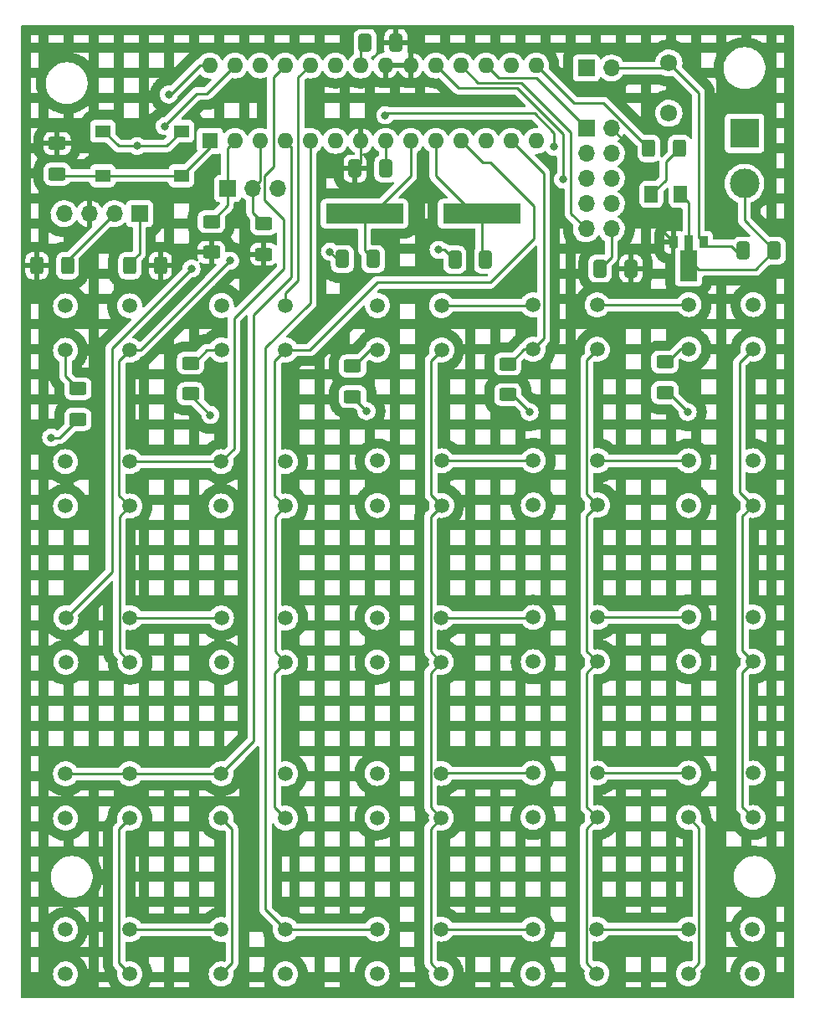
<source format=gbr>
%TF.GenerationSoftware,KiCad,Pcbnew,(6.0.1)*%
%TF.CreationDate,2023-04-26T14:09:52-06:00*%
%TF.ProjectId,Device_Design,44657669-6365-45f4-9465-7369676e2e6b,02*%
%TF.SameCoordinates,Original*%
%TF.FileFunction,Copper,L1,Top*%
%TF.FilePolarity,Positive*%
%FSLAX46Y46*%
G04 Gerber Fmt 4.6, Leading zero omitted, Abs format (unit mm)*
G04 Created by KiCad (PCBNEW (6.0.1)) date 2023-04-26 14:09:52*
%MOMM*%
%LPD*%
G01*
G04 APERTURE LIST*
G04 Aperture macros list*
%AMRoundRect*
0 Rectangle with rounded corners*
0 $1 Rounding radius*
0 $2 $3 $4 $5 $6 $7 $8 $9 X,Y pos of 4 corners*
0 Add a 4 corners polygon primitive as box body*
4,1,4,$2,$3,$4,$5,$6,$7,$8,$9,$2,$3,0*
0 Add four circle primitives for the rounded corners*
1,1,$1+$1,$2,$3*
1,1,$1+$1,$4,$5*
1,1,$1+$1,$6,$7*
1,1,$1+$1,$8,$9*
0 Add four rect primitives between the rounded corners*
20,1,$1+$1,$2,$3,$4,$5,0*
20,1,$1+$1,$4,$5,$6,$7,0*
20,1,$1+$1,$6,$7,$8,$9,0*
20,1,$1+$1,$8,$9,$2,$3,0*%
%AMFreePoly0*
4,1,9,3.862500,-0.866500,0.737500,-0.866500,0.737500,-0.450000,-0.737500,-0.450000,-0.737500,0.450000,0.737500,0.450000,0.737500,0.866500,3.862500,0.866500,3.862500,-0.866500,3.862500,-0.866500,$1*%
G04 Aperture macros list end*
%TA.AperFunction,ComponentPad*%
%ADD10C,1.507998*%
%TD*%
%TA.AperFunction,SMDPad,CuDef*%
%ADD11RoundRect,0.250000X-0.625000X0.400000X-0.625000X-0.400000X0.625000X-0.400000X0.625000X0.400000X0*%
%TD*%
%TA.AperFunction,SMDPad,CuDef*%
%ADD12R,0.900000X1.300000*%
%TD*%
%TA.AperFunction,SMDPad,CuDef*%
%ADD13FreePoly0,270.000000*%
%TD*%
%TA.AperFunction,SMDPad,CuDef*%
%ADD14RoundRect,0.250001X0.462499X0.624999X-0.462499X0.624999X-0.462499X-0.624999X0.462499X-0.624999X0*%
%TD*%
%TA.AperFunction,SMDPad,CuDef*%
%ADD15R,1.550000X1.300000*%
%TD*%
%TA.AperFunction,ComponentPad*%
%ADD16R,1.700000X1.700000*%
%TD*%
%TA.AperFunction,ComponentPad*%
%ADD17O,1.700000X1.700000*%
%TD*%
%TA.AperFunction,SMDPad,CuDef*%
%ADD18RoundRect,0.250000X-0.400000X-0.625000X0.400000X-0.625000X0.400000X0.625000X-0.400000X0.625000X0*%
%TD*%
%TA.AperFunction,SMDPad,CuDef*%
%ADD19RoundRect,0.250000X0.625000X-0.400000X0.625000X0.400000X-0.625000X0.400000X-0.625000X-0.400000X0*%
%TD*%
%TA.AperFunction,ComponentPad*%
%ADD20C,1.724000*%
%TD*%
%TA.AperFunction,SMDPad,CuDef*%
%ADD21RoundRect,0.250000X-0.412500X-0.650000X0.412500X-0.650000X0.412500X0.650000X-0.412500X0.650000X0*%
%TD*%
%TA.AperFunction,SMDPad,CuDef*%
%ADD22RoundRect,0.250000X0.412500X0.650000X-0.412500X0.650000X-0.412500X-0.650000X0.412500X-0.650000X0*%
%TD*%
%TA.AperFunction,SMDPad,CuDef*%
%ADD23RoundRect,0.250000X0.400000X0.625000X-0.400000X0.625000X-0.400000X-0.625000X0.400000X-0.625000X0*%
%TD*%
%TA.AperFunction,ComponentPad*%
%ADD24R,3.000000X3.000000*%
%TD*%
%TA.AperFunction,ComponentPad*%
%ADD25C,3.000000*%
%TD*%
%TA.AperFunction,ComponentPad*%
%ADD26R,1.600000X1.600000*%
%TD*%
%TA.AperFunction,ComponentPad*%
%ADD27O,1.600000X1.600000*%
%TD*%
%TA.AperFunction,SMDPad,CuDef*%
%ADD28R,7.875000X2.000000*%
%TD*%
%TA.AperFunction,ViaPad*%
%ADD29C,0.800000*%
%TD*%
%TA.AperFunction,Conductor*%
%ADD30C,0.250000*%
%TD*%
G04 APERTURE END LIST*
D10*
%TO.P,SW27,1,1*%
%TO.N,Net-(SW12-Pad1)*%
X156269996Y-152096006D03*
X149769994Y-152096006D03*
%TO.P,SW27,2,2*%
%TO.N,Net-(R11-Pad1)*%
X149769994Y-156596007D03*
X156269996Y-156596007D03*
%TD*%
%TO.P,SW26,1,1*%
%TO.N,Net-(SW11-Pad1)*%
X156299998Y-136314005D03*
X149799996Y-136314005D03*
%TO.P,SW26,2,2*%
%TO.N,Net-(R11-Pad1)*%
X149799996Y-140814006D03*
X156299998Y-140814006D03*
%TD*%
%TO.P,SW25,1,1*%
%TO.N,Net-(SW10-Pad1)*%
X156330000Y-120532004D03*
X149829998Y-120532004D03*
%TO.P,SW25,2,2*%
%TO.N,Net-(R11-Pad1)*%
X149829998Y-125032005D03*
X156330000Y-125032005D03*
%TD*%
%TO.P,SW24,1,1*%
%TO.N,Net-(SW14-Pad1)*%
X156299998Y-104750003D03*
X149799996Y-104750003D03*
%TO.P,SW24,2,2*%
%TO.N,Net-(R11-Pad1)*%
X149799996Y-109250004D03*
X156299998Y-109250004D03*
%TD*%
%TO.P,SW23,1,1*%
%TO.N,Net-(SW13-Pad1)*%
X156330000Y-88934001D03*
X149829998Y-88934001D03*
%TO.P,SW23,2,2*%
%TO.N,Net-(R11-Pad1)*%
X149829998Y-93434002D03*
X156330000Y-93434002D03*
%TD*%
%TO.P,SW22,1,1*%
%TO.N,Net-(SW12-Pad1)*%
X140521996Y-152096006D03*
X134021994Y-152096006D03*
%TO.P,SW22,2,2*%
%TO.N,Net-(R10-Pad1)*%
X134021994Y-156596007D03*
X140521996Y-156596007D03*
%TD*%
%TO.P,SW21,1,1*%
%TO.N,Net-(SW11-Pad1)*%
X140551998Y-136314005D03*
X134051996Y-136314005D03*
%TO.P,SW21,2,2*%
%TO.N,Net-(R10-Pad1)*%
X134051996Y-140814006D03*
X140551998Y-140814006D03*
%TD*%
%TO.P,SW20,1,1*%
%TO.N,Net-(SW10-Pad1)*%
X140582000Y-120566005D03*
X134081998Y-120566005D03*
%TO.P,SW20,2,2*%
%TO.N,Net-(R10-Pad1)*%
X134081998Y-125066006D03*
X140582000Y-125066006D03*
%TD*%
%TO.P,SW19,1,1*%
%TO.N,Net-(SW14-Pad1)*%
X140582000Y-104716002D03*
X134081998Y-104716002D03*
%TO.P,SW19,2,2*%
%TO.N,Net-(R10-Pad1)*%
X134081998Y-109216003D03*
X140582000Y-109216003D03*
%TD*%
%TO.P,SW18,1,1*%
%TO.N,Net-(SW13-Pad1)*%
X140551998Y-88968002D03*
X134051996Y-88968002D03*
%TO.P,SW18,2,2*%
%TO.N,Net-(R10-Pad1)*%
X134051996Y-93468003D03*
X140551998Y-93468003D03*
%TD*%
%TO.P,SW17,1,1*%
%TO.N,Net-(SW12-Pad1)*%
X124773996Y-152096006D03*
X118273994Y-152096006D03*
%TO.P,SW17,2,2*%
%TO.N,Net-(R9-Pad1)*%
X118273994Y-156596007D03*
X124773996Y-156596007D03*
%TD*%
%TO.P,SW16,1,1*%
%TO.N,Net-(SW11-Pad1)*%
X124773996Y-136348006D03*
X118273994Y-136348006D03*
%TO.P,SW16,2,2*%
%TO.N,Net-(R9-Pad1)*%
X118273994Y-140848007D03*
X124773996Y-140848007D03*
%TD*%
%TO.P,SW15,1,1*%
%TO.N,Net-(SW10-Pad1)*%
X124773996Y-120600006D03*
X118273994Y-120600006D03*
%TO.P,SW15,2,2*%
%TO.N,Net-(R9-Pad1)*%
X118273994Y-125100007D03*
X124773996Y-125100007D03*
%TD*%
%TO.P,SW14,1,1*%
%TO.N,Net-(SW14-Pad1)*%
X124803998Y-104750003D03*
X118303996Y-104750003D03*
%TO.P,SW14,2,2*%
%TO.N,Net-(R9-Pad1)*%
X118303996Y-109250004D03*
X124803998Y-109250004D03*
%TD*%
%TO.P,SW13,1,1*%
%TO.N,Net-(SW13-Pad1)*%
X124803998Y-89036004D03*
X118303996Y-89036004D03*
%TO.P,SW13,2,2*%
%TO.N,Net-(R9-Pad1)*%
X118303996Y-93536005D03*
X124803998Y-93536005D03*
%TD*%
%TO.P,SW12,1,1*%
%TO.N,Net-(SW12-Pad1)*%
X108995994Y-152130007D03*
X102495992Y-152130007D03*
%TO.P,SW12,2,2*%
%TO.N,Net-(R8-Pad1)*%
X102495992Y-156630008D03*
X108995994Y-156630008D03*
%TD*%
%TO.P,SW11,1,1*%
%TO.N,Net-(SW11-Pad1)*%
X108995994Y-136382007D03*
X102495992Y-136382007D03*
%TO.P,SW11,2,2*%
%TO.N,Net-(R8-Pad1)*%
X102495992Y-140882008D03*
X108995994Y-140882008D03*
%TD*%
%TO.P,SW10,1,1*%
%TO.N,Net-(SW10-Pad1)*%
X109025996Y-120634007D03*
X102525994Y-120634007D03*
%TO.P,SW10,2,2*%
%TO.N,Net-(R8-Pad1)*%
X102525994Y-125134008D03*
X109025996Y-125134008D03*
%TD*%
%TO.P,SW9,1,1*%
%TO.N,Net-(SW14-Pad1)*%
X108995994Y-104818005D03*
X102495992Y-104818005D03*
%TO.P,SW9,2,2*%
%TO.N,Net-(R8-Pad1)*%
X102495992Y-109318006D03*
X108995994Y-109318006D03*
%TD*%
%TO.P,SW8,1,1*%
%TO.N,Net-(SW13-Pad1)*%
X109025996Y-89036004D03*
X102525994Y-89036004D03*
%TO.P,SW8,2,2*%
%TO.N,Net-(R8-Pad1)*%
X102525994Y-93536005D03*
X109025996Y-93536005D03*
%TD*%
%TO.P,SW7,1,1*%
%TO.N,Net-(SW12-Pad1)*%
X93247994Y-152130007D03*
X86747992Y-152130007D03*
%TO.P,SW7,2,2*%
%TO.N,Net-(R7-Pad1)*%
X86747992Y-156630008D03*
X93247994Y-156630008D03*
%TD*%
%TO.P,SW6,1,1*%
%TO.N,Net-(SW11-Pad1)*%
X93247994Y-136382007D03*
X86747992Y-136382007D03*
%TO.P,SW6,2,2*%
%TO.N,Net-(R7-Pad1)*%
X86747992Y-140882008D03*
X93247994Y-140882008D03*
%TD*%
%TO.P,SW5,1,1*%
%TO.N,Net-(SW10-Pad1)*%
X93277996Y-120600006D03*
X86777994Y-120600006D03*
%TO.P,SW5,2,2*%
%TO.N,Net-(R7-Pad1)*%
X86777994Y-125100007D03*
X93277996Y-125100007D03*
%TD*%
%TO.P,SW4,1,1*%
%TO.N,Net-(SW14-Pad1)*%
X93247994Y-104818005D03*
X86747992Y-104818005D03*
%TO.P,SW4,2,2*%
%TO.N,Net-(R7-Pad1)*%
X86747992Y-109318006D03*
X93247994Y-109318006D03*
%TD*%
%TO.P,SW3,1,1*%
%TO.N,Net-(SW13-Pad1)*%
X93247994Y-89070005D03*
X86747992Y-89070005D03*
%TO.P,SW3,2,2*%
%TO.N,Net-(R7-Pad1)*%
X86747992Y-93570006D03*
X93247994Y-93570006D03*
%TD*%
D11*
%TO.P,R11,1*%
%TO.N,Net-(R11-Pad1)*%
X147400000Y-94750000D03*
%TO.P,R11,2*%
%TO.N,GND*%
X147400000Y-97850000D03*
%TD*%
%TO.P,R10,2*%
%TO.N,GND*%
X131500000Y-98050000D03*
%TO.P,R10,1*%
%TO.N,Net-(R10-Pad1)*%
X131500000Y-94950000D03*
%TD*%
%TO.P,R9,1*%
%TO.N,Net-(R9-Pad1)*%
X115800000Y-95150000D03*
%TO.P,R9,2*%
%TO.N,GND*%
X115800000Y-98250000D03*
%TD*%
%TO.P,R8,1*%
%TO.N,Net-(R8-Pad1)*%
X99400000Y-94850000D03*
%TO.P,R8,2*%
%TO.N,GND*%
X99400000Y-97950000D03*
%TD*%
%TO.P,R7,1*%
%TO.N,Net-(R7-Pad1)*%
X88000000Y-97450000D03*
%TO.P,R7,2*%
%TO.N,GND*%
X88000000Y-100550000D03*
%TD*%
D12*
%TO.P,U2,1,VI*%
%TO.N,Net-(C1-Pad1)*%
X151300000Y-82650000D03*
D13*
%TO.P,U2,2,GND*%
%TO.N,GND*%
X149800000Y-82737500D03*
D12*
%TO.P,U2,3,VO*%
%TO.N,+3V3*%
X148300000Y-82650000D03*
%TD*%
D14*
%TO.P,D1,1,K*%
%TO.N,GND*%
X148987500Y-77800000D03*
%TO.P,D1,2,A*%
%TO.N,Net-(D1-Pad2)*%
X146012500Y-77800000D03*
%TD*%
D15*
%TO.P,SW2,1,1*%
%TO.N,Net-(J3-Pad5)*%
X98468000Y-75910000D03*
X90508000Y-75910000D03*
%TO.P,SW2,2,2*%
%TO.N,GND*%
X90508000Y-71410000D03*
X98468000Y-71410000D03*
%TD*%
D16*
%TO.P,J5,1,Pin_1*%
%TO.N,Net-(J5-Pad1)*%
X103139000Y-77216000D03*
D17*
%TO.P,J5,2,Pin_2*%
%TO.N,Net-(J5-Pad2)*%
X105679000Y-77216000D03*
%TO.P,J5,3,Pin_3*%
%TO.N,GND*%
X108219000Y-77216000D03*
%TD*%
D18*
%TO.P,R2,1*%
%TO.N,+3V3*%
X83850000Y-85000000D03*
%TO.P,R2,2*%
%TO.N,SCL*%
X86950000Y-85000000D03*
%TD*%
D19*
%TO.P,R6,1*%
%TO.N,+3V3*%
X101500000Y-83650000D03*
%TO.P,R6,2*%
%TO.N,Net-(J5-Pad1)*%
X101500000Y-80550000D03*
%TD*%
D20*
%TO.P,SW1,1,A*%
%TO.N,Net-(J2-Pad1)*%
X147803000Y-69596000D03*
%TO.P,SW1,2,B*%
%TO.N,Net-(C1-Pad1)*%
X147803000Y-64516000D03*
%TD*%
D21*
%TO.P,C6,1*%
%TO.N,GND*%
X117065500Y-62484000D03*
%TO.P,C6,2*%
%TO.N,+3V3*%
X120190500Y-62484000D03*
%TD*%
D22*
%TO.P,C5,1*%
%TO.N,+3V3*%
X143962500Y-85300000D03*
%TO.P,C5,2*%
%TO.N,GND*%
X140837500Y-85300000D03*
%TD*%
D16*
%TO.P,J4,1,Pin_1*%
%TO.N,Batt_mon*%
X139441000Y-65024000D03*
D17*
%TO.P,J4,2,Pin_2*%
%TO.N,Net-(C1-Pad1)*%
X141981000Y-65024000D03*
%TD*%
D23*
%TO.P,R4,1*%
%TO.N,+3V3*%
X96350000Y-85000000D03*
%TO.P,R4,2*%
%TO.N,SDA*%
X93250000Y-85000000D03*
%TD*%
D16*
%TO.P,J3,1,Pin_1*%
%TO.N,Net-(J3-Pad1)*%
X139441000Y-71125000D03*
D17*
%TO.P,J3,2,Pin_2*%
%TO.N,+3V3*%
X141981000Y-71125000D03*
%TO.P,J3,3,Pin_3*%
%TO.N,unconnected-(J3-Pad3)*%
X139441000Y-73665000D03*
%TO.P,J3,4,Pin_4*%
%TO.N,GND*%
X141981000Y-73665000D03*
%TO.P,J3,5,Pin_5*%
%TO.N,Net-(J3-Pad5)*%
X139441000Y-76205000D03*
%TO.P,J3,6,Pin_6*%
%TO.N,GND*%
X141981000Y-76205000D03*
%TO.P,J3,7,Pin_7*%
%TO.N,Net-(J3-Pad7)*%
X139441000Y-78745000D03*
%TO.P,J3,8,Pin_8*%
%TO.N,GND*%
X141981000Y-78745000D03*
%TO.P,J3,9,Pin_9*%
%TO.N,Net-(J3-Pad9)*%
X139441000Y-81285000D03*
%TO.P,J3,10,Pin_10*%
%TO.N,GND*%
X141981000Y-81285000D03*
%TD*%
D22*
%TO.P,C3,1*%
%TO.N,Net-(C3-Pad1)*%
X129262500Y-84400000D03*
%TO.P,C3,2*%
%TO.N,GND*%
X126137500Y-84400000D03*
%TD*%
D24*
%TO.P,J2,1,Pin_1*%
%TO.N,Net-(J2-Pad1)*%
X155448000Y-71628000D03*
D25*
%TO.P,J2,2,Pin_2*%
%TO.N,GND*%
X155448000Y-76708000D03*
%TD*%
D11*
%TO.P,R3,1*%
%TO.N,+3V3*%
X85900000Y-72650000D03*
%TO.P,R3,2*%
%TO.N,Net-(J3-Pad5)*%
X85900000Y-75750000D03*
%TD*%
D19*
%TO.P,R5,1*%
%TO.N,+3V3*%
X106800000Y-83850000D03*
%TO.P,R5,2*%
%TO.N,Net-(J5-Pad2)*%
X106800000Y-80750000D03*
%TD*%
D22*
%TO.P,C2,2*%
%TO.N,GND*%
X114769500Y-84328000D03*
%TO.P,C2,1*%
%TO.N,Net-(C2-Pad1)*%
X117894500Y-84328000D03*
%TD*%
D23*
%TO.P,R1,1*%
%TO.N,Net-(D1-Pad2)*%
X148870000Y-73152000D03*
%TO.P,R1,2*%
%TO.N,Net-(R1-Pad2)*%
X145770000Y-73152000D03*
%TD*%
D22*
%TO.P,C4,1*%
%TO.N,GND*%
X119174500Y-75184000D03*
%TO.P,C4,2*%
%TO.N,+3V3*%
X116049500Y-75184000D03*
%TD*%
D26*
%TO.P,U1,1,~{RESET}/PC6*%
%TO.N,Net-(J3-Pad5)*%
X101356000Y-72380000D03*
D27*
%TO.P,U1,2,PD0*%
%TO.N,Net-(J5-Pad1)*%
X103896000Y-72380000D03*
%TO.P,U1,3,PD1*%
%TO.N,Net-(J5-Pad2)*%
X106436000Y-72380000D03*
%TO.P,U1,4,PD2*%
%TO.N,Net-(SW11-Pad1)*%
X108976000Y-72380000D03*
%TO.P,U1,5,PD3*%
%TO.N,Net-(SW12-Pad1)*%
X111516000Y-72380000D03*
%TO.P,U1,6,PD4*%
%TO.N,Net-(R7-Pad1)*%
X114056000Y-72380000D03*
%TO.P,U1,7,VCC*%
%TO.N,+3V3*%
X116596000Y-72380000D03*
%TO.P,U1,8,GND*%
%TO.N,GND*%
X119136000Y-72380000D03*
%TO.P,U1,9,XTAL1/PB6*%
%TO.N,Net-(C2-Pad1)*%
X121676000Y-72380000D03*
%TO.P,U1,10,XTAL2/PB7*%
%TO.N,Net-(C3-Pad1)*%
X124216000Y-72380000D03*
%TO.P,U1,11,PD5*%
%TO.N,Net-(R8-Pad1)*%
X126756000Y-72380000D03*
%TO.P,U1,12,PD6*%
%TO.N,Net-(R9-Pad1)*%
X129296000Y-72380000D03*
%TO.P,U1,13,PD7*%
%TO.N,Net-(R10-Pad1)*%
X131836000Y-72380000D03*
%TO.P,U1,14,PB0*%
%TO.N,Net-(R11-Pad1)*%
X134376000Y-72380000D03*
%TO.P,U1,15,PB1*%
%TO.N,Net-(R1-Pad2)*%
X134376000Y-64760000D03*
%TO.P,U1,16,PB2*%
%TO.N,unconnected-(U1-Pad16)*%
X131836000Y-64760000D03*
%TO.P,U1,17,PB3*%
%TO.N,Net-(J3-Pad1)*%
X129296000Y-64760000D03*
%TO.P,U1,18,PB4*%
%TO.N,Net-(J3-Pad9)*%
X126756000Y-64760000D03*
%TO.P,U1,19,PB5*%
%TO.N,Net-(J3-Pad7)*%
X124216000Y-64760000D03*
%TO.P,U1,20,AVCC*%
%TO.N,+3V3*%
X121676000Y-64760000D03*
%TO.P,U1,21,AREF*%
X119136000Y-64760000D03*
%TO.P,U1,22,GND*%
%TO.N,GND*%
X116596000Y-64760000D03*
%TO.P,U1,23,PC0*%
%TO.N,Batt_mon*%
X114056000Y-64760000D03*
%TO.P,U1,24,PC1*%
%TO.N,Net-(SW13-Pad1)*%
X111516000Y-64760000D03*
%TO.P,U1,25,PC2*%
%TO.N,Net-(SW14-Pad1)*%
X108976000Y-64760000D03*
%TO.P,U1,26,PC3*%
%TO.N,Net-(SW10-Pad1)*%
X106436000Y-64760000D03*
%TO.P,U1,27,PC4*%
%TO.N,SDA*%
X103896000Y-64760000D03*
%TO.P,U1,28,PC5*%
%TO.N,SCL*%
X101356000Y-64760000D03*
%TD*%
D16*
%TO.P,J1,1,Pin_1*%
%TO.N,SDA*%
X94224000Y-79756000D03*
D17*
%TO.P,J1,2,Pin_2*%
%TO.N,SCL*%
X91684000Y-79756000D03*
%TO.P,J1,3,Pin_3*%
%TO.N,+3V3*%
X89144000Y-79756000D03*
%TO.P,J1,4,Pin_4*%
%TO.N,GND*%
X86604000Y-79756000D03*
%TD*%
D21*
%TO.P,C1,1*%
%TO.N,Net-(C1-Pad1)*%
X155337500Y-83500000D03*
%TO.P,C1,2*%
%TO.N,GND*%
X158462500Y-83500000D03*
%TD*%
D28*
%TO.P,Y1,1,1*%
%TO.N,Net-(C3-Pad1)*%
X128873500Y-79756000D03*
%TO.P,Y1,2,2*%
%TO.N,Net-(C2-Pad1)*%
X116998500Y-79756000D03*
%TD*%
D29*
%TO.N,GND*%
X85300000Y-102400000D03*
X101400000Y-100100000D03*
X117200000Y-99700000D03*
X133700000Y-99800000D03*
X149700000Y-99800000D03*
X113500000Y-83600000D03*
X124500000Y-83400000D03*
X94000000Y-72900000D03*
%TO.N,SCL*%
X97200000Y-67700000D03*
%TO.N,SDA*%
X96800000Y-70900000D03*
%TO.N,Net-(J3-Pad5)*%
X136200000Y-73000000D03*
X119100000Y-69800000D03*
%TO.N,Net-(R7-Pad1)*%
X103400000Y-84500000D03*
%TO.N,Net-(J3-Pad7)*%
X137100000Y-76300000D03*
%TO.N,Net-(SW10-Pad1)*%
X99500000Y-85300000D03*
%TD*%
D30*
%TO.N,Net-(R7-Pad1)*%
X86747992Y-96147992D02*
X86747992Y-93570006D01*
X88000000Y-97400000D02*
X86747992Y-96147992D01*
X88000000Y-97450000D02*
X88000000Y-97400000D01*
%TO.N,GND*%
X86150000Y-102400000D02*
X88000000Y-100550000D01*
X85300000Y-102400000D02*
X86150000Y-102400000D01*
X99400000Y-98100000D02*
X101400000Y-100100000D01*
X99400000Y-97950000D02*
X99400000Y-98100000D01*
X131950000Y-98050000D02*
X133700000Y-99800000D01*
X131500000Y-98050000D02*
X131950000Y-98050000D01*
X147750000Y-97850000D02*
X149700000Y-99800000D01*
X147400000Y-97850000D02*
X147750000Y-97850000D01*
%TO.N,Net-(R8-Pad1)*%
X101063995Y-93536005D02*
X102525994Y-93536005D01*
X99400000Y-94850000D02*
X99750000Y-94850000D01*
X99750000Y-94850000D02*
X101063995Y-93536005D01*
%TO.N,Net-(R11-Pad1)*%
X147650000Y-94750000D02*
X148965998Y-93434002D01*
X147400000Y-94750000D02*
X147650000Y-94750000D01*
X148965998Y-93434002D02*
X149829998Y-93434002D01*
%TO.N,Net-(SW11-Pad1)*%
X86747992Y-136382007D02*
X93247994Y-136382007D01*
%TO.N,Net-(R10-Pad1)*%
X133131997Y-93468003D02*
X134051996Y-93468003D01*
X131650000Y-94950000D02*
X133131997Y-93468003D01*
X131500000Y-94950000D02*
X131650000Y-94950000D01*
%TO.N,GND*%
X115800000Y-98300000D02*
X117200000Y-99700000D01*
X115800000Y-98250000D02*
X115800000Y-98300000D01*
%TO.N,Net-(R9-Pad1)*%
X117563995Y-93536005D02*
X118303996Y-93536005D01*
X115950000Y-95150000D02*
X117563995Y-93536005D01*
X115800000Y-95150000D02*
X115950000Y-95150000D01*
%TO.N,SDA*%
X93250000Y-84750000D02*
X94224000Y-83776000D01*
X94224000Y-83776000D02*
X94224000Y-79756000D01*
X93250000Y-85000000D02*
X93250000Y-84750000D01*
%TO.N,SCL*%
X86950000Y-84490000D02*
X91684000Y-79756000D01*
X86950000Y-85000000D02*
X86950000Y-84490000D01*
%TO.N,Net-(C1-Pad1)*%
X151662500Y-83000000D02*
X154100000Y-83000000D01*
X141981000Y-65024000D02*
X146976000Y-65024000D01*
X150800000Y-82150000D02*
X150800000Y-67513000D01*
X154100000Y-83000000D02*
X154700000Y-83600000D01*
X151412500Y-82750000D02*
X151662500Y-83000000D01*
X146976000Y-65024000D02*
X147484000Y-64516000D01*
X151300000Y-82650000D02*
X150800000Y-82150000D01*
X150800000Y-67513000D02*
X147803000Y-64516000D01*
X147484000Y-64516000D02*
X147803000Y-64516000D01*
X154700000Y-83600000D02*
X155100000Y-83600000D01*
%TO.N,GND*%
X126137500Y-84400000D02*
X126100000Y-84400000D01*
X114769500Y-84328000D02*
X114228000Y-84328000D01*
X98468000Y-71410000D02*
X96978000Y-72900000D01*
X119174500Y-75184000D02*
X119136000Y-75145500D01*
X125100000Y-83400000D02*
X124500000Y-83400000D01*
X149800000Y-78612500D02*
X148987500Y-77800000D01*
X141981000Y-84156500D02*
X141981000Y-81285000D01*
X140837500Y-85300000D02*
X141981000Y-84156500D01*
X92100000Y-72900000D02*
X94000000Y-72900000D01*
X149800000Y-84400000D02*
X150800000Y-85400000D01*
X149800000Y-82737500D02*
X149800000Y-84400000D01*
X149800000Y-82737500D02*
X149800000Y-78612500D01*
X116596000Y-62953500D02*
X117065500Y-62484000D01*
X150800000Y-85400000D02*
X156562500Y-85400000D01*
X114228000Y-84328000D02*
X113500000Y-83600000D01*
X156562500Y-85400000D02*
X158462500Y-83500000D01*
X90508000Y-71410000D02*
X90610000Y-71410000D01*
X158462500Y-83500000D02*
X158462500Y-83462500D01*
X116596000Y-64760000D02*
X116596000Y-62953500D01*
X90610000Y-71410000D02*
X92100000Y-72900000D01*
X126100000Y-84400000D02*
X125100000Y-83400000D01*
X155448000Y-80448000D02*
X155448000Y-76708000D01*
X158462500Y-83462500D02*
X155448000Y-80448000D01*
X96978000Y-72900000D02*
X94000000Y-72900000D01*
X119136000Y-75145500D02*
X119136000Y-72380000D01*
%TO.N,+3V3*%
X116049500Y-75184000D02*
X116596000Y-74637500D01*
X143800000Y-78150000D02*
X143800000Y-72944000D01*
X116596000Y-74637500D02*
X116596000Y-72380000D01*
X148300000Y-82650000D02*
X143800000Y-78150000D01*
X143800000Y-72944000D02*
X141981000Y-71125000D01*
%TO.N,Net-(C2-Pad1)*%
X116998500Y-79756000D02*
X116998500Y-83432000D01*
X116998500Y-83432000D02*
X117894500Y-84328000D01*
X117856000Y-79756000D02*
X121676000Y-75936000D01*
X116998500Y-79756000D02*
X117856000Y-79756000D01*
X121676000Y-75936000D02*
X121676000Y-72380000D01*
%TO.N,Net-(C3-Pad1)*%
X129262500Y-84400000D02*
X128873500Y-84011000D01*
X128873500Y-84011000D02*
X128873500Y-79756000D01*
X124216000Y-75956000D02*
X128016000Y-79756000D01*
X124216000Y-72380000D02*
X124216000Y-75956000D01*
X128016000Y-79756000D02*
X128873500Y-79756000D01*
%TO.N,Net-(D1-Pad2)*%
X147500000Y-74522000D02*
X148870000Y-73152000D01*
X146012500Y-77800000D02*
X147500000Y-76312500D01*
X147500000Y-76312500D02*
X147500000Y-74522000D01*
%TO.N,SCL*%
X97400000Y-67700000D02*
X100340000Y-64760000D01*
X97200000Y-67700000D02*
X97400000Y-67700000D01*
X100340000Y-64760000D02*
X101356000Y-64760000D01*
%TO.N,SDA*%
X101056000Y-67600000D02*
X103896000Y-64760000D01*
X96800000Y-70900000D02*
X96800000Y-70840000D01*
X100040000Y-67600000D02*
X101056000Y-67600000D01*
X96800000Y-70840000D02*
X100040000Y-67600000D01*
%TO.N,Net-(J3-Pad5)*%
X119100000Y-69800000D02*
X119300000Y-69600000D01*
X101356000Y-73022000D02*
X101356000Y-72380000D01*
X136200000Y-71600000D02*
X136200000Y-73000000D01*
X90508000Y-75910000D02*
X98468000Y-75910000D01*
X134200000Y-69600000D02*
X136200000Y-71600000D01*
X85900000Y-75750000D02*
X86060000Y-75910000D01*
X86060000Y-75910000D02*
X90508000Y-75910000D01*
X98468000Y-75910000D02*
X101356000Y-73022000D01*
X119300000Y-69600000D02*
X134200000Y-69600000D01*
%TO.N,Net-(J5-Pad2)*%
X105679000Y-79629000D02*
X106800000Y-80750000D01*
X106436000Y-72380000D02*
X106436000Y-76459000D01*
X106436000Y-76459000D02*
X105679000Y-77216000D01*
X105679000Y-77216000D02*
X105679000Y-79629000D01*
%TO.N,Net-(J5-Pad1)*%
X103139000Y-78911000D02*
X101500000Y-80550000D01*
X103139000Y-73137000D02*
X103896000Y-72380000D01*
X103139000Y-77216000D02*
X103139000Y-73137000D01*
X103139000Y-77216000D02*
X103139000Y-78911000D01*
%TO.N,Net-(R7-Pad1)*%
X92199486Y-110366514D02*
X93247994Y-109318006D01*
X92169484Y-155551498D02*
X92169484Y-141960518D01*
X94314309Y-93570006D02*
X93247994Y-93570006D01*
X92169484Y-108239496D02*
X92169484Y-94648516D01*
X101300000Y-86584315D02*
X94314309Y-93570006D01*
X93247994Y-109318006D02*
X92169484Y-108239496D01*
X92169484Y-141960518D02*
X93247994Y-140882008D01*
X93277996Y-125100007D02*
X92199486Y-124021497D01*
X92169484Y-94648516D02*
X93247994Y-93570006D01*
X101315685Y-86584315D02*
X103400000Y-84500000D01*
X93247994Y-156630008D02*
X92169484Y-155551498D01*
X101300000Y-86584315D02*
X101315685Y-86584315D01*
X92199486Y-124021497D02*
X92199486Y-110366514D01*
%TO.N,Net-(R8-Pad1)*%
X102495992Y-140882008D02*
X103574502Y-141960518D01*
X109025996Y-93536005D02*
X107917484Y-94644517D01*
X111463995Y-93536005D02*
X118300000Y-86700000D01*
X129700000Y-86700000D02*
X134100000Y-82300000D01*
X103574502Y-155551498D02*
X102495992Y-156630008D01*
X118300000Y-86700000D02*
X129700000Y-86700000D01*
X107917484Y-126242520D02*
X107917484Y-139803498D01*
X109025996Y-93536005D02*
X111463995Y-93536005D01*
X134100000Y-79000000D02*
X129700000Y-74600000D01*
X107917484Y-94644517D02*
X107917484Y-108239496D01*
X107917484Y-108239496D02*
X108995994Y-109318006D01*
X103574502Y-141960518D02*
X103574502Y-155551498D01*
X107947486Y-110366514D02*
X107947486Y-124055498D01*
X107917484Y-139803498D02*
X108995994Y-140882008D01*
X109025996Y-125134008D02*
X107917484Y-126242520D01*
X107947486Y-124055498D02*
X109025996Y-125134008D01*
X134100000Y-82300000D02*
X134100000Y-79000000D01*
X129700000Y-74600000D02*
X128976000Y-74600000D01*
X108995994Y-109318006D02*
X107947486Y-110366514D01*
X128976000Y-74600000D02*
X126756000Y-72380000D01*
%TO.N,Net-(R9-Pad1)*%
X123695486Y-124021497D02*
X123695486Y-110358516D01*
X123695486Y-110358516D02*
X124803998Y-109250004D01*
X123695486Y-155517497D02*
X123695486Y-141926517D01*
X124803998Y-93536005D02*
X123725488Y-94614515D01*
X123695486Y-139769497D02*
X123695486Y-126178517D01*
X124773996Y-125100007D02*
X123695486Y-124021497D01*
X124773996Y-156596007D02*
X123695486Y-155517497D01*
X123695486Y-141926517D02*
X124773996Y-140848007D01*
X123725488Y-94614515D02*
X123725488Y-108171494D01*
X123695486Y-126178517D02*
X124773996Y-125100007D01*
X123725488Y-108171494D02*
X124803998Y-109250004D01*
X124773996Y-140848007D02*
X123695486Y-139769497D01*
%TO.N,Net-(R10-Pad1)*%
X140551998Y-93468003D02*
X139503490Y-94516511D01*
X139473488Y-139735496D02*
X140551998Y-140814006D01*
X139503490Y-94516511D02*
X139503490Y-108137493D01*
X140521996Y-156596007D02*
X139443486Y-155517497D01*
X139503490Y-110294513D02*
X139503490Y-123987496D01*
X134051996Y-93468003D02*
X135130506Y-92389493D01*
X139443486Y-141922518D02*
X140551998Y-140814006D01*
X135130506Y-92389493D02*
X135130506Y-75674506D01*
X139503490Y-123987496D02*
X140582000Y-125066006D01*
X140582000Y-125066006D02*
X139473488Y-126174518D01*
X140582000Y-109216003D02*
X139503490Y-110294513D01*
X139503490Y-108137493D02*
X140582000Y-109216003D01*
X139473488Y-126174518D02*
X139473488Y-139735496D01*
X139443486Y-155517497D02*
X139443486Y-141922518D01*
X135130506Y-75674506D02*
X131836000Y-72380000D01*
%TO.N,Net-(R11-Pad1)*%
X156299998Y-109250004D02*
X154940000Y-107890006D01*
X155221488Y-126140517D02*
X156330000Y-125032005D01*
X150848504Y-141862514D02*
X150848504Y-155517497D01*
X155251490Y-110298512D02*
X156299998Y-109250004D01*
X156330000Y-125032005D02*
X155251490Y-123953495D01*
X150848504Y-155517497D02*
X149769994Y-156596007D01*
X155221488Y-139735496D02*
X155221488Y-126140517D01*
X154940000Y-107890006D02*
X154940000Y-94824002D01*
X149799996Y-140814006D02*
X150848504Y-141862514D01*
X156299998Y-140814006D02*
X155221488Y-139735496D01*
X154940000Y-94824002D02*
X156330000Y-93434002D01*
X155251490Y-123953495D02*
X155251490Y-110298512D01*
%TO.N,Net-(SW13-Pad1)*%
X140551998Y-88968002D02*
X149795997Y-88968002D01*
X109025996Y-89036004D02*
X109025996Y-87774004D01*
X124803998Y-89036004D02*
X133983994Y-89036004D01*
X133983994Y-89036004D02*
X134051996Y-88968002D01*
X109025996Y-87774004D02*
X110300000Y-86500000D01*
X110300000Y-65976000D02*
X111516000Y-64760000D01*
X149795997Y-88968002D02*
X149829998Y-88934001D01*
X110300000Y-86500000D02*
X110300000Y-65976000D01*
%TO.N,Net-(SW14-Pad1)*%
X107800000Y-65936000D02*
X107800000Y-75000000D01*
X93247994Y-104818005D02*
X102495992Y-104818005D01*
X103800000Y-103513997D02*
X102495992Y-104818005D01*
X103800000Y-90300000D02*
X103800000Y-103513997D01*
X108976000Y-64760000D02*
X107800000Y-65936000D01*
X106885520Y-75914480D02*
X106885520Y-78385520D01*
X149799996Y-104750003D02*
X140616001Y-104750003D01*
X108800000Y-85300000D02*
X103800000Y-90300000D01*
X108800000Y-80300000D02*
X108800000Y-85300000D01*
X107800000Y-75000000D02*
X106885520Y-75914480D01*
X134081998Y-104716002D02*
X124837999Y-104716002D01*
X140616001Y-104750003D02*
X140582000Y-104716002D01*
X124837999Y-104716002D02*
X124803998Y-104750003D01*
X106885520Y-78385520D02*
X108800000Y-80300000D01*
%TO.N,Net-(J3-Pad1)*%
X130576000Y-66040000D02*
X134356000Y-66040000D01*
X134356000Y-66040000D02*
X139441000Y-71125000D01*
X129296000Y-64760000D02*
X130576000Y-66040000D01*
%TO.N,Net-(J3-Pad9)*%
X137900000Y-71500000D02*
X132900000Y-66500000D01*
X139441000Y-81285000D02*
X137900000Y-79744000D01*
X137900000Y-79744000D02*
X137900000Y-71500000D01*
X128496000Y-66500000D02*
X126756000Y-64760000D01*
X132900000Y-66500000D02*
X128496000Y-66500000D01*
%TO.N,Net-(J3-Pad7)*%
X132456000Y-67056000D02*
X126512000Y-67056000D01*
X137100000Y-71700000D02*
X132456000Y-67056000D01*
X137100000Y-76300000D02*
X137100000Y-71700000D01*
X126512000Y-67056000D02*
X124216000Y-64760000D01*
%TO.N,Net-(SW10-Pad1)*%
X134047997Y-120600006D02*
X134081998Y-120566005D01*
X93277996Y-120600006D02*
X102491993Y-120600006D01*
X140582000Y-120566005D02*
X149795997Y-120566005D01*
X124773996Y-120600006D02*
X134047997Y-120600006D01*
X149795997Y-120566005D02*
X149829998Y-120532004D01*
X102491993Y-120600006D02*
X102525994Y-120634007D01*
X99500000Y-85300000D02*
X91440000Y-93360000D01*
X91440000Y-93360000D02*
X91440000Y-115938000D01*
X91440000Y-115938000D02*
X86777994Y-120600006D01*
%TO.N,Net-(SW11-Pad1)*%
X105800000Y-133077999D02*
X105800000Y-90000000D01*
X93247994Y-136382007D02*
X102495992Y-136382007D01*
X109600000Y-73004000D02*
X108976000Y-72380000D01*
X105800000Y-90000000D02*
X109600000Y-86200000D01*
X149799996Y-136314005D02*
X140551998Y-136314005D01*
X134051996Y-136314005D02*
X124807997Y-136314005D01*
X102495992Y-136382007D02*
X105800000Y-133077999D01*
X109600000Y-86200000D02*
X109600000Y-73004000D01*
X124807997Y-136314005D02*
X124773996Y-136348006D01*
%TO.N,Net-(R1-Pad2)*%
X141198000Y-68580000D02*
X145770000Y-73152000D01*
X134376000Y-64760000D02*
X138196000Y-68580000D01*
X138196000Y-68580000D02*
X141198000Y-68580000D01*
%TO.N,Net-(SW12-Pad1)*%
X107000000Y-93300000D02*
X111516000Y-88784000D01*
X111516000Y-88784000D02*
X111516000Y-72380000D01*
X118239993Y-152130007D02*
X118273994Y-152096006D01*
X107000000Y-150134013D02*
X107000000Y-93300000D01*
X108995994Y-152130007D02*
X118239993Y-152130007D01*
X124773996Y-152096006D02*
X134021994Y-152096006D01*
X140521996Y-152096006D02*
X149769994Y-152096006D01*
X108995994Y-152130007D02*
X107000000Y-150134013D01*
X93247994Y-152130007D02*
X102495992Y-152130007D01*
%TD*%
%TA.AperFunction,Conductor*%
%TO.N,+3V3*%
G36*
X160434121Y-60728002D02*
G01*
X160480614Y-60781658D01*
X160492000Y-60834000D01*
X160492000Y-158974000D01*
X160471998Y-159042121D01*
X160418342Y-159088614D01*
X160366000Y-159100000D01*
X82334000Y-159100000D01*
X82265879Y-159079998D01*
X82219386Y-159026342D01*
X82208000Y-158974000D01*
X82208000Y-157958000D01*
X90080000Y-157958000D01*
X91398771Y-157958000D01*
X95160000Y-157958000D01*
X96686000Y-157958000D01*
X97700000Y-157958000D01*
X99226000Y-157958000D01*
X105320000Y-157958000D01*
X106846000Y-157958000D01*
X112940000Y-157958000D01*
X114466000Y-157958000D01*
X120560000Y-157958000D01*
X122086000Y-157958000D01*
X128180000Y-157958000D01*
X129706000Y-157958000D01*
X130720000Y-157958000D01*
X132196579Y-157958000D01*
X135847409Y-157958000D01*
X137326000Y-157958000D01*
X143420000Y-157958000D01*
X144946000Y-157958000D01*
X145960000Y-157958000D01*
X147486000Y-157958000D01*
X147486000Y-157480000D01*
X145960000Y-157480000D01*
X145960000Y-157958000D01*
X144946000Y-157958000D01*
X144946000Y-157480000D01*
X143420000Y-157480000D01*
X143420000Y-157958000D01*
X137326000Y-157958000D01*
X137326000Y-157480000D01*
X136121620Y-157480000D01*
X136038523Y-157658203D01*
X136036092Y-157663133D01*
X136005394Y-157722104D01*
X136002749Y-157726925D01*
X135991767Y-157745946D01*
X135988915Y-157750645D01*
X135953201Y-157806704D01*
X135950147Y-157811275D01*
X135847409Y-157958000D01*
X132196579Y-157958000D01*
X132093841Y-157811275D01*
X132090787Y-157806704D01*
X132055073Y-157750645D01*
X132052221Y-157745946D01*
X132041239Y-157726925D01*
X132038594Y-157722104D01*
X132007896Y-157663133D01*
X132005465Y-157658203D01*
X131922368Y-157480000D01*
X130720000Y-157480000D01*
X130720000Y-157958000D01*
X129706000Y-157958000D01*
X129706000Y-157480000D01*
X128180000Y-157480000D01*
X128180000Y-157958000D01*
X122086000Y-157958000D01*
X122086000Y-157480000D01*
X120560000Y-157480000D01*
X120560000Y-157958000D01*
X114466000Y-157958000D01*
X114466000Y-157480000D01*
X112940000Y-157480000D01*
X112940000Y-157958000D01*
X106846000Y-157958000D01*
X106846000Y-157480000D01*
X105320000Y-157480000D01*
X105320000Y-157958000D01*
X99226000Y-157958000D01*
X99226000Y-157480000D01*
X97700000Y-157480000D01*
X97700000Y-157958000D01*
X96686000Y-157958000D01*
X96686000Y-157480000D01*
X95362980Y-157480000D01*
X95360096Y-157486963D01*
X95357883Y-157491993D01*
X95264523Y-157692204D01*
X95262092Y-157697134D01*
X95231394Y-157756105D01*
X95228749Y-157760926D01*
X95217767Y-157779947D01*
X95214915Y-157784646D01*
X95179201Y-157840705D01*
X95176147Y-157845275D01*
X95160000Y-157868336D01*
X95160000Y-157958000D01*
X91398771Y-157958000D01*
X91319841Y-157845276D01*
X91316787Y-157840705D01*
X91281073Y-157784646D01*
X91278221Y-157779947D01*
X91267239Y-157760926D01*
X91264594Y-157756105D01*
X91233896Y-157697134D01*
X91231465Y-157692204D01*
X91138105Y-157491993D01*
X91135892Y-157486963D01*
X91133008Y-157480000D01*
X90080000Y-157480000D01*
X90080000Y-157958000D01*
X82208000Y-157958000D01*
X82208000Y-156630008D01*
X85480670Y-156630008D01*
X85499923Y-156850076D01*
X85501347Y-156855389D01*
X85546566Y-157024147D01*
X85557099Y-157063458D01*
X85559421Y-157068439D01*
X85559422Y-157068440D01*
X85648133Y-157258682D01*
X85648136Y-157258687D01*
X85650459Y-157263669D01*
X85653615Y-157268176D01*
X85653616Y-157268178D01*
X85750201Y-157406115D01*
X85777167Y-157444627D01*
X85933373Y-157600833D01*
X85937881Y-157603990D01*
X85937884Y-157603992D01*
X86063864Y-157692204D01*
X86114331Y-157727541D01*
X86119313Y-157729864D01*
X86119318Y-157729867D01*
X86244678Y-157788323D01*
X86314542Y-157820901D01*
X86319850Y-157822323D01*
X86319852Y-157822324D01*
X86385244Y-157839846D01*
X86527924Y-157878077D01*
X86747992Y-157897330D01*
X86968060Y-157878077D01*
X87110740Y-157839846D01*
X87176132Y-157822324D01*
X87176134Y-157822323D01*
X87181442Y-157820901D01*
X87251306Y-157788323D01*
X87376666Y-157729867D01*
X87376671Y-157729864D01*
X87381653Y-157727541D01*
X87432120Y-157692204D01*
X87558100Y-157603992D01*
X87558103Y-157603990D01*
X87562611Y-157600833D01*
X87718817Y-157444627D01*
X87745784Y-157406115D01*
X87842368Y-157268178D01*
X87842369Y-157268176D01*
X87845525Y-157263669D01*
X87847848Y-157258687D01*
X87847851Y-157258682D01*
X87936562Y-157068440D01*
X87936563Y-157068439D01*
X87938885Y-157063458D01*
X87949419Y-157024147D01*
X87994637Y-156855389D01*
X87996061Y-156850076D01*
X88015314Y-156630008D01*
X87996061Y-156409940D01*
X87944560Y-156217736D01*
X87940308Y-156201868D01*
X87940307Y-156201866D01*
X87938885Y-156196558D01*
X87936562Y-156191576D01*
X87847851Y-156001334D01*
X87847848Y-156001329D01*
X87845525Y-155996347D01*
X87842368Y-155991838D01*
X87721976Y-155819900D01*
X87721974Y-155819897D01*
X87718817Y-155815389D01*
X87562611Y-155659183D01*
X87558103Y-155656026D01*
X87558100Y-155656024D01*
X87386162Y-155535632D01*
X87386160Y-155535631D01*
X87381653Y-155532475D01*
X87376671Y-155530152D01*
X87376666Y-155530149D01*
X87186424Y-155441438D01*
X87186423Y-155441437D01*
X87181442Y-155439115D01*
X87176134Y-155437693D01*
X87176132Y-155437692D01*
X87063219Y-155407437D01*
X86968060Y-155381939D01*
X86747992Y-155362686D01*
X86527924Y-155381939D01*
X86432765Y-155407437D01*
X86319852Y-155437692D01*
X86319850Y-155437693D01*
X86314542Y-155439115D01*
X86309561Y-155441437D01*
X86309560Y-155441438D01*
X86119318Y-155530149D01*
X86119313Y-155530152D01*
X86114331Y-155532475D01*
X86109824Y-155535631D01*
X86109822Y-155535632D01*
X85937884Y-155656024D01*
X85937881Y-155656026D01*
X85933373Y-155659183D01*
X85777167Y-155815389D01*
X85774010Y-155819897D01*
X85774008Y-155819900D01*
X85653616Y-155991838D01*
X85650459Y-155996347D01*
X85648136Y-156001329D01*
X85648133Y-156001334D01*
X85559422Y-156191576D01*
X85557099Y-156196558D01*
X85555677Y-156201866D01*
X85555676Y-156201868D01*
X85551424Y-156217736D01*
X85499923Y-156409940D01*
X85480670Y-156630008D01*
X82208000Y-156630008D01*
X82208000Y-156466000D01*
X83222000Y-156466000D01*
X83986000Y-156466000D01*
X83986000Y-154940000D01*
X88277341Y-154940000D01*
X88279616Y-154942178D01*
X88435822Y-155098384D01*
X88439622Y-155102353D01*
X88484516Y-155151344D01*
X88488140Y-155155475D01*
X88502258Y-155172299D01*
X88505700Y-155176588D01*
X88546185Y-155229347D01*
X88549437Y-155233782D01*
X88676145Y-155414740D01*
X88679199Y-155419311D01*
X88714913Y-155475370D01*
X88717765Y-155480069D01*
X88728747Y-155499090D01*
X88731392Y-155503911D01*
X88762090Y-155562882D01*
X88764521Y-155567812D01*
X88857881Y-155768023D01*
X88860094Y-155773053D01*
X88885534Y-155834468D01*
X88887527Y-155839593D01*
X88895039Y-155860232D01*
X88896807Y-155865439D01*
X88916796Y-155928837D01*
X88918334Y-155934114D01*
X88975510Y-156147496D01*
X88976816Y-156152836D01*
X88991204Y-156217736D01*
X88992277Y-156223127D01*
X88996091Y-156244757D01*
X88996927Y-156250191D01*
X89005604Y-156316102D01*
X89006203Y-156321567D01*
X89018839Y-156466000D01*
X89066000Y-156466000D01*
X90080000Y-156466000D01*
X90796586Y-156466000D01*
X90796395Y-156465719D01*
X90792153Y-156459035D01*
X90790957Y-156457013D01*
X90789584Y-156455123D01*
X90785135Y-156448575D01*
X90733852Y-156367763D01*
X90729821Y-156360949D01*
X90714606Y-156333271D01*
X90711014Y-156326219D01*
X90687984Y-156277274D01*
X90663415Y-156229056D01*
X90660045Y-156221893D01*
X90647501Y-156192905D01*
X90644587Y-156185545D01*
X90612175Y-156095516D01*
X90609730Y-156087992D01*
X90609081Y-156085757D01*
X90608214Y-156083568D01*
X90605534Y-156076122D01*
X90575962Y-155985106D01*
X90573753Y-155977504D01*
X90565899Y-155946913D01*
X90564173Y-155939189D01*
X90554036Y-155886045D01*
X90542232Y-155833241D01*
X90540749Y-155825467D01*
X90535808Y-155794274D01*
X90534815Y-155786420D01*
X90525808Y-155691144D01*
X90525311Y-155683241D01*
X90524616Y-155661108D01*
X90523734Y-155647088D01*
X90523548Y-155643135D01*
X90522046Y-155595309D01*
X90521984Y-155591354D01*
X90521984Y-155577411D01*
X90520282Y-155523267D01*
X90520282Y-155515349D01*
X90521984Y-155461201D01*
X90521984Y-154940000D01*
X90080000Y-154940000D01*
X90080000Y-156466000D01*
X89066000Y-156466000D01*
X89066000Y-154940000D01*
X88277341Y-154940000D01*
X83986000Y-154940000D01*
X83222000Y-154940000D01*
X83222000Y-156466000D01*
X82208000Y-156466000D01*
X82208000Y-153926000D01*
X83222000Y-153926000D01*
X83986000Y-153926000D01*
X88151520Y-153926000D01*
X89066000Y-153926000D01*
X90080000Y-153926000D01*
X90521984Y-153926000D01*
X90521984Y-152400000D01*
X90080000Y-152400000D01*
X90080000Y-153926000D01*
X89066000Y-153926000D01*
X89066000Y-152400000D01*
X89009567Y-152400000D01*
X89006203Y-152438448D01*
X89005604Y-152443913D01*
X88996927Y-152509824D01*
X88996091Y-152515258D01*
X88992277Y-152536888D01*
X88991204Y-152542279D01*
X88976816Y-152607179D01*
X88975510Y-152612519D01*
X88918334Y-152825901D01*
X88916796Y-152831178D01*
X88896807Y-152894576D01*
X88895039Y-152899783D01*
X88887527Y-152920422D01*
X88885534Y-152925547D01*
X88860094Y-152986962D01*
X88857881Y-152991992D01*
X88764521Y-153192203D01*
X88762090Y-153197133D01*
X88731392Y-153256104D01*
X88728747Y-153260925D01*
X88717765Y-153279946D01*
X88714913Y-153284645D01*
X88679199Y-153340704D01*
X88676145Y-153345275D01*
X88549437Y-153526233D01*
X88546185Y-153530668D01*
X88505700Y-153583427D01*
X88502258Y-153587716D01*
X88488140Y-153604540D01*
X88484516Y-153608671D01*
X88439622Y-153657662D01*
X88435822Y-153661631D01*
X88279616Y-153817837D01*
X88275647Y-153821637D01*
X88226656Y-153866531D01*
X88222525Y-153870155D01*
X88205701Y-153884273D01*
X88201412Y-153887715D01*
X88151520Y-153926000D01*
X83986000Y-153926000D01*
X83986000Y-152400000D01*
X83222000Y-152400000D01*
X83222000Y-153926000D01*
X82208000Y-153926000D01*
X82208000Y-152130007D01*
X85480670Y-152130007D01*
X85499923Y-152350075D01*
X85523603Y-152438448D01*
X85546566Y-152524146D01*
X85557099Y-152563457D01*
X85559421Y-152568438D01*
X85559422Y-152568439D01*
X85648133Y-152758681D01*
X85648136Y-152758686D01*
X85650459Y-152763668D01*
X85653615Y-152768175D01*
X85653616Y-152768177D01*
X85774005Y-152940110D01*
X85777167Y-152944626D01*
X85933373Y-153100832D01*
X85937881Y-153103989D01*
X85937884Y-153103991D01*
X86063864Y-153192203D01*
X86114331Y-153227540D01*
X86119313Y-153229863D01*
X86119318Y-153229866D01*
X86244678Y-153288322D01*
X86314542Y-153320900D01*
X86319850Y-153322322D01*
X86319852Y-153322323D01*
X86385244Y-153339845D01*
X86527924Y-153378076D01*
X86747992Y-153397329D01*
X86968060Y-153378076D01*
X87110740Y-153339845D01*
X87176132Y-153322323D01*
X87176134Y-153322322D01*
X87181442Y-153320900D01*
X87251306Y-153288322D01*
X87376666Y-153229866D01*
X87376671Y-153229863D01*
X87381653Y-153227540D01*
X87432120Y-153192203D01*
X87558100Y-153103991D01*
X87558103Y-153103989D01*
X87562611Y-153100832D01*
X87718817Y-152944626D01*
X87721980Y-152940110D01*
X87842368Y-152768177D01*
X87842369Y-152768175D01*
X87845525Y-152763668D01*
X87847848Y-152758686D01*
X87847851Y-152758681D01*
X87936562Y-152568439D01*
X87936563Y-152568438D01*
X87938885Y-152563457D01*
X87949419Y-152524146D01*
X87972381Y-152438448D01*
X87996061Y-152350075D01*
X88015314Y-152130007D01*
X87996061Y-151909939D01*
X87938885Y-151696557D01*
X87920707Y-151657574D01*
X87847851Y-151501333D01*
X87847848Y-151501328D01*
X87845525Y-151496346D01*
X87821830Y-151462506D01*
X87721976Y-151319899D01*
X87721974Y-151319896D01*
X87718817Y-151315388D01*
X87562611Y-151159182D01*
X87558103Y-151156025D01*
X87558100Y-151156023D01*
X87386162Y-151035631D01*
X87386160Y-151035630D01*
X87381653Y-151032474D01*
X87376671Y-151030151D01*
X87376666Y-151030148D01*
X87186424Y-150941437D01*
X87186423Y-150941436D01*
X87181442Y-150939114D01*
X87176134Y-150937692D01*
X87176132Y-150937691D01*
X87063219Y-150907436D01*
X86968060Y-150881938D01*
X86747992Y-150862685D01*
X86527924Y-150881938D01*
X86432765Y-150907436D01*
X86319852Y-150937691D01*
X86319850Y-150937692D01*
X86314542Y-150939114D01*
X86309561Y-150941436D01*
X86309560Y-150941437D01*
X86119318Y-151030148D01*
X86119313Y-151030151D01*
X86114331Y-151032474D01*
X86109824Y-151035630D01*
X86109822Y-151035631D01*
X85937884Y-151156023D01*
X85937881Y-151156025D01*
X85933373Y-151159182D01*
X85777167Y-151315388D01*
X85774010Y-151319896D01*
X85774008Y-151319899D01*
X85674154Y-151462506D01*
X85650459Y-151496346D01*
X85648136Y-151501328D01*
X85648133Y-151501333D01*
X85575277Y-151657574D01*
X85557099Y-151696557D01*
X85499923Y-151909939D01*
X85480670Y-152130007D01*
X82208000Y-152130007D01*
X82208000Y-151386000D01*
X83222000Y-151386000D01*
X83986000Y-151386000D01*
X83986000Y-150664821D01*
X85000000Y-150664821D01*
X85007844Y-150655474D01*
X85011468Y-150651343D01*
X85056362Y-150602352D01*
X85060162Y-150598383D01*
X85216368Y-150442177D01*
X85220337Y-150438377D01*
X85269328Y-150393483D01*
X85273459Y-150389859D01*
X85290283Y-150375741D01*
X85294572Y-150372299D01*
X85347331Y-150331814D01*
X85351766Y-150328562D01*
X85532724Y-150201854D01*
X85537295Y-150198800D01*
X85593354Y-150163086D01*
X85598053Y-150160234D01*
X85617074Y-150149252D01*
X85621895Y-150146607D01*
X85680866Y-150115909D01*
X85685796Y-150113478D01*
X85886007Y-150020118D01*
X85891037Y-150017905D01*
X85952452Y-149992465D01*
X85955985Y-149991091D01*
X87540000Y-149991091D01*
X87543532Y-149992465D01*
X87604947Y-150017905D01*
X87609977Y-150020118D01*
X87810188Y-150113478D01*
X87815118Y-150115909D01*
X87874089Y-150146607D01*
X87878910Y-150149252D01*
X87897931Y-150160234D01*
X87902630Y-150163086D01*
X87958689Y-150198800D01*
X87963260Y-150201854D01*
X88144218Y-150328562D01*
X88148653Y-150331814D01*
X88201412Y-150372299D01*
X88205701Y-150375741D01*
X88222525Y-150389859D01*
X88226656Y-150393483D01*
X88275647Y-150438377D01*
X88279616Y-150442177D01*
X88435822Y-150598383D01*
X88439622Y-150602352D01*
X88484516Y-150651343D01*
X88488140Y-150655474D01*
X88502258Y-150672298D01*
X88505700Y-150676587D01*
X88546185Y-150729346D01*
X88549437Y-150733781D01*
X88676145Y-150914739D01*
X88679199Y-150919310D01*
X88714913Y-150975369D01*
X88717765Y-150980068D01*
X88728747Y-150999089D01*
X88731392Y-151003910D01*
X88762090Y-151062881D01*
X88764521Y-151067811D01*
X88857881Y-151268022D01*
X88860094Y-151273052D01*
X88885534Y-151334467D01*
X88887527Y-151339592D01*
X88895039Y-151360231D01*
X88896807Y-151365438D01*
X88903290Y-151386000D01*
X89066000Y-151386000D01*
X90080000Y-151386000D01*
X90521984Y-151386000D01*
X90521984Y-149860000D01*
X90080000Y-149860000D01*
X90080000Y-151386000D01*
X89066000Y-151386000D01*
X89066000Y-149860000D01*
X88055833Y-149860000D01*
X87868450Y-149898805D01*
X87864236Y-149899603D01*
X87813124Y-149908385D01*
X87808886Y-149909039D01*
X87791905Y-149911365D01*
X87787648Y-149911875D01*
X87736065Y-149917160D01*
X87731793Y-149917524D01*
X87540000Y-149930599D01*
X87540000Y-149991091D01*
X85955985Y-149991091D01*
X85957577Y-149990472D01*
X85978216Y-149982960D01*
X85983423Y-149981192D01*
X86046821Y-149961203D01*
X86052098Y-149959665D01*
X86265480Y-149902489D01*
X86270820Y-149901183D01*
X86335720Y-149886795D01*
X86341111Y-149885722D01*
X86362741Y-149881908D01*
X86368175Y-149881072D01*
X86434086Y-149872395D01*
X86439550Y-149871796D01*
X86526000Y-149864233D01*
X86526000Y-149860000D01*
X85000000Y-149860000D01*
X85000000Y-150664821D01*
X83986000Y-150664821D01*
X83986000Y-149860000D01*
X83222000Y-149860000D01*
X83222000Y-151386000D01*
X82208000Y-151386000D01*
X82208000Y-148846000D01*
X83222000Y-148846000D01*
X83986000Y-148846000D01*
X83986000Y-147320000D01*
X83222000Y-147320000D01*
X83222000Y-148846000D01*
X82208000Y-148846000D01*
X82208000Y-146944703D01*
X85266743Y-146944703D01*
X85304268Y-147229734D01*
X85380129Y-147507036D01*
X85492923Y-147771476D01*
X85545407Y-147859170D01*
X85588706Y-147931517D01*
X85640561Y-148018161D01*
X85820313Y-148242528D01*
X86028851Y-148440423D01*
X86262317Y-148608186D01*
X86266112Y-148610195D01*
X86266113Y-148610196D01*
X86287869Y-148621715D01*
X86516392Y-148742712D01*
X86786373Y-148841511D01*
X87067264Y-148902755D01*
X87095841Y-148905004D01*
X87290282Y-148920307D01*
X87290291Y-148920307D01*
X87292739Y-148920500D01*
X87448271Y-148920500D01*
X87450407Y-148920354D01*
X87450418Y-148920354D01*
X87658548Y-148906165D01*
X87658554Y-148906164D01*
X87662825Y-148905873D01*
X87667020Y-148905004D01*
X87667022Y-148905004D01*
X87803583Y-148876724D01*
X87944342Y-148847574D01*
X87948787Y-148846000D01*
X90080000Y-148846000D01*
X90521984Y-148846000D01*
X90521984Y-147320000D01*
X90457699Y-147320000D01*
X90447128Y-147394278D01*
X90446452Y-147398512D01*
X90437400Y-147449587D01*
X90436579Y-147453798D01*
X90433015Y-147470564D01*
X90432053Y-147474741D01*
X90419554Y-147525058D01*
X90418449Y-147529201D01*
X90339688Y-147805693D01*
X90338443Y-147809798D01*
X90322543Y-147859170D01*
X90321159Y-147863229D01*
X90315353Y-147879355D01*
X90313833Y-147883362D01*
X90294621Y-147931517D01*
X90292964Y-147935472D01*
X90177408Y-148198716D01*
X90175620Y-148202609D01*
X90153193Y-148249317D01*
X90151273Y-148253148D01*
X90143333Y-148268338D01*
X90141280Y-148272108D01*
X90115683Y-148317261D01*
X90113504Y-148320957D01*
X90080000Y-148375630D01*
X90080000Y-148846000D01*
X87948787Y-148846000D01*
X88215343Y-148751607D01*
X88470812Y-148619750D01*
X88474313Y-148617289D01*
X88474317Y-148617287D01*
X88588417Y-148537096D01*
X88706023Y-148454441D01*
X88853646Y-148317261D01*
X88913479Y-148261661D01*
X88913481Y-148261658D01*
X88916622Y-148258740D01*
X89098713Y-148036268D01*
X89248927Y-147791142D01*
X89364483Y-147527898D01*
X89443244Y-147251406D01*
X89483751Y-146966784D01*
X89483845Y-146948951D01*
X89485235Y-146683583D01*
X89485235Y-146683576D01*
X89485257Y-146679297D01*
X89447732Y-146394266D01*
X89371871Y-146116964D01*
X89259077Y-145852524D01*
X89184527Y-145727960D01*
X89113643Y-145609521D01*
X89113640Y-145609517D01*
X89111439Y-145605839D01*
X88931687Y-145381472D01*
X88792789Y-145249663D01*
X90080000Y-145249663D01*
X90129154Y-145331793D01*
X90131293Y-145335509D01*
X90156394Y-145380886D01*
X90158406Y-145384673D01*
X90166187Y-145399944D01*
X90168068Y-145403797D01*
X90190025Y-145450776D01*
X90191774Y-145454691D01*
X90304568Y-145719131D01*
X90306183Y-145723102D01*
X90324894Y-145771465D01*
X90326373Y-145775491D01*
X90332010Y-145791678D01*
X90333352Y-145795752D01*
X90348731Y-145845281D01*
X90349932Y-145849397D01*
X90425793Y-146126699D01*
X90426854Y-146130853D01*
X90438827Y-146181304D01*
X90439746Y-146185492D01*
X90443134Y-146202294D01*
X90443910Y-146206513D01*
X90452425Y-146257672D01*
X90453057Y-146261913D01*
X90458861Y-146306000D01*
X90521984Y-146306000D01*
X90521984Y-144780000D01*
X90080000Y-144780000D01*
X90080000Y-145249663D01*
X88792789Y-145249663D01*
X88723149Y-145183577D01*
X88489683Y-145015814D01*
X88467843Y-145004250D01*
X88444654Y-144991972D01*
X88235608Y-144881288D01*
X87965627Y-144782489D01*
X87684736Y-144721245D01*
X87653685Y-144718801D01*
X87461718Y-144703693D01*
X87461709Y-144703693D01*
X87459261Y-144703500D01*
X87303729Y-144703500D01*
X87301593Y-144703646D01*
X87301582Y-144703646D01*
X87093452Y-144717835D01*
X87093446Y-144717836D01*
X87089175Y-144718127D01*
X87084980Y-144718996D01*
X87084978Y-144718996D01*
X86948416Y-144747277D01*
X86807658Y-144776426D01*
X86536657Y-144872393D01*
X86281188Y-145004250D01*
X86277687Y-145006711D01*
X86277683Y-145006713D01*
X86267594Y-145013804D01*
X86045977Y-145169559D01*
X86030892Y-145183577D01*
X85871393Y-145331793D01*
X85835378Y-145365260D01*
X85653287Y-145587732D01*
X85503073Y-145832858D01*
X85387517Y-146096102D01*
X85386342Y-146100229D01*
X85386341Y-146100230D01*
X85357267Y-146202294D01*
X85308756Y-146372594D01*
X85268249Y-146657216D01*
X85268227Y-146661505D01*
X85268226Y-146661512D01*
X85266765Y-146940417D01*
X85266743Y-146944703D01*
X82208000Y-146944703D01*
X82208000Y-146306000D01*
X83222000Y-146306000D01*
X83986000Y-146306000D01*
X83986000Y-144780000D01*
X83222000Y-144780000D01*
X83222000Y-146306000D01*
X82208000Y-146306000D01*
X82208000Y-143766000D01*
X83222000Y-143766000D01*
X83986000Y-143766000D01*
X83986000Y-142347194D01*
X85000000Y-142347194D01*
X85000000Y-143766000D01*
X86526000Y-143766000D01*
X86526000Y-143692718D01*
X87540000Y-143692718D01*
X87764293Y-143710370D01*
X87768561Y-143710779D01*
X87820098Y-143716605D01*
X87824352Y-143717160D01*
X87841308Y-143719664D01*
X87845538Y-143720362D01*
X87896545Y-143729678D01*
X87900749Y-143730520D01*
X88063475Y-143766000D01*
X89066000Y-143766000D01*
X90080000Y-143766000D01*
X90521984Y-143766000D01*
X90521984Y-142240000D01*
X90080000Y-142240000D01*
X90080000Y-143766000D01*
X89066000Y-143766000D01*
X89066000Y-142240000D01*
X88576208Y-142240000D01*
X88549437Y-142278233D01*
X88546185Y-142282669D01*
X88505700Y-142335428D01*
X88502258Y-142339717D01*
X88488140Y-142356541D01*
X88484516Y-142360672D01*
X88439622Y-142409663D01*
X88435822Y-142413632D01*
X88279616Y-142569838D01*
X88275647Y-142573638D01*
X88226656Y-142618532D01*
X88222525Y-142622156D01*
X88205701Y-142636274D01*
X88201412Y-142639716D01*
X88148653Y-142680201D01*
X88144218Y-142683453D01*
X87963260Y-142810161D01*
X87958689Y-142813215D01*
X87902630Y-142848929D01*
X87897931Y-142851781D01*
X87878910Y-142862763D01*
X87874089Y-142865408D01*
X87815118Y-142896106D01*
X87810188Y-142898537D01*
X87609977Y-142991897D01*
X87604947Y-142994110D01*
X87543532Y-143019550D01*
X87540000Y-143020924D01*
X87540000Y-143692718D01*
X86526000Y-143692718D01*
X86526000Y-143147782D01*
X86439550Y-143140219D01*
X86434086Y-143139620D01*
X86368175Y-143130943D01*
X86362741Y-143130107D01*
X86341111Y-143126293D01*
X86335720Y-143125220D01*
X86270820Y-143110832D01*
X86265480Y-143109526D01*
X86052098Y-143052350D01*
X86046821Y-143050812D01*
X85983423Y-143030823D01*
X85978216Y-143029055D01*
X85957577Y-143021543D01*
X85952452Y-143019550D01*
X85891037Y-142994110D01*
X85886007Y-142991897D01*
X85685796Y-142898537D01*
X85680866Y-142896106D01*
X85621895Y-142865408D01*
X85617074Y-142862763D01*
X85598053Y-142851781D01*
X85593354Y-142848929D01*
X85537295Y-142813215D01*
X85532724Y-142810161D01*
X85351766Y-142683453D01*
X85347331Y-142680201D01*
X85294572Y-142639716D01*
X85290283Y-142636274D01*
X85273459Y-142622156D01*
X85269328Y-142618532D01*
X85220337Y-142573638D01*
X85216368Y-142569838D01*
X85060162Y-142413632D01*
X85056362Y-142409663D01*
X85011468Y-142360672D01*
X85007844Y-142356541D01*
X85000000Y-142347194D01*
X83986000Y-142347194D01*
X83986000Y-142240000D01*
X83222000Y-142240000D01*
X83222000Y-143766000D01*
X82208000Y-143766000D01*
X82208000Y-141226000D01*
X83222000Y-141226000D01*
X83986000Y-141226000D01*
X83986000Y-140882008D01*
X85480670Y-140882008D01*
X85499923Y-141102076D01*
X85528029Y-141206969D01*
X85546566Y-141276147D01*
X85557099Y-141315458D01*
X85559421Y-141320439D01*
X85559422Y-141320440D01*
X85648133Y-141510682D01*
X85648136Y-141510687D01*
X85650459Y-141515669D01*
X85653615Y-141520176D01*
X85653616Y-141520178D01*
X85770747Y-141687458D01*
X85777167Y-141696627D01*
X85933373Y-141852833D01*
X85937881Y-141855990D01*
X85937884Y-141855992D01*
X86109822Y-141976384D01*
X86114331Y-141979541D01*
X86119313Y-141981864D01*
X86119318Y-141981867D01*
X86304375Y-142068160D01*
X86314542Y-142072901D01*
X86319850Y-142074323D01*
X86319852Y-142074324D01*
X86361838Y-142085574D01*
X86527924Y-142130077D01*
X86747992Y-142149330D01*
X86968060Y-142130077D01*
X87134146Y-142085574D01*
X87176132Y-142074324D01*
X87176134Y-142074323D01*
X87181442Y-142072901D01*
X87191609Y-142068160D01*
X87376666Y-141981867D01*
X87376671Y-141981864D01*
X87381653Y-141979541D01*
X87386162Y-141976384D01*
X87437465Y-141940461D01*
X91531264Y-141940461D01*
X91532010Y-141948353D01*
X91535425Y-141984479D01*
X91535984Y-141996337D01*
X91535984Y-155472731D01*
X91535457Y-155483914D01*
X91533782Y-155491407D01*
X91534031Y-155499333D01*
X91534031Y-155499334D01*
X91535922Y-155559484D01*
X91535984Y-155563443D01*
X91535984Y-155591354D01*
X91536481Y-155595288D01*
X91536481Y-155595289D01*
X91536489Y-155595354D01*
X91537422Y-155607191D01*
X91538811Y-155651387D01*
X91544462Y-155670837D01*
X91548471Y-155690198D01*
X91551010Y-155710295D01*
X91553929Y-155717666D01*
X91553929Y-155717668D01*
X91567288Y-155751410D01*
X91571133Y-155762640D01*
X91575850Y-155778876D01*
X91583466Y-155805091D01*
X91587499Y-155811910D01*
X91587501Y-155811915D01*
X91593777Y-155822526D01*
X91602472Y-155840274D01*
X91609932Y-155859115D01*
X91614594Y-155865531D01*
X91614594Y-155865532D01*
X91635920Y-155894885D01*
X91642436Y-155904805D01*
X91659770Y-155934114D01*
X91664942Y-155942860D01*
X91679263Y-155957181D01*
X91692103Y-155972214D01*
X91704012Y-155988605D01*
X91719399Y-156001334D01*
X91738089Y-156016796D01*
X91746868Y-156024786D01*
X91976401Y-156254319D01*
X92010427Y-156316631D01*
X92009013Y-156376024D01*
X91999925Y-156409940D01*
X91980672Y-156630008D01*
X91999925Y-156850076D01*
X92001349Y-156855389D01*
X92046568Y-157024147D01*
X92057101Y-157063458D01*
X92059423Y-157068439D01*
X92059424Y-157068440D01*
X92148135Y-157258682D01*
X92148138Y-157258687D01*
X92150461Y-157263669D01*
X92153617Y-157268176D01*
X92153618Y-157268178D01*
X92250203Y-157406115D01*
X92277169Y-157444627D01*
X92433375Y-157600833D01*
X92437883Y-157603990D01*
X92437886Y-157603992D01*
X92563866Y-157692204D01*
X92614333Y-157727541D01*
X92619315Y-157729864D01*
X92619320Y-157729867D01*
X92744680Y-157788323D01*
X92814544Y-157820901D01*
X92819852Y-157822323D01*
X92819854Y-157822324D01*
X92885246Y-157839846D01*
X93027926Y-157878077D01*
X93247994Y-157897330D01*
X93468062Y-157878077D01*
X93610742Y-157839846D01*
X93676134Y-157822324D01*
X93676136Y-157822323D01*
X93681444Y-157820901D01*
X93751308Y-157788323D01*
X93876668Y-157729867D01*
X93876673Y-157729864D01*
X93881655Y-157727541D01*
X93932122Y-157692204D01*
X94058102Y-157603992D01*
X94058105Y-157603990D01*
X94062613Y-157600833D01*
X94218819Y-157444627D01*
X94245786Y-157406115D01*
X94342370Y-157268178D01*
X94342371Y-157268176D01*
X94345527Y-157263669D01*
X94347850Y-157258687D01*
X94347853Y-157258682D01*
X94436564Y-157068440D01*
X94436565Y-157068439D01*
X94438887Y-157063458D01*
X94449421Y-157024147D01*
X94494639Y-156855389D01*
X94496063Y-156850076D01*
X94515316Y-156630008D01*
X94496063Y-156409940D01*
X94444562Y-156217736D01*
X94440310Y-156201868D01*
X94440309Y-156201866D01*
X94438887Y-156196558D01*
X94436564Y-156191576D01*
X94347853Y-156001334D01*
X94347850Y-156001329D01*
X94345527Y-155996347D01*
X94342370Y-155991838D01*
X94221978Y-155819900D01*
X94221976Y-155819897D01*
X94218819Y-155815389D01*
X94062613Y-155659183D01*
X94058105Y-155656026D01*
X94058102Y-155656024D01*
X93886164Y-155535632D01*
X93886162Y-155535631D01*
X93881655Y-155532475D01*
X93876673Y-155530152D01*
X93876668Y-155530149D01*
X93686426Y-155441438D01*
X93686425Y-155441437D01*
X93681444Y-155439115D01*
X93676136Y-155437693D01*
X93676134Y-155437692D01*
X93563221Y-155407437D01*
X93504416Y-155391680D01*
X95160000Y-155391680D01*
X95176147Y-155414741D01*
X95179201Y-155419311D01*
X95214915Y-155475370D01*
X95217767Y-155480069D01*
X95228749Y-155499090D01*
X95231394Y-155503911D01*
X95262092Y-155562882D01*
X95264523Y-155567812D01*
X95357883Y-155768023D01*
X95360096Y-155773053D01*
X95385536Y-155834468D01*
X95387529Y-155839593D01*
X95395041Y-155860232D01*
X95396809Y-155865439D01*
X95416798Y-155928837D01*
X95418336Y-155934114D01*
X95475512Y-156147496D01*
X95476818Y-156152836D01*
X95491206Y-156217736D01*
X95492279Y-156223127D01*
X95496093Y-156244757D01*
X95496929Y-156250191D01*
X95505606Y-156316102D01*
X95506205Y-156321567D01*
X95518841Y-156466000D01*
X96686000Y-156466000D01*
X97700000Y-156466000D01*
X99226000Y-156466000D01*
X99226000Y-154940000D01*
X97700000Y-154940000D01*
X97700000Y-156466000D01*
X96686000Y-156466000D01*
X96686000Y-154940000D01*
X95160000Y-154940000D01*
X95160000Y-155391680D01*
X93504416Y-155391680D01*
X93468062Y-155381939D01*
X93247994Y-155362686D01*
X93027926Y-155381939D01*
X93022616Y-155383362D01*
X93022609Y-155383363D01*
X92994010Y-155391026D01*
X92923033Y-155389336D01*
X92872305Y-155358414D01*
X92839889Y-155325998D01*
X92805863Y-155263686D01*
X92802984Y-155236903D01*
X92802984Y-153482010D01*
X92822986Y-153413889D01*
X92876642Y-153367396D01*
X92946916Y-153357292D01*
X92961595Y-153360303D01*
X93011589Y-153373698D01*
X93027926Y-153378076D01*
X93247994Y-153397329D01*
X93468062Y-153378076D01*
X93610742Y-153339845D01*
X93676134Y-153322323D01*
X93676136Y-153322322D01*
X93681444Y-153320900D01*
X93751308Y-153288322D01*
X93876668Y-153229866D01*
X93876673Y-153229863D01*
X93881655Y-153227540D01*
X93932122Y-153192203D01*
X94058102Y-153103991D01*
X94058105Y-153103989D01*
X94062613Y-153100832D01*
X94218819Y-152944626D01*
X94221978Y-152940115D01*
X94221982Y-152940110D01*
X94308018Y-152817237D01*
X94363475Y-152772908D01*
X94411231Y-152763507D01*
X101332755Y-152763507D01*
X101400876Y-152783509D01*
X101435968Y-152817237D01*
X101522004Y-152940110D01*
X101522008Y-152940115D01*
X101525167Y-152944626D01*
X101681373Y-153100832D01*
X101685881Y-153103989D01*
X101685884Y-153103991D01*
X101811864Y-153192203D01*
X101862331Y-153227540D01*
X101867313Y-153229863D01*
X101867318Y-153229866D01*
X101992678Y-153288322D01*
X102062542Y-153320900D01*
X102067850Y-153322322D01*
X102067852Y-153322323D01*
X102133244Y-153339845D01*
X102275924Y-153378076D01*
X102495992Y-153397329D01*
X102716060Y-153378076D01*
X102732397Y-153373698D01*
X102782391Y-153360303D01*
X102853368Y-153361993D01*
X102912163Y-153401787D01*
X102940111Y-153467052D01*
X102941002Y-153482010D01*
X102941002Y-155236903D01*
X102921000Y-155305024D01*
X102904097Y-155325998D01*
X102871681Y-155358414D01*
X102809369Y-155392440D01*
X102749976Y-155391026D01*
X102721377Y-155383363D01*
X102721370Y-155383362D01*
X102716060Y-155381939D01*
X102495992Y-155362686D01*
X102275924Y-155381939D01*
X102180765Y-155407437D01*
X102067852Y-155437692D01*
X102067850Y-155437693D01*
X102062542Y-155439115D01*
X102057561Y-155441437D01*
X102057560Y-155441438D01*
X101867318Y-155530149D01*
X101867313Y-155530152D01*
X101862331Y-155532475D01*
X101857824Y-155535631D01*
X101857822Y-155535632D01*
X101685884Y-155656024D01*
X101685881Y-155656026D01*
X101681373Y-155659183D01*
X101525167Y-155815389D01*
X101522010Y-155819897D01*
X101522008Y-155819900D01*
X101401616Y-155991838D01*
X101398459Y-155996347D01*
X101396136Y-156001329D01*
X101396133Y-156001334D01*
X101307422Y-156191576D01*
X101305099Y-156196558D01*
X101303677Y-156201866D01*
X101303676Y-156201868D01*
X101299424Y-156217736D01*
X101247923Y-156409940D01*
X101228670Y-156630008D01*
X101247923Y-156850076D01*
X101249347Y-156855389D01*
X101294566Y-157024147D01*
X101305099Y-157063458D01*
X101307421Y-157068439D01*
X101307422Y-157068440D01*
X101396133Y-157258682D01*
X101396136Y-157258687D01*
X101398459Y-157263669D01*
X101401615Y-157268176D01*
X101401616Y-157268178D01*
X101498201Y-157406115D01*
X101525167Y-157444627D01*
X101681373Y-157600833D01*
X101685881Y-157603990D01*
X101685884Y-157603992D01*
X101811864Y-157692204D01*
X101862331Y-157727541D01*
X101867313Y-157729864D01*
X101867318Y-157729867D01*
X101992678Y-157788323D01*
X102062542Y-157820901D01*
X102067850Y-157822323D01*
X102067852Y-157822324D01*
X102133244Y-157839846D01*
X102275924Y-157878077D01*
X102495992Y-157897330D01*
X102716060Y-157878077D01*
X102858740Y-157839846D01*
X102924132Y-157822324D01*
X102924134Y-157822323D01*
X102929442Y-157820901D01*
X102999306Y-157788323D01*
X103124666Y-157729867D01*
X103124671Y-157729864D01*
X103129653Y-157727541D01*
X103180120Y-157692204D01*
X103306100Y-157603992D01*
X103306103Y-157603990D01*
X103310611Y-157600833D01*
X103466817Y-157444627D01*
X103493784Y-157406115D01*
X103590368Y-157268178D01*
X103590369Y-157268176D01*
X103593525Y-157263669D01*
X103595848Y-157258687D01*
X103595851Y-157258682D01*
X103684562Y-157068440D01*
X103684563Y-157068439D01*
X103686885Y-157063458D01*
X103697419Y-157024147D01*
X103742637Y-156855389D01*
X103744061Y-156850076D01*
X103763314Y-156630008D01*
X107728672Y-156630008D01*
X107747925Y-156850076D01*
X107749349Y-156855389D01*
X107794568Y-157024147D01*
X107805101Y-157063458D01*
X107807423Y-157068439D01*
X107807424Y-157068440D01*
X107896135Y-157258682D01*
X107896138Y-157258687D01*
X107898461Y-157263669D01*
X107901617Y-157268176D01*
X107901618Y-157268178D01*
X107998203Y-157406115D01*
X108025169Y-157444627D01*
X108181375Y-157600833D01*
X108185883Y-157603990D01*
X108185886Y-157603992D01*
X108311866Y-157692204D01*
X108362333Y-157727541D01*
X108367315Y-157729864D01*
X108367320Y-157729867D01*
X108492680Y-157788323D01*
X108562544Y-157820901D01*
X108567852Y-157822323D01*
X108567854Y-157822324D01*
X108633246Y-157839846D01*
X108775926Y-157878077D01*
X108995994Y-157897330D01*
X109216062Y-157878077D01*
X109358742Y-157839846D01*
X109424134Y-157822324D01*
X109424136Y-157822323D01*
X109429444Y-157820901D01*
X109499308Y-157788323D01*
X109624668Y-157729867D01*
X109624673Y-157729864D01*
X109629655Y-157727541D01*
X109680122Y-157692204D01*
X109806102Y-157603992D01*
X109806105Y-157603990D01*
X109810613Y-157600833D01*
X109966819Y-157444627D01*
X109993786Y-157406115D01*
X110090370Y-157268178D01*
X110090371Y-157268176D01*
X110093527Y-157263669D01*
X110095850Y-157258687D01*
X110095853Y-157258682D01*
X110184564Y-157068440D01*
X110184565Y-157068439D01*
X110186887Y-157063458D01*
X110197421Y-157024147D01*
X110242639Y-156855389D01*
X110244063Y-156850076D01*
X110263316Y-156630008D01*
X110260341Y-156596007D01*
X117006672Y-156596007D01*
X117025925Y-156816075D01*
X117083101Y-157029457D01*
X117085423Y-157034438D01*
X117085424Y-157034439D01*
X117174135Y-157224681D01*
X117174138Y-157224686D01*
X117176461Y-157229668D01*
X117179617Y-157234175D01*
X117179618Y-157234177D01*
X117200269Y-157263669D01*
X117303169Y-157410626D01*
X117459375Y-157566832D01*
X117463883Y-157569989D01*
X117463886Y-157569991D01*
X117512445Y-157603992D01*
X117640333Y-157693540D01*
X117645315Y-157695863D01*
X117645320Y-157695866D01*
X117825633Y-157779947D01*
X117840544Y-157786900D01*
X117845852Y-157788322D01*
X117845854Y-157788323D01*
X117911246Y-157805845D01*
X118053926Y-157844076D01*
X118273994Y-157863329D01*
X118494062Y-157844076D01*
X118636742Y-157805845D01*
X118702134Y-157788323D01*
X118702136Y-157788322D01*
X118707444Y-157786900D01*
X118722355Y-157779947D01*
X118902668Y-157695866D01*
X118902673Y-157695863D01*
X118907655Y-157693540D01*
X119035543Y-157603992D01*
X119084102Y-157569991D01*
X119084105Y-157569989D01*
X119088613Y-157566832D01*
X119244819Y-157410626D01*
X119347720Y-157263669D01*
X119368370Y-157234177D01*
X119368371Y-157234175D01*
X119371527Y-157229668D01*
X119373850Y-157224686D01*
X119373853Y-157224681D01*
X119462564Y-157034439D01*
X119462565Y-157034438D01*
X119464887Y-157029457D01*
X119522063Y-156816075D01*
X119541316Y-156596007D01*
X119529942Y-156466000D01*
X120560000Y-156466000D01*
X122086000Y-156466000D01*
X122086000Y-155883301D01*
X122080038Y-155852044D01*
X122068234Y-155799240D01*
X122066751Y-155791466D01*
X122061810Y-155760273D01*
X122060817Y-155752419D01*
X122051810Y-155657143D01*
X122051313Y-155649240D01*
X122050618Y-155627107D01*
X122049736Y-155613087D01*
X122049550Y-155609134D01*
X122048048Y-155561308D01*
X122047986Y-155557353D01*
X122047986Y-155543410D01*
X122046284Y-155489266D01*
X122046284Y-155481348D01*
X122047986Y-155427200D01*
X122047986Y-154940000D01*
X120560000Y-154940000D01*
X120560000Y-156466000D01*
X119529942Y-156466000D01*
X119522063Y-156375939D01*
X119483832Y-156233259D01*
X119466310Y-156167867D01*
X119466309Y-156167865D01*
X119464887Y-156162557D01*
X119442009Y-156113495D01*
X119373853Y-155967333D01*
X119373850Y-155967328D01*
X119371527Y-155962346D01*
X119368370Y-155957837D01*
X119247978Y-155785899D01*
X119247976Y-155785896D01*
X119244819Y-155781388D01*
X119088613Y-155625182D01*
X119084105Y-155622025D01*
X119084102Y-155622023D01*
X118912164Y-155501631D01*
X118912162Y-155501630D01*
X118907655Y-155498474D01*
X118902673Y-155496151D01*
X118902668Y-155496148D01*
X118712426Y-155407437D01*
X118712425Y-155407436D01*
X118707444Y-155405114D01*
X118702136Y-155403692D01*
X118702134Y-155403691D01*
X118550889Y-155363165D01*
X118494062Y-155347938D01*
X118273994Y-155328685D01*
X118053926Y-155347938D01*
X117997099Y-155363165D01*
X117845854Y-155403691D01*
X117845852Y-155403692D01*
X117840544Y-155405114D01*
X117835563Y-155407436D01*
X117835562Y-155407437D01*
X117645320Y-155496148D01*
X117645315Y-155496151D01*
X117640333Y-155498474D01*
X117635826Y-155501630D01*
X117635824Y-155501631D01*
X117463886Y-155622023D01*
X117463883Y-155622025D01*
X117459375Y-155625182D01*
X117303169Y-155781388D01*
X117300012Y-155785896D01*
X117300010Y-155785899D01*
X117179618Y-155957837D01*
X117176461Y-155962346D01*
X117174138Y-155967328D01*
X117174135Y-155967333D01*
X117105979Y-156113495D01*
X117083101Y-156162557D01*
X117081679Y-156167865D01*
X117081678Y-156167867D01*
X117064156Y-156233259D01*
X117025925Y-156375939D01*
X117006672Y-156596007D01*
X110260341Y-156596007D01*
X110244063Y-156409940D01*
X110192562Y-156217736D01*
X110188310Y-156201868D01*
X110188309Y-156201866D01*
X110186887Y-156196558D01*
X110184564Y-156191576D01*
X110095853Y-156001334D01*
X110095850Y-156001329D01*
X110093527Y-155996347D01*
X110090370Y-155991838D01*
X109969978Y-155819900D01*
X109969976Y-155819897D01*
X109966819Y-155815389D01*
X109810613Y-155659183D01*
X109806105Y-155656026D01*
X109806102Y-155656024D01*
X109634164Y-155535632D01*
X109634162Y-155535631D01*
X109629655Y-155532475D01*
X109624673Y-155530152D01*
X109624668Y-155530149D01*
X109434426Y-155441438D01*
X109434425Y-155441437D01*
X109429444Y-155439115D01*
X109424136Y-155437693D01*
X109424134Y-155437692D01*
X109311221Y-155407437D01*
X109216062Y-155381939D01*
X108995994Y-155362686D01*
X108775926Y-155381939D01*
X108680767Y-155407437D01*
X108567854Y-155437692D01*
X108567852Y-155437693D01*
X108562544Y-155439115D01*
X108557563Y-155441437D01*
X108557562Y-155441438D01*
X108367320Y-155530149D01*
X108367315Y-155530152D01*
X108362333Y-155532475D01*
X108357826Y-155535631D01*
X108357824Y-155535632D01*
X108185886Y-155656024D01*
X108185883Y-155656026D01*
X108181375Y-155659183D01*
X108025169Y-155815389D01*
X108022012Y-155819897D01*
X108022010Y-155819900D01*
X107901618Y-155991838D01*
X107898461Y-155996347D01*
X107896138Y-156001329D01*
X107896135Y-156001334D01*
X107807424Y-156191576D01*
X107805101Y-156196558D01*
X107803679Y-156201866D01*
X107803678Y-156201868D01*
X107799426Y-156217736D01*
X107747925Y-156409940D01*
X107728672Y-156630008D01*
X103763314Y-156630008D01*
X103748965Y-156466000D01*
X105320000Y-156466000D01*
X106725147Y-156466000D01*
X106737783Y-156321567D01*
X106738382Y-156316102D01*
X106747059Y-156250191D01*
X106747895Y-156244757D01*
X106751709Y-156223127D01*
X106752782Y-156217736D01*
X106767170Y-156152836D01*
X106768476Y-156147496D01*
X106825652Y-155934114D01*
X106827190Y-155928837D01*
X106846000Y-155869178D01*
X106846000Y-154940000D01*
X110525343Y-154940000D01*
X110527618Y-154942178D01*
X110683824Y-155098384D01*
X110687624Y-155102353D01*
X110732518Y-155151344D01*
X110736142Y-155155475D01*
X110750260Y-155172299D01*
X110753702Y-155176588D01*
X110794187Y-155229347D01*
X110797439Y-155233782D01*
X110924147Y-155414740D01*
X110927201Y-155419311D01*
X110962915Y-155475370D01*
X110965767Y-155480069D01*
X110976749Y-155499090D01*
X110979394Y-155503911D01*
X111010092Y-155562882D01*
X111012523Y-155567812D01*
X111105883Y-155768023D01*
X111108096Y-155773053D01*
X111133536Y-155834468D01*
X111135529Y-155839593D01*
X111143041Y-155860232D01*
X111144809Y-155865439D01*
X111164798Y-155928837D01*
X111166336Y-155934114D01*
X111223512Y-156147496D01*
X111224818Y-156152836D01*
X111239206Y-156217736D01*
X111240279Y-156223127D01*
X111244093Y-156244757D01*
X111244929Y-156250191D01*
X111253606Y-156316102D01*
X111254205Y-156321567D01*
X111266841Y-156466000D01*
X111926000Y-156466000D01*
X112940000Y-156466000D01*
X114466000Y-156466000D01*
X115480000Y-156466000D01*
X116000172Y-156466000D01*
X116015783Y-156287566D01*
X116016382Y-156282101D01*
X116025059Y-156216190D01*
X116025895Y-156210756D01*
X116029709Y-156189126D01*
X116030782Y-156183735D01*
X116045170Y-156118835D01*
X116046476Y-156113495D01*
X116103652Y-155900113D01*
X116105190Y-155894836D01*
X116125179Y-155831438D01*
X116126947Y-155826231D01*
X116134459Y-155805592D01*
X116136452Y-155800467D01*
X116161892Y-155739052D01*
X116164105Y-155734022D01*
X116257465Y-155533811D01*
X116259896Y-155528881D01*
X116290594Y-155469910D01*
X116293239Y-155465089D01*
X116304221Y-155446068D01*
X116307073Y-155441369D01*
X116342787Y-155385310D01*
X116345841Y-155380739D01*
X116472549Y-155199781D01*
X116475801Y-155195346D01*
X116516286Y-155142587D01*
X116519728Y-155138298D01*
X116533846Y-155121474D01*
X116537470Y-155117343D01*
X116582364Y-155068352D01*
X116586164Y-155064383D01*
X116710547Y-154940000D01*
X115480000Y-154940000D01*
X115480000Y-156466000D01*
X114466000Y-156466000D01*
X114466000Y-154940000D01*
X112940000Y-154940000D01*
X112940000Y-156466000D01*
X111926000Y-156466000D01*
X111926000Y-154940000D01*
X110525343Y-154940000D01*
X106846000Y-154940000D01*
X105320000Y-154940000D01*
X105320000Y-156466000D01*
X103748965Y-156466000D01*
X103744061Y-156409940D01*
X103734973Y-156376024D01*
X103736663Y-156305048D01*
X103767585Y-156254319D01*
X103966749Y-156055155D01*
X103975039Y-156047611D01*
X103981520Y-156043498D01*
X104028161Y-155993830D01*
X104030915Y-155990989D01*
X104050636Y-155971268D01*
X104053114Y-155968073D01*
X104060820Y-155959051D01*
X104080387Y-155938214D01*
X104091088Y-155926819D01*
X104100848Y-155909066D01*
X104111701Y-155892543D01*
X104119255Y-155882804D01*
X104124115Y-155876539D01*
X104141678Y-155835955D01*
X104146885Y-155825325D01*
X104168197Y-155786558D01*
X104170168Y-155778881D01*
X104170170Y-155778876D01*
X104173234Y-155766940D01*
X104179640Y-155748228D01*
X104184536Y-155736915D01*
X104187683Y-155729643D01*
X104190748Y-155710295D01*
X104194599Y-155685979D01*
X104197006Y-155674358D01*
X104206030Y-155639209D01*
X104206030Y-155639208D01*
X104208002Y-155631528D01*
X104208002Y-155611267D01*
X104209553Y-155591556D01*
X104211481Y-155579383D01*
X104212721Y-155571555D01*
X104208561Y-155527544D01*
X104208002Y-155515687D01*
X104208002Y-153926000D01*
X105320000Y-153926000D01*
X106846000Y-153926000D01*
X120560000Y-153926000D01*
X122047986Y-153926000D01*
X122047986Y-152400000D01*
X120560000Y-152400000D01*
X120560000Y-153926000D01*
X106846000Y-153926000D01*
X106846000Y-152890837D01*
X106827190Y-152831178D01*
X106825652Y-152825901D01*
X106768476Y-152612519D01*
X106767170Y-152607179D01*
X106752782Y-152542279D01*
X106751709Y-152536888D01*
X106747895Y-152515258D01*
X106747059Y-152509824D01*
X106738382Y-152443913D01*
X106737783Y-152438448D01*
X106734419Y-152400000D01*
X105320000Y-152400000D01*
X105320000Y-153926000D01*
X104208002Y-153926000D01*
X104208002Y-142039281D01*
X104208529Y-142028097D01*
X104210203Y-142020609D01*
X104208064Y-141952550D01*
X104208002Y-141948593D01*
X104208002Y-141920662D01*
X104207496Y-141916656D01*
X104206563Y-141904810D01*
X104205424Y-141868555D01*
X104205175Y-141860628D01*
X104199524Y-141841176D01*
X104195516Y-141821824D01*
X104193970Y-141809586D01*
X104193969Y-141809584D01*
X104192976Y-141801721D01*
X104176696Y-141760604D01*
X104172861Y-141749403D01*
X104160520Y-141706924D01*
X104156487Y-141700105D01*
X104156485Y-141700100D01*
X104150209Y-141689489D01*
X104141512Y-141671739D01*
X104134054Y-141652901D01*
X104108073Y-141617141D01*
X104101555Y-141607219D01*
X104083080Y-141575978D01*
X104083076Y-141575973D01*
X104079044Y-141569155D01*
X104064720Y-141554831D01*
X104051878Y-141539796D01*
X104039974Y-141523411D01*
X104005908Y-141495229D01*
X103997129Y-141487240D01*
X103767586Y-141257697D01*
X103733560Y-141195385D01*
X103734974Y-141135992D01*
X103742637Y-141107393D01*
X103742638Y-141107386D01*
X103744061Y-141102076D01*
X103763314Y-140882008D01*
X103744061Y-140661940D01*
X103701256Y-140502191D01*
X103688308Y-140453868D01*
X103688307Y-140453866D01*
X103686885Y-140448558D01*
X103684562Y-140443576D01*
X103595851Y-140253334D01*
X103595848Y-140253329D01*
X103593525Y-140248347D01*
X103590368Y-140243838D01*
X103469976Y-140071900D01*
X103469974Y-140071897D01*
X103466817Y-140067389D01*
X103310611Y-139911183D01*
X103306103Y-139908026D01*
X103306100Y-139908024D01*
X103134162Y-139787632D01*
X103134160Y-139787631D01*
X103129653Y-139784475D01*
X103124671Y-139782152D01*
X103124666Y-139782149D01*
X102934424Y-139693438D01*
X102934423Y-139693437D01*
X102929442Y-139691115D01*
X102924134Y-139689693D01*
X102924132Y-139689692D01*
X102858740Y-139672170D01*
X102716060Y-139633939D01*
X102495992Y-139614686D01*
X102275924Y-139633939D01*
X102133244Y-139672170D01*
X102067852Y-139689692D01*
X102067850Y-139689693D01*
X102062542Y-139691115D01*
X102057561Y-139693437D01*
X102057560Y-139693438D01*
X101867318Y-139782149D01*
X101867313Y-139782152D01*
X101862331Y-139784475D01*
X101857824Y-139787631D01*
X101857822Y-139787632D01*
X101685884Y-139908024D01*
X101685881Y-139908026D01*
X101681373Y-139911183D01*
X101525167Y-140067389D01*
X101522010Y-140071897D01*
X101522008Y-140071900D01*
X101401616Y-140243838D01*
X101398459Y-140248347D01*
X101396136Y-140253329D01*
X101396133Y-140253334D01*
X101307422Y-140443576D01*
X101305099Y-140448558D01*
X101303677Y-140453866D01*
X101303676Y-140453868D01*
X101290728Y-140502191D01*
X101247923Y-140661940D01*
X101228670Y-140882008D01*
X101247923Y-141102076D01*
X101276029Y-141206969D01*
X101294566Y-141276147D01*
X101305099Y-141315458D01*
X101307421Y-141320439D01*
X101307422Y-141320440D01*
X101396133Y-141510682D01*
X101396136Y-141510687D01*
X101398459Y-141515669D01*
X101401615Y-141520176D01*
X101401616Y-141520178D01*
X101518747Y-141687458D01*
X101525167Y-141696627D01*
X101681373Y-141852833D01*
X101685881Y-141855990D01*
X101685884Y-141855992D01*
X101857822Y-141976384D01*
X101862331Y-141979541D01*
X101867313Y-141981864D01*
X101867318Y-141981867D01*
X102052375Y-142068160D01*
X102062542Y-142072901D01*
X102067850Y-142074323D01*
X102067852Y-142074324D01*
X102109838Y-142085574D01*
X102275924Y-142130077D01*
X102495992Y-142149330D01*
X102716060Y-142130077D01*
X102749976Y-142120989D01*
X102820952Y-142122679D01*
X102871681Y-142153601D01*
X102904097Y-142186017D01*
X102938123Y-142248329D01*
X102941002Y-142275112D01*
X102941002Y-150778004D01*
X102921000Y-150846125D01*
X102867344Y-150892618D01*
X102797070Y-150902722D01*
X102782391Y-150899711D01*
X102721374Y-150883362D01*
X102721375Y-150883362D01*
X102716060Y-150881938D01*
X102495992Y-150862685D01*
X102275924Y-150881938D01*
X102180765Y-150907436D01*
X102067852Y-150937691D01*
X102067850Y-150937692D01*
X102062542Y-150939114D01*
X102057561Y-150941436D01*
X102057560Y-150941437D01*
X101867318Y-151030148D01*
X101867313Y-151030151D01*
X101862331Y-151032474D01*
X101857824Y-151035630D01*
X101857822Y-151035631D01*
X101685884Y-151156023D01*
X101685881Y-151156025D01*
X101681373Y-151159182D01*
X101525167Y-151315388D01*
X101522009Y-151319898D01*
X101522004Y-151319904D01*
X101435968Y-151442777D01*
X101380511Y-151487106D01*
X101332755Y-151496507D01*
X94411231Y-151496507D01*
X94343110Y-151476505D01*
X94308018Y-151442777D01*
X94221982Y-151319904D01*
X94221977Y-151319898D01*
X94218819Y-151315388D01*
X94062613Y-151159182D01*
X94058105Y-151156025D01*
X94058102Y-151156023D01*
X93886164Y-151035631D01*
X93886162Y-151035630D01*
X93881655Y-151032474D01*
X93876673Y-151030151D01*
X93876668Y-151030148D01*
X93686426Y-150941437D01*
X93686425Y-150941436D01*
X93681444Y-150939114D01*
X93676136Y-150937692D01*
X93676134Y-150937691D01*
X93563221Y-150907436D01*
X93468062Y-150881938D01*
X93247994Y-150862685D01*
X93027926Y-150881938D01*
X93022611Y-150883362D01*
X93022612Y-150883362D01*
X92961595Y-150899711D01*
X92890618Y-150898021D01*
X92831823Y-150858227D01*
X92803875Y-150792962D01*
X92802984Y-150778004D01*
X92802984Y-150482507D01*
X95160000Y-150482507D01*
X96686000Y-150482507D01*
X97700000Y-150482507D01*
X99226000Y-150482507D01*
X100240000Y-150482507D01*
X100924038Y-150482507D01*
X100964368Y-150442177D01*
X100968337Y-150438377D01*
X101017328Y-150393483D01*
X101021459Y-150389859D01*
X101038283Y-150375741D01*
X101042572Y-150372299D01*
X101095331Y-150331814D01*
X101099766Y-150328562D01*
X101280724Y-150201854D01*
X101285295Y-150198800D01*
X101341354Y-150163086D01*
X101346053Y-150160234D01*
X101365074Y-150149252D01*
X101369895Y-150146607D01*
X101428866Y-150115909D01*
X101433796Y-150113478D01*
X101634007Y-150020118D01*
X101639037Y-150017905D01*
X101700452Y-149992465D01*
X101705577Y-149990472D01*
X101726216Y-149982960D01*
X101731423Y-149981192D01*
X101766000Y-149970290D01*
X101766000Y-149860000D01*
X100240000Y-149860000D01*
X100240000Y-150482507D01*
X99226000Y-150482507D01*
X99226000Y-149860000D01*
X97700000Y-149860000D01*
X97700000Y-150482507D01*
X96686000Y-150482507D01*
X96686000Y-149860000D01*
X95160000Y-149860000D01*
X95160000Y-150482507D01*
X92802984Y-150482507D01*
X92802984Y-148846000D01*
X93816984Y-148846000D01*
X94146000Y-148846000D01*
X95160000Y-148846000D01*
X96686000Y-148846000D01*
X97700000Y-148846000D01*
X99226000Y-148846000D01*
X100240000Y-148846000D01*
X101766000Y-148846000D01*
X101766000Y-147320000D01*
X100240000Y-147320000D01*
X100240000Y-148846000D01*
X99226000Y-148846000D01*
X99226000Y-147320000D01*
X97700000Y-147320000D01*
X97700000Y-148846000D01*
X96686000Y-148846000D01*
X96686000Y-147320000D01*
X95160000Y-147320000D01*
X95160000Y-148846000D01*
X94146000Y-148846000D01*
X94146000Y-147320000D01*
X93816984Y-147320000D01*
X93816984Y-148846000D01*
X92802984Y-148846000D01*
X92802984Y-146306000D01*
X93816984Y-146306000D01*
X94146000Y-146306000D01*
X95160000Y-146306000D01*
X96686000Y-146306000D01*
X97700000Y-146306000D01*
X99226000Y-146306000D01*
X100240000Y-146306000D01*
X101766000Y-146306000D01*
X101766000Y-144780000D01*
X100240000Y-144780000D01*
X100240000Y-146306000D01*
X99226000Y-146306000D01*
X99226000Y-144780000D01*
X97700000Y-144780000D01*
X97700000Y-146306000D01*
X96686000Y-146306000D01*
X96686000Y-144780000D01*
X95160000Y-144780000D01*
X95160000Y-146306000D01*
X94146000Y-146306000D01*
X94146000Y-144780000D01*
X93816984Y-144780000D01*
X93816984Y-146306000D01*
X92802984Y-146306000D01*
X92802984Y-143766000D01*
X95160000Y-143766000D01*
X96686000Y-143766000D01*
X97700000Y-143766000D01*
X99226000Y-143766000D01*
X100240000Y-143766000D01*
X101766000Y-143766000D01*
X101766000Y-143041725D01*
X101731423Y-143030823D01*
X101726216Y-143029055D01*
X101705577Y-143021543D01*
X101700452Y-143019550D01*
X101639037Y-142994110D01*
X101634007Y-142991897D01*
X101433796Y-142898537D01*
X101428866Y-142896106D01*
X101369895Y-142865408D01*
X101365074Y-142862763D01*
X101346053Y-142851781D01*
X101341354Y-142848929D01*
X101285295Y-142813215D01*
X101280724Y-142810161D01*
X101099766Y-142683453D01*
X101095331Y-142680201D01*
X101042572Y-142639716D01*
X101038283Y-142636274D01*
X101021459Y-142622156D01*
X101017328Y-142618532D01*
X100968337Y-142573638D01*
X100964368Y-142569838D01*
X100808162Y-142413632D01*
X100804362Y-142409663D01*
X100759468Y-142360672D01*
X100755844Y-142356541D01*
X100741726Y-142339717D01*
X100738284Y-142335428D01*
X100697799Y-142282669D01*
X100694547Y-142278233D01*
X100667776Y-142240000D01*
X100240000Y-142240000D01*
X100240000Y-143766000D01*
X99226000Y-143766000D01*
X99226000Y-142240000D01*
X97700000Y-142240000D01*
X97700000Y-143766000D01*
X96686000Y-143766000D01*
X96686000Y-142240000D01*
X95160000Y-142240000D01*
X95160000Y-143766000D01*
X92802984Y-143766000D01*
X92802984Y-142275112D01*
X92822986Y-142206991D01*
X92839889Y-142186017D01*
X92872305Y-142153601D01*
X92934617Y-142119575D01*
X92994010Y-142120989D01*
X93027926Y-142130077D01*
X93247994Y-142149330D01*
X93468062Y-142130077D01*
X93634148Y-142085574D01*
X93676134Y-142074324D01*
X93676136Y-142074323D01*
X93681444Y-142072901D01*
X93691611Y-142068160D01*
X93876668Y-141981867D01*
X93876673Y-141981864D01*
X93881655Y-141979541D01*
X93886164Y-141976384D01*
X94058102Y-141855992D01*
X94058105Y-141855990D01*
X94062613Y-141852833D01*
X94218819Y-141696627D01*
X94225240Y-141687458D01*
X94342370Y-141520178D01*
X94342371Y-141520176D01*
X94345527Y-141515669D01*
X94347850Y-141510687D01*
X94347853Y-141510682D01*
X94436564Y-141320440D01*
X94436565Y-141320439D01*
X94438887Y-141315458D01*
X94449421Y-141276147D01*
X94467957Y-141206969D01*
X94496063Y-141102076D01*
X94515316Y-140882008D01*
X94496063Y-140661940D01*
X94453258Y-140502191D01*
X94440310Y-140453868D01*
X94440309Y-140453866D01*
X94438887Y-140448558D01*
X94436564Y-140443576D01*
X94347853Y-140253334D01*
X94347850Y-140253329D01*
X94345527Y-140248347D01*
X94342370Y-140243838D01*
X94221978Y-140071900D01*
X94221976Y-140071897D01*
X94218819Y-140067389D01*
X94062613Y-139911183D01*
X94058105Y-139908026D01*
X94058102Y-139908024D01*
X93886164Y-139787632D01*
X93886162Y-139787631D01*
X93881655Y-139784475D01*
X93876673Y-139782152D01*
X93876668Y-139782149D01*
X93700498Y-139700000D01*
X95197478Y-139700000D01*
X95214915Y-139727370D01*
X95217767Y-139732069D01*
X95228749Y-139751090D01*
X95231394Y-139755911D01*
X95262092Y-139814882D01*
X95264523Y-139819812D01*
X95357883Y-140020023D01*
X95360096Y-140025053D01*
X95385536Y-140086468D01*
X95387529Y-140091593D01*
X95395041Y-140112232D01*
X95396809Y-140117439D01*
X95416798Y-140180837D01*
X95418336Y-140186114D01*
X95475512Y-140399496D01*
X95476818Y-140404836D01*
X95491206Y-140469736D01*
X95492279Y-140475127D01*
X95496093Y-140496757D01*
X95496929Y-140502191D01*
X95505606Y-140568102D01*
X95506205Y-140573567D01*
X95525458Y-140793635D01*
X95525817Y-140799119D01*
X95528717Y-140865530D01*
X95528837Y-140871027D01*
X95528837Y-140892989D01*
X95528717Y-140898486D01*
X95525817Y-140964897D01*
X95525458Y-140970381D01*
X95506205Y-141190449D01*
X95505606Y-141195914D01*
X95501645Y-141226000D01*
X96686000Y-141226000D01*
X97700000Y-141226000D01*
X99226000Y-141226000D01*
X99226000Y-139700000D01*
X97700000Y-139700000D01*
X97700000Y-141226000D01*
X96686000Y-141226000D01*
X96686000Y-139700000D01*
X95197478Y-139700000D01*
X93700498Y-139700000D01*
X93686426Y-139693438D01*
X93686425Y-139693437D01*
X93681444Y-139691115D01*
X93676136Y-139689693D01*
X93676134Y-139689692D01*
X93610742Y-139672170D01*
X93468062Y-139633939D01*
X93247994Y-139614686D01*
X93027926Y-139633939D01*
X92885246Y-139672170D01*
X92819854Y-139689692D01*
X92819852Y-139689693D01*
X92814544Y-139691115D01*
X92809563Y-139693437D01*
X92809562Y-139693438D01*
X92619320Y-139782149D01*
X92619315Y-139782152D01*
X92614333Y-139784475D01*
X92609826Y-139787631D01*
X92609824Y-139787632D01*
X92437886Y-139908024D01*
X92437883Y-139908026D01*
X92433375Y-139911183D01*
X92277169Y-140067389D01*
X92274012Y-140071897D01*
X92274010Y-140071900D01*
X92153618Y-140243838D01*
X92150461Y-140248347D01*
X92148138Y-140253329D01*
X92148135Y-140253334D01*
X92059424Y-140443576D01*
X92057101Y-140448558D01*
X92055679Y-140453866D01*
X92055678Y-140453868D01*
X92042730Y-140502191D01*
X91999925Y-140661940D01*
X91980672Y-140882008D01*
X91999925Y-141102076D01*
X92001348Y-141107386D01*
X92001349Y-141107393D01*
X92009012Y-141135992D01*
X92007322Y-141206969D01*
X91976400Y-141257697D01*
X91777231Y-141456866D01*
X91768945Y-141464406D01*
X91762466Y-141468518D01*
X91757041Y-141474295D01*
X91715841Y-141518169D01*
X91713086Y-141521011D01*
X91693349Y-141540748D01*
X91690869Y-141543945D01*
X91683166Y-141552965D01*
X91652898Y-141585197D01*
X91649079Y-141592143D01*
X91649077Y-141592146D01*
X91643136Y-141602952D01*
X91632285Y-141619471D01*
X91619870Y-141635477D01*
X91616725Y-141642746D01*
X91616722Y-141642750D01*
X91602310Y-141676055D01*
X91597093Y-141686705D01*
X91575789Y-141725458D01*
X91570933Y-141744373D01*
X91570751Y-141745080D01*
X91564347Y-141763784D01*
X91556303Y-141782373D01*
X91555064Y-141790196D01*
X91555061Y-141790206D01*
X91549385Y-141826042D01*
X91546979Y-141837662D01*
X91542678Y-141854416D01*
X91535984Y-141880488D01*
X91535984Y-141900742D01*
X91534433Y-141920452D01*
X91531264Y-141940461D01*
X87437465Y-141940461D01*
X87558100Y-141855992D01*
X87558103Y-141855990D01*
X87562611Y-141852833D01*
X87718817Y-141696627D01*
X87725238Y-141687458D01*
X87842368Y-141520178D01*
X87842369Y-141520176D01*
X87845525Y-141515669D01*
X87847848Y-141510687D01*
X87847851Y-141510682D01*
X87936562Y-141320440D01*
X87936563Y-141320439D01*
X87938885Y-141315458D01*
X87949419Y-141276147D01*
X87962856Y-141226000D01*
X90080000Y-141226000D01*
X90692452Y-141226000D01*
X90692636Y-141225608D01*
X90736081Y-141140343D01*
X90739895Y-141133407D01*
X90755971Y-141106224D01*
X90760210Y-141099543D01*
X90790632Y-141054776D01*
X90819639Y-141009071D01*
X90824088Y-141002525D01*
X90842652Y-140976975D01*
X90847503Y-140970722D01*
X90908490Y-140897003D01*
X90913725Y-140891065D01*
X90928908Y-140874897D01*
X90938161Y-140864402D01*
X90940825Y-140861474D01*
X90968746Y-140831742D01*
X90970171Y-140799119D01*
X90970530Y-140793635D01*
X90989783Y-140573567D01*
X90990382Y-140568102D01*
X90999059Y-140502191D01*
X90999895Y-140496757D01*
X91003709Y-140475127D01*
X91004782Y-140469736D01*
X91019170Y-140404836D01*
X91020476Y-140399496D01*
X91077652Y-140186114D01*
X91079190Y-140180837D01*
X91099179Y-140117439D01*
X91100947Y-140112232D01*
X91108459Y-140091593D01*
X91110452Y-140086468D01*
X91135892Y-140025053D01*
X91138105Y-140020023D01*
X91231465Y-139819812D01*
X91233896Y-139814882D01*
X91264594Y-139755911D01*
X91267239Y-139751090D01*
X91278221Y-139732069D01*
X91281073Y-139727370D01*
X91298510Y-139700000D01*
X90080000Y-139700000D01*
X90080000Y-141226000D01*
X87962856Y-141226000D01*
X87967955Y-141206969D01*
X87996061Y-141102076D01*
X88015314Y-140882008D01*
X87996061Y-140661940D01*
X87953256Y-140502191D01*
X87940308Y-140453868D01*
X87940307Y-140453866D01*
X87938885Y-140448558D01*
X87936562Y-140443576D01*
X87847851Y-140253334D01*
X87847848Y-140253329D01*
X87845525Y-140248347D01*
X87842368Y-140243838D01*
X87721976Y-140071900D01*
X87721974Y-140071897D01*
X87718817Y-140067389D01*
X87562611Y-139911183D01*
X87558103Y-139908026D01*
X87558100Y-139908024D01*
X87386162Y-139787632D01*
X87386160Y-139787631D01*
X87381653Y-139784475D01*
X87376671Y-139782152D01*
X87376666Y-139782149D01*
X87186424Y-139693438D01*
X87186423Y-139693437D01*
X87181442Y-139691115D01*
X87176134Y-139689693D01*
X87176132Y-139689692D01*
X87110740Y-139672170D01*
X86968060Y-139633939D01*
X86747992Y-139614686D01*
X86527924Y-139633939D01*
X86385244Y-139672170D01*
X86319852Y-139689692D01*
X86319850Y-139689693D01*
X86314542Y-139691115D01*
X86309561Y-139693437D01*
X86309560Y-139693438D01*
X86119318Y-139782149D01*
X86119313Y-139782152D01*
X86114331Y-139784475D01*
X86109824Y-139787631D01*
X86109822Y-139787632D01*
X85937884Y-139908024D01*
X85937881Y-139908026D01*
X85933373Y-139911183D01*
X85777167Y-140067389D01*
X85774010Y-140071897D01*
X85774008Y-140071900D01*
X85653616Y-140243838D01*
X85650459Y-140248347D01*
X85648136Y-140253329D01*
X85648133Y-140253334D01*
X85559422Y-140443576D01*
X85557099Y-140448558D01*
X85555677Y-140453866D01*
X85555676Y-140453868D01*
X85542728Y-140502191D01*
X85499923Y-140661940D01*
X85480670Y-140882008D01*
X83986000Y-140882008D01*
X83986000Y-139700000D01*
X83222000Y-139700000D01*
X83222000Y-141226000D01*
X82208000Y-141226000D01*
X82208000Y-138686000D01*
X83222000Y-138686000D01*
X83986000Y-138686000D01*
X83986000Y-137847193D01*
X85000000Y-137847193D01*
X85000000Y-138686000D01*
X86147884Y-138686000D01*
X87540000Y-138686000D01*
X89066000Y-138686000D01*
X90080000Y-138686000D01*
X91606000Y-138686000D01*
X95160000Y-138686000D01*
X96686000Y-138686000D01*
X97700000Y-138686000D01*
X99226000Y-138686000D01*
X100240000Y-138686000D01*
X101766000Y-138686000D01*
X101766000Y-138632008D01*
X102867715Y-138632008D01*
X102875809Y-138633073D01*
X102881243Y-138633909D01*
X102902873Y-138637723D01*
X102908264Y-138638796D01*
X102973164Y-138653184D01*
X102978504Y-138654490D01*
X103096100Y-138686000D01*
X104306000Y-138686000D01*
X104306000Y-137766004D01*
X104297437Y-137778233D01*
X104294185Y-137782668D01*
X104253700Y-137835427D01*
X104250258Y-137839716D01*
X104236140Y-137856540D01*
X104232516Y-137860671D01*
X104187622Y-137909662D01*
X104183822Y-137913631D01*
X104027616Y-138069837D01*
X104023647Y-138073637D01*
X103974656Y-138118531D01*
X103970525Y-138122155D01*
X103953701Y-138136273D01*
X103949412Y-138139715D01*
X103896653Y-138180200D01*
X103892218Y-138183452D01*
X103711260Y-138310160D01*
X103706689Y-138313214D01*
X103650630Y-138348928D01*
X103645931Y-138351780D01*
X103626910Y-138362762D01*
X103622089Y-138365407D01*
X103563118Y-138396105D01*
X103558188Y-138398536D01*
X103357977Y-138491896D01*
X103352947Y-138494109D01*
X103291532Y-138519549D01*
X103286407Y-138521542D01*
X103265768Y-138529054D01*
X103260561Y-138530822D01*
X103197163Y-138550811D01*
X103191886Y-138552349D01*
X102978504Y-138609525D01*
X102973164Y-138610831D01*
X102908264Y-138625219D01*
X102902873Y-138626292D01*
X102881243Y-138630106D01*
X102875809Y-138630942D01*
X102867715Y-138632008D01*
X101766000Y-138632008D01*
X101766000Y-138541724D01*
X101731423Y-138530822D01*
X101726216Y-138529054D01*
X101705577Y-138521542D01*
X101700452Y-138519549D01*
X101639037Y-138494109D01*
X101634007Y-138491896D01*
X101433796Y-138398536D01*
X101428866Y-138396105D01*
X101369895Y-138365407D01*
X101365074Y-138362762D01*
X101346053Y-138351780D01*
X101341354Y-138348928D01*
X101285295Y-138313214D01*
X101280724Y-138310160D01*
X101099766Y-138183452D01*
X101095331Y-138180200D01*
X101042572Y-138139715D01*
X101038283Y-138136273D01*
X101021459Y-138122155D01*
X101017328Y-138118531D01*
X100968337Y-138073637D01*
X100964368Y-138069837D01*
X100924038Y-138029507D01*
X100240000Y-138029507D01*
X100240000Y-138686000D01*
X99226000Y-138686000D01*
X99226000Y-138029507D01*
X97700000Y-138029507D01*
X97700000Y-138686000D01*
X96686000Y-138686000D01*
X96686000Y-138029507D01*
X95160000Y-138029507D01*
X95160000Y-138686000D01*
X91606000Y-138686000D01*
X91606000Y-138029507D01*
X90080000Y-138029507D01*
X90080000Y-138686000D01*
X89066000Y-138686000D01*
X89066000Y-138029507D01*
X88319946Y-138029507D01*
X88279616Y-138069837D01*
X88275647Y-138073637D01*
X88226656Y-138118531D01*
X88222525Y-138122155D01*
X88205701Y-138136273D01*
X88201412Y-138139715D01*
X88148653Y-138180200D01*
X88144218Y-138183452D01*
X87963260Y-138310160D01*
X87958689Y-138313214D01*
X87902630Y-138348928D01*
X87897931Y-138351780D01*
X87878910Y-138362762D01*
X87874089Y-138365407D01*
X87815118Y-138396105D01*
X87810188Y-138398536D01*
X87609977Y-138491896D01*
X87604947Y-138494109D01*
X87543532Y-138519549D01*
X87540000Y-138520923D01*
X87540000Y-138686000D01*
X86147884Y-138686000D01*
X86265480Y-138654490D01*
X86270820Y-138653184D01*
X86335720Y-138638796D01*
X86341111Y-138637723D01*
X86362741Y-138633909D01*
X86368175Y-138633073D01*
X86376269Y-138632008D01*
X86368175Y-138630942D01*
X86362741Y-138630106D01*
X86341111Y-138626292D01*
X86335720Y-138625219D01*
X86270820Y-138610831D01*
X86265480Y-138609525D01*
X86052098Y-138552349D01*
X86046821Y-138550811D01*
X85983423Y-138530822D01*
X85978216Y-138529054D01*
X85957577Y-138521542D01*
X85952452Y-138519549D01*
X85891037Y-138494109D01*
X85886007Y-138491896D01*
X85685796Y-138398536D01*
X85680866Y-138396105D01*
X85621895Y-138365407D01*
X85617074Y-138362762D01*
X85598053Y-138351780D01*
X85593354Y-138348928D01*
X85537295Y-138313214D01*
X85532724Y-138310160D01*
X85351766Y-138183452D01*
X85347331Y-138180200D01*
X85294572Y-138139715D01*
X85290283Y-138136273D01*
X85273459Y-138122155D01*
X85269328Y-138118531D01*
X85220337Y-138073637D01*
X85216368Y-138069837D01*
X85060162Y-137913631D01*
X85056362Y-137909662D01*
X85011468Y-137860671D01*
X85007844Y-137856540D01*
X85000000Y-137847193D01*
X83986000Y-137847193D01*
X83986000Y-137160000D01*
X83222000Y-137160000D01*
X83222000Y-138686000D01*
X82208000Y-138686000D01*
X82208000Y-136146000D01*
X83222000Y-136146000D01*
X83986000Y-136146000D01*
X83986000Y-134620000D01*
X83222000Y-134620000D01*
X83222000Y-136146000D01*
X82208000Y-136146000D01*
X82208000Y-133606000D01*
X83222000Y-133606000D01*
X83986000Y-133606000D01*
X85000000Y-133606000D01*
X86526000Y-133606000D01*
X87540000Y-133606000D01*
X89066000Y-133606000D01*
X90080000Y-133606000D01*
X91606000Y-133606000D01*
X92620000Y-133606000D01*
X94146000Y-133606000D01*
X95160000Y-133606000D01*
X96686000Y-133606000D01*
X97700000Y-133606000D01*
X99226000Y-133606000D01*
X100240000Y-133606000D01*
X101766000Y-133606000D01*
X102780000Y-133606000D01*
X102942084Y-133606000D01*
X104152500Y-132395585D01*
X104152500Y-132080000D01*
X102780000Y-132080000D01*
X102780000Y-133606000D01*
X101766000Y-133606000D01*
X101766000Y-132080000D01*
X100240000Y-132080000D01*
X100240000Y-133606000D01*
X99226000Y-133606000D01*
X99226000Y-132080000D01*
X97700000Y-132080000D01*
X97700000Y-133606000D01*
X96686000Y-133606000D01*
X96686000Y-132080000D01*
X95160000Y-132080000D01*
X95160000Y-133606000D01*
X94146000Y-133606000D01*
X94146000Y-132080000D01*
X92620000Y-132080000D01*
X92620000Y-133606000D01*
X91606000Y-133606000D01*
X91606000Y-132080000D01*
X90080000Y-132080000D01*
X90080000Y-133606000D01*
X89066000Y-133606000D01*
X89066000Y-132080000D01*
X87540000Y-132080000D01*
X87540000Y-133606000D01*
X86526000Y-133606000D01*
X86526000Y-132080000D01*
X85000000Y-132080000D01*
X85000000Y-133606000D01*
X83986000Y-133606000D01*
X83986000Y-132080000D01*
X83222000Y-132080000D01*
X83222000Y-133606000D01*
X82208000Y-133606000D01*
X82208000Y-131066000D01*
X83222000Y-131066000D01*
X83986000Y-131066000D01*
X85000000Y-131066000D01*
X86526000Y-131066000D01*
X87540000Y-131066000D01*
X89066000Y-131066000D01*
X90080000Y-131066000D01*
X91606000Y-131066000D01*
X92620000Y-131066000D01*
X94146000Y-131066000D01*
X95160000Y-131066000D01*
X96686000Y-131066000D01*
X97700000Y-131066000D01*
X99226000Y-131066000D01*
X100240000Y-131066000D01*
X101766000Y-131066000D01*
X102780000Y-131066000D01*
X104152500Y-131066000D01*
X104152500Y-129540000D01*
X102780000Y-129540000D01*
X102780000Y-131066000D01*
X101766000Y-131066000D01*
X101766000Y-129540000D01*
X100240000Y-129540000D01*
X100240000Y-131066000D01*
X99226000Y-131066000D01*
X99226000Y-129540000D01*
X97700000Y-129540000D01*
X97700000Y-131066000D01*
X96686000Y-131066000D01*
X96686000Y-129540000D01*
X95160000Y-129540000D01*
X95160000Y-131066000D01*
X94146000Y-131066000D01*
X94146000Y-129540000D01*
X92620000Y-129540000D01*
X92620000Y-131066000D01*
X91606000Y-131066000D01*
X91606000Y-129540000D01*
X90080000Y-129540000D01*
X90080000Y-131066000D01*
X89066000Y-131066000D01*
X89066000Y-129540000D01*
X87540000Y-129540000D01*
X87540000Y-131066000D01*
X86526000Y-131066000D01*
X86526000Y-129540000D01*
X85000000Y-129540000D01*
X85000000Y-131066000D01*
X83986000Y-131066000D01*
X83986000Y-129540000D01*
X83222000Y-129540000D01*
X83222000Y-131066000D01*
X82208000Y-131066000D01*
X82208000Y-128526000D01*
X83222000Y-128526000D01*
X83986000Y-128526000D01*
X85000000Y-128526000D01*
X86526000Y-128526000D01*
X87540000Y-128526000D01*
X89066000Y-128526000D01*
X90080000Y-128526000D01*
X91606000Y-128526000D01*
X92620000Y-128526000D01*
X94146000Y-128526000D01*
X95160000Y-128526000D01*
X96686000Y-128526000D01*
X97700000Y-128526000D01*
X99226000Y-128526000D01*
X100240000Y-128526000D01*
X101766000Y-128526000D01*
X102780000Y-128526000D01*
X104152500Y-128526000D01*
X104152500Y-127000000D01*
X103830037Y-127000000D01*
X103741262Y-127062161D01*
X103736691Y-127065215D01*
X103680632Y-127100929D01*
X103675933Y-127103781D01*
X103656912Y-127114763D01*
X103652091Y-127117408D01*
X103593120Y-127148106D01*
X103588190Y-127150537D01*
X103387979Y-127243897D01*
X103382949Y-127246110D01*
X103321534Y-127271550D01*
X103316409Y-127273543D01*
X103295770Y-127281055D01*
X103290563Y-127282823D01*
X103227165Y-127302812D01*
X103221888Y-127304350D01*
X103008506Y-127361526D01*
X103003166Y-127362832D01*
X102938266Y-127377220D01*
X102932875Y-127378293D01*
X102911245Y-127382107D01*
X102905811Y-127382943D01*
X102839900Y-127391620D01*
X102834435Y-127392219D01*
X102780000Y-127396981D01*
X102780000Y-128526000D01*
X101766000Y-128526000D01*
X101766000Y-127284265D01*
X101761425Y-127282823D01*
X101756218Y-127281055D01*
X101735579Y-127273543D01*
X101730454Y-127271550D01*
X101669039Y-127246110D01*
X101664009Y-127243897D01*
X101463798Y-127150537D01*
X101458868Y-127148106D01*
X101399897Y-127117408D01*
X101395076Y-127114763D01*
X101376055Y-127103781D01*
X101371356Y-127100929D01*
X101315297Y-127065215D01*
X101310726Y-127062161D01*
X101221951Y-127000000D01*
X100240000Y-127000000D01*
X100240000Y-128526000D01*
X99226000Y-128526000D01*
X99226000Y-127000000D01*
X97700000Y-127000000D01*
X97700000Y-128526000D01*
X96686000Y-128526000D01*
X96686000Y-127000000D01*
X95160000Y-127000000D01*
X95160000Y-128526000D01*
X94146000Y-128526000D01*
X94146000Y-127207089D01*
X94139981Y-127209896D01*
X94134951Y-127212109D01*
X94073536Y-127237549D01*
X94068411Y-127239542D01*
X94047772Y-127247054D01*
X94042565Y-127248822D01*
X93979167Y-127268811D01*
X93973890Y-127270349D01*
X93760508Y-127327525D01*
X93755168Y-127328831D01*
X93690268Y-127343219D01*
X93684877Y-127344292D01*
X93663247Y-127348106D01*
X93657813Y-127348942D01*
X93591902Y-127357619D01*
X93586437Y-127358218D01*
X93366369Y-127377471D01*
X93360885Y-127377830D01*
X93294474Y-127380730D01*
X93288977Y-127380850D01*
X93267015Y-127380850D01*
X93261518Y-127380730D01*
X93195107Y-127377830D01*
X93189623Y-127377471D01*
X92969555Y-127358218D01*
X92964090Y-127357619D01*
X92898179Y-127348942D01*
X92892745Y-127348106D01*
X92871115Y-127344292D01*
X92865724Y-127343219D01*
X92800824Y-127328831D01*
X92795484Y-127327525D01*
X92620000Y-127280504D01*
X92620000Y-128526000D01*
X91606000Y-128526000D01*
X91606000Y-127000000D01*
X90080000Y-127000000D01*
X90080000Y-128526000D01*
X89066000Y-128526000D01*
X89066000Y-127000000D01*
X88033479Y-127000000D01*
X87993262Y-127028160D01*
X87988691Y-127031214D01*
X87932632Y-127066928D01*
X87927933Y-127069780D01*
X87908912Y-127080762D01*
X87904091Y-127083407D01*
X87845120Y-127114105D01*
X87840190Y-127116536D01*
X87639979Y-127209896D01*
X87634949Y-127212109D01*
X87573534Y-127237549D01*
X87568409Y-127239542D01*
X87547770Y-127247054D01*
X87542563Y-127248822D01*
X87540000Y-127249630D01*
X87540000Y-128526000D01*
X86526000Y-128526000D01*
X86526000Y-127363156D01*
X86469553Y-127358218D01*
X86464088Y-127357619D01*
X86398177Y-127348942D01*
X86392743Y-127348106D01*
X86371113Y-127344292D01*
X86365722Y-127343219D01*
X86300822Y-127328831D01*
X86295482Y-127327525D01*
X86082100Y-127270349D01*
X86076823Y-127268811D01*
X86013425Y-127248822D01*
X86008218Y-127247054D01*
X85987579Y-127239542D01*
X85982454Y-127237549D01*
X85921039Y-127212109D01*
X85916009Y-127209896D01*
X85715798Y-127116536D01*
X85710868Y-127114105D01*
X85651897Y-127083407D01*
X85647076Y-127080762D01*
X85628055Y-127069780D01*
X85623356Y-127066928D01*
X85567297Y-127031214D01*
X85562726Y-127028160D01*
X85522509Y-127000000D01*
X85000000Y-127000000D01*
X85000000Y-128526000D01*
X83986000Y-128526000D01*
X83986000Y-127000000D01*
X83222000Y-127000000D01*
X83222000Y-128526000D01*
X82208000Y-128526000D01*
X82208000Y-125986000D01*
X83222000Y-125986000D01*
X83986000Y-125986000D01*
X83986000Y-125100007D01*
X85510672Y-125100007D01*
X85529925Y-125320075D01*
X85558031Y-125424968D01*
X85583297Y-125519259D01*
X85587101Y-125533457D01*
X85589423Y-125538438D01*
X85589424Y-125538439D01*
X85678135Y-125728681D01*
X85678138Y-125728686D01*
X85680461Y-125733668D01*
X85683617Y-125738175D01*
X85683618Y-125738177D01*
X85800749Y-125905457D01*
X85807169Y-125914626D01*
X85963375Y-126070832D01*
X85967883Y-126073989D01*
X85967886Y-126073991D01*
X86139824Y-126194383D01*
X86144333Y-126197540D01*
X86149315Y-126199863D01*
X86149320Y-126199866D01*
X86334377Y-126286159D01*
X86344544Y-126290900D01*
X86349852Y-126292322D01*
X86349854Y-126292323D01*
X86391840Y-126303573D01*
X86557926Y-126348076D01*
X86777994Y-126367329D01*
X86998062Y-126348076D01*
X87164148Y-126303573D01*
X87206134Y-126292323D01*
X87206136Y-126292322D01*
X87211444Y-126290900D01*
X87221611Y-126286159D01*
X87406668Y-126199866D01*
X87406673Y-126199863D01*
X87411655Y-126197540D01*
X87416164Y-126194383D01*
X87588102Y-126073991D01*
X87588105Y-126073989D01*
X87592613Y-126070832D01*
X87677445Y-125986000D01*
X90080000Y-125986000D01*
X91179302Y-125986000D01*
X91168107Y-125961992D01*
X91165894Y-125956962D01*
X91140454Y-125895547D01*
X91138461Y-125890422D01*
X91130949Y-125869783D01*
X91129181Y-125864576D01*
X91109192Y-125801178D01*
X91107654Y-125795901D01*
X91050478Y-125582519D01*
X91049172Y-125577179D01*
X91034784Y-125512279D01*
X91033711Y-125506888D01*
X91029897Y-125485258D01*
X91029061Y-125479824D01*
X91020384Y-125413913D01*
X91019785Y-125408448D01*
X91000532Y-125188380D01*
X91000173Y-125182896D01*
X90998985Y-125155698D01*
X90984740Y-125140528D01*
X90979507Y-125134592D01*
X90945007Y-125092889D01*
X90909249Y-125052330D01*
X90904204Y-125046232D01*
X90884846Y-125021277D01*
X90880193Y-125014873D01*
X90826397Y-124935718D01*
X90822155Y-124929034D01*
X90820959Y-124927012D01*
X90819586Y-124925122D01*
X90815137Y-124918574D01*
X90763854Y-124837762D01*
X90759823Y-124830948D01*
X90744608Y-124803270D01*
X90741016Y-124796218D01*
X90717986Y-124747273D01*
X90693417Y-124699055D01*
X90690047Y-124691892D01*
X90677503Y-124662904D01*
X90674589Y-124655544D01*
X90642177Y-124565515D01*
X90639732Y-124557991D01*
X90639083Y-124555756D01*
X90638216Y-124553567D01*
X90635536Y-124546121D01*
X90607554Y-124460000D01*
X90080000Y-124460000D01*
X90080000Y-125986000D01*
X87677445Y-125986000D01*
X87748819Y-125914626D01*
X87755240Y-125905457D01*
X87872370Y-125738177D01*
X87872371Y-125738175D01*
X87875527Y-125733668D01*
X87877850Y-125728686D01*
X87877853Y-125728681D01*
X87966564Y-125538439D01*
X87966565Y-125538438D01*
X87968887Y-125533457D01*
X87972692Y-125519259D01*
X87997957Y-125424968D01*
X88026063Y-125320075D01*
X88045316Y-125100007D01*
X88026063Y-124879939D01*
X87983258Y-124720190D01*
X87970310Y-124671867D01*
X87970309Y-124671865D01*
X87968887Y-124666557D01*
X87966564Y-124661575D01*
X87877853Y-124471333D01*
X87877850Y-124471328D01*
X87875527Y-124466346D01*
X87872370Y-124461837D01*
X87751978Y-124289899D01*
X87751976Y-124289896D01*
X87748819Y-124285388D01*
X87592613Y-124129182D01*
X87588105Y-124126025D01*
X87588102Y-124126023D01*
X87416164Y-124005631D01*
X87416162Y-124005630D01*
X87411655Y-124002474D01*
X87406673Y-124000151D01*
X87406668Y-124000148D01*
X87216426Y-123911437D01*
X87216425Y-123911436D01*
X87211444Y-123909114D01*
X87206136Y-123907692D01*
X87206134Y-123907691D01*
X87130269Y-123887363D01*
X86998062Y-123851938D01*
X86777994Y-123832685D01*
X86557926Y-123851938D01*
X86425719Y-123887363D01*
X86349854Y-123907691D01*
X86349852Y-123907692D01*
X86344544Y-123909114D01*
X86339563Y-123911436D01*
X86339562Y-123911437D01*
X86149320Y-124000148D01*
X86149315Y-124000151D01*
X86144333Y-124002474D01*
X86139826Y-124005630D01*
X86139824Y-124005631D01*
X85967886Y-124126023D01*
X85967883Y-124126025D01*
X85963375Y-124129182D01*
X85807169Y-124285388D01*
X85804012Y-124289896D01*
X85804010Y-124289899D01*
X85683618Y-124461837D01*
X85680461Y-124466346D01*
X85678138Y-124471328D01*
X85678135Y-124471333D01*
X85589424Y-124661575D01*
X85587101Y-124666557D01*
X85585679Y-124671865D01*
X85585678Y-124671867D01*
X85572730Y-124720190D01*
X85529925Y-124879939D01*
X85510672Y-125100007D01*
X83986000Y-125100007D01*
X83986000Y-124460000D01*
X83222000Y-124460000D01*
X83222000Y-125986000D01*
X82208000Y-125986000D01*
X82208000Y-123446000D01*
X83222000Y-123446000D01*
X83986000Y-123446000D01*
X83986000Y-122026990D01*
X85000000Y-122026990D01*
X85000000Y-123446000D01*
X85212547Y-123446000D01*
X85246370Y-123412177D01*
X85250339Y-123408377D01*
X85299330Y-123363483D01*
X85303461Y-123359859D01*
X85320285Y-123345741D01*
X85324574Y-123342299D01*
X85377333Y-123301814D01*
X85381768Y-123298562D01*
X85562726Y-123171854D01*
X85567297Y-123168800D01*
X85623356Y-123133086D01*
X85628055Y-123130234D01*
X85647076Y-123119252D01*
X85651897Y-123116607D01*
X85710868Y-123085909D01*
X85715798Y-123083478D01*
X85916009Y-122990118D01*
X85921039Y-122987905D01*
X85982454Y-122962465D01*
X85987579Y-122960472D01*
X86008218Y-122952960D01*
X86013425Y-122951192D01*
X86015988Y-122950384D01*
X87540000Y-122950384D01*
X87542563Y-122951192D01*
X87547770Y-122952960D01*
X87568409Y-122960472D01*
X87573534Y-122962465D01*
X87634949Y-122987905D01*
X87639979Y-122990118D01*
X87840190Y-123083478D01*
X87845120Y-123085909D01*
X87904091Y-123116607D01*
X87908912Y-123119252D01*
X87927933Y-123130234D01*
X87932632Y-123133086D01*
X87988691Y-123168800D01*
X87993262Y-123171854D01*
X88174220Y-123298562D01*
X88178655Y-123301814D01*
X88231414Y-123342299D01*
X88235703Y-123345741D01*
X88252527Y-123359859D01*
X88256658Y-123363483D01*
X88305649Y-123408377D01*
X88309618Y-123412177D01*
X88343441Y-123446000D01*
X89066000Y-123446000D01*
X90080000Y-123446000D01*
X90551986Y-123446000D01*
X90551986Y-121920000D01*
X90080000Y-121920000D01*
X90080000Y-123446000D01*
X89066000Y-123446000D01*
X89066000Y-121920000D01*
X88632817Y-121920000D01*
X88579439Y-121996232D01*
X88576187Y-122000667D01*
X88535702Y-122053426D01*
X88532260Y-122057715D01*
X88518142Y-122074539D01*
X88514518Y-122078670D01*
X88469624Y-122127661D01*
X88465824Y-122131630D01*
X88309618Y-122287836D01*
X88305649Y-122291636D01*
X88256658Y-122336530D01*
X88252527Y-122340154D01*
X88235703Y-122354272D01*
X88231414Y-122357714D01*
X88178655Y-122398199D01*
X88174220Y-122401451D01*
X87993262Y-122528159D01*
X87988691Y-122531213D01*
X87932632Y-122566927D01*
X87927933Y-122569779D01*
X87908912Y-122580761D01*
X87904091Y-122583406D01*
X87845120Y-122614104D01*
X87840190Y-122616535D01*
X87639979Y-122709895D01*
X87634949Y-122712108D01*
X87573534Y-122737548D01*
X87568409Y-122739541D01*
X87547770Y-122747053D01*
X87542563Y-122748821D01*
X87540000Y-122749629D01*
X87540000Y-122950384D01*
X86015988Y-122950384D01*
X86076823Y-122931203D01*
X86082100Y-122929665D01*
X86295482Y-122872489D01*
X86300822Y-122871183D01*
X86365722Y-122856795D01*
X86371113Y-122855722D01*
X86392743Y-122851908D01*
X86398177Y-122851072D01*
X86406271Y-122850007D01*
X86398177Y-122848941D01*
X86392743Y-122848105D01*
X86371113Y-122844291D01*
X86365722Y-122843218D01*
X86300822Y-122828830D01*
X86295482Y-122827524D01*
X86082100Y-122770348D01*
X86076823Y-122768810D01*
X86013425Y-122748821D01*
X86008218Y-122747053D01*
X85987579Y-122739541D01*
X85982454Y-122737548D01*
X85921039Y-122712108D01*
X85916009Y-122709895D01*
X85715798Y-122616535D01*
X85710868Y-122614104D01*
X85651897Y-122583406D01*
X85647076Y-122580761D01*
X85628055Y-122569779D01*
X85623356Y-122566927D01*
X85567297Y-122531213D01*
X85562726Y-122528159D01*
X85381768Y-122401451D01*
X85377333Y-122398199D01*
X85324574Y-122357714D01*
X85320285Y-122354272D01*
X85303461Y-122340154D01*
X85299330Y-122336530D01*
X85250339Y-122291636D01*
X85246370Y-122287836D01*
X85090164Y-122131630D01*
X85086364Y-122127661D01*
X85041470Y-122078670D01*
X85037846Y-122074539D01*
X85023728Y-122057715D01*
X85020286Y-122053426D01*
X85000000Y-122026990D01*
X83986000Y-122026990D01*
X83986000Y-121920000D01*
X83222000Y-121920000D01*
X83222000Y-123446000D01*
X82208000Y-123446000D01*
X82208000Y-120906000D01*
X83222000Y-120906000D01*
X83986000Y-120906000D01*
X83986000Y-119380000D01*
X83222000Y-119380000D01*
X83222000Y-120906000D01*
X82208000Y-120906000D01*
X82208000Y-118366000D01*
X83222000Y-118366000D01*
X83986000Y-118366000D01*
X85000000Y-118366000D01*
X86324196Y-118366000D01*
X86365722Y-118356794D01*
X86371113Y-118355721D01*
X86392743Y-118351907D01*
X86398177Y-118351071D01*
X86464088Y-118342394D01*
X86469553Y-118341795D01*
X86526000Y-118336857D01*
X86526000Y-116840000D01*
X85000000Y-116840000D01*
X85000000Y-118366000D01*
X83986000Y-118366000D01*
X83986000Y-116840000D01*
X83222000Y-116840000D01*
X83222000Y-118366000D01*
X82208000Y-118366000D01*
X82208000Y-115826000D01*
X83222000Y-115826000D01*
X83986000Y-115826000D01*
X85000000Y-115826000D01*
X86526000Y-115826000D01*
X87540000Y-115826000D01*
X89066000Y-115826000D01*
X89066000Y-114300000D01*
X87540000Y-114300000D01*
X87540000Y-115826000D01*
X86526000Y-115826000D01*
X86526000Y-114300000D01*
X85000000Y-114300000D01*
X85000000Y-115826000D01*
X83986000Y-115826000D01*
X83986000Y-114300000D01*
X83222000Y-114300000D01*
X83222000Y-115826000D01*
X82208000Y-115826000D01*
X82208000Y-113286000D01*
X83222000Y-113286000D01*
X83986000Y-113286000D01*
X85000000Y-113286000D01*
X86526000Y-113286000D01*
X87540000Y-113286000D01*
X89066000Y-113286000D01*
X89066000Y-111760000D01*
X87540000Y-111760000D01*
X87540000Y-113286000D01*
X86526000Y-113286000D01*
X86526000Y-111760000D01*
X85000000Y-111760000D01*
X85000000Y-113286000D01*
X83986000Y-113286000D01*
X83986000Y-111760000D01*
X83222000Y-111760000D01*
X83222000Y-113286000D01*
X82208000Y-113286000D01*
X82208000Y-110746000D01*
X83222000Y-110746000D01*
X83986000Y-110746000D01*
X83986000Y-109318006D01*
X85480670Y-109318006D01*
X85499923Y-109538074D01*
X85528344Y-109644143D01*
X85541483Y-109693175D01*
X85557099Y-109751456D01*
X85559421Y-109756437D01*
X85559422Y-109756438D01*
X85648133Y-109946680D01*
X85648136Y-109946685D01*
X85650459Y-109951667D01*
X85653615Y-109956174D01*
X85653616Y-109956176D01*
X85773963Y-110128049D01*
X85777167Y-110132625D01*
X85933373Y-110288831D01*
X85937881Y-110291988D01*
X85937884Y-110291990D01*
X86109822Y-110412382D01*
X86114331Y-110415539D01*
X86119313Y-110417862D01*
X86119318Y-110417865D01*
X86309560Y-110506576D01*
X86314542Y-110508899D01*
X86319850Y-110510321D01*
X86319852Y-110510322D01*
X86356016Y-110520012D01*
X86527924Y-110566075D01*
X86747992Y-110585328D01*
X86968060Y-110566075D01*
X87139968Y-110520012D01*
X87176132Y-110510322D01*
X87176134Y-110510321D01*
X87181442Y-110508899D01*
X87186424Y-110506576D01*
X87376666Y-110417865D01*
X87376671Y-110417862D01*
X87381653Y-110415539D01*
X87386162Y-110412382D01*
X87558100Y-110291990D01*
X87558103Y-110291988D01*
X87562611Y-110288831D01*
X87718817Y-110132625D01*
X87722022Y-110128049D01*
X87842368Y-109956176D01*
X87842369Y-109956174D01*
X87845525Y-109951667D01*
X87847848Y-109946685D01*
X87847851Y-109946680D01*
X87936562Y-109756438D01*
X87936563Y-109756437D01*
X87938885Y-109751456D01*
X87954502Y-109693175D01*
X87967640Y-109644143D01*
X87996061Y-109538074D01*
X88015314Y-109318006D01*
X87996061Y-109097938D01*
X87957830Y-108955258D01*
X87940308Y-108889866D01*
X87940307Y-108889864D01*
X87938885Y-108884556D01*
X87904852Y-108811572D01*
X87847851Y-108689332D01*
X87847848Y-108689327D01*
X87845525Y-108684345D01*
X87812228Y-108636792D01*
X87721976Y-108507898D01*
X87721974Y-108507895D01*
X87718817Y-108503387D01*
X87562611Y-108347181D01*
X87558103Y-108344024D01*
X87558100Y-108344022D01*
X87386162Y-108223630D01*
X87386160Y-108223629D01*
X87381653Y-108220473D01*
X87376671Y-108218150D01*
X87376666Y-108218147D01*
X87186424Y-108129436D01*
X87186423Y-108129435D01*
X87181442Y-108127113D01*
X87176134Y-108125691D01*
X87176132Y-108125690D01*
X87107533Y-108107309D01*
X86968060Y-108069937D01*
X86747992Y-108050684D01*
X86527924Y-108069937D01*
X86388451Y-108107309D01*
X86319852Y-108125690D01*
X86319850Y-108125691D01*
X86314542Y-108127113D01*
X86309561Y-108129435D01*
X86309560Y-108129436D01*
X86119318Y-108218147D01*
X86119313Y-108218150D01*
X86114331Y-108220473D01*
X86109824Y-108223629D01*
X86109822Y-108223630D01*
X85937884Y-108344022D01*
X85937881Y-108344024D01*
X85933373Y-108347181D01*
X85777167Y-108503387D01*
X85774010Y-108507895D01*
X85774008Y-108507898D01*
X85683756Y-108636792D01*
X85650459Y-108684345D01*
X85648136Y-108689327D01*
X85648133Y-108689332D01*
X85591132Y-108811572D01*
X85557099Y-108884556D01*
X85555677Y-108889864D01*
X85555676Y-108889866D01*
X85538154Y-108955258D01*
X85499923Y-109097938D01*
X85480670Y-109318006D01*
X83986000Y-109318006D01*
X83986000Y-109220000D01*
X83222000Y-109220000D01*
X83222000Y-110746000D01*
X82208000Y-110746000D01*
X82208000Y-108206000D01*
X83222000Y-108206000D01*
X83986000Y-108206000D01*
X83986000Y-107852820D01*
X85000000Y-107852820D01*
X85007844Y-107843473D01*
X85011468Y-107839342D01*
X85056362Y-107790351D01*
X85060162Y-107786382D01*
X85216368Y-107630176D01*
X85220337Y-107626376D01*
X85269328Y-107581482D01*
X85273459Y-107577858D01*
X85290283Y-107563740D01*
X85294572Y-107560298D01*
X85347331Y-107519813D01*
X85351766Y-107516561D01*
X85532724Y-107389853D01*
X85537295Y-107386799D01*
X85593354Y-107351085D01*
X85598053Y-107348233D01*
X85617074Y-107337251D01*
X85621895Y-107334606D01*
X85680866Y-107303908D01*
X85685796Y-107301477D01*
X85886007Y-107208117D01*
X85891037Y-107205904D01*
X85952452Y-107180464D01*
X85955985Y-107179090D01*
X87540000Y-107179090D01*
X87543532Y-107180464D01*
X87604947Y-107205904D01*
X87609977Y-107208117D01*
X87810188Y-107301477D01*
X87815118Y-107303908D01*
X87874089Y-107334606D01*
X87878910Y-107337251D01*
X87897931Y-107348233D01*
X87902630Y-107351085D01*
X87958689Y-107386799D01*
X87963260Y-107389853D01*
X88144218Y-107516561D01*
X88148653Y-107519813D01*
X88201412Y-107560298D01*
X88205701Y-107563740D01*
X88222525Y-107577858D01*
X88226656Y-107581482D01*
X88275647Y-107626376D01*
X88279616Y-107630176D01*
X88435822Y-107786382D01*
X88439622Y-107790351D01*
X88484516Y-107839342D01*
X88488140Y-107843473D01*
X88502258Y-107860297D01*
X88505700Y-107864586D01*
X88546185Y-107917345D01*
X88549437Y-107921780D01*
X88676145Y-108102738D01*
X88679199Y-108107309D01*
X88714913Y-108163368D01*
X88717765Y-108168067D01*
X88728747Y-108187088D01*
X88731392Y-108191909D01*
X88738727Y-108206000D01*
X89066000Y-108206000D01*
X89066000Y-106680000D01*
X88057743Y-106680000D01*
X87963259Y-106746158D01*
X87958689Y-106749212D01*
X87902630Y-106784926D01*
X87897931Y-106787778D01*
X87878910Y-106798760D01*
X87874089Y-106801405D01*
X87815118Y-106832103D01*
X87810188Y-106834534D01*
X87609977Y-106927894D01*
X87604947Y-106930107D01*
X87543532Y-106955547D01*
X87540000Y-106956921D01*
X87540000Y-107179090D01*
X85955985Y-107179090D01*
X85957577Y-107178471D01*
X85978216Y-107170959D01*
X85983423Y-107169191D01*
X86046821Y-107149202D01*
X86052098Y-107147664D01*
X86265480Y-107090488D01*
X86270820Y-107089182D01*
X86335720Y-107074794D01*
X86341111Y-107073721D01*
X86362741Y-107069907D01*
X86368175Y-107069071D01*
X86376269Y-107068006D01*
X86368175Y-107066940D01*
X86362741Y-107066104D01*
X86341111Y-107062290D01*
X86335720Y-107061217D01*
X86270820Y-107046829D01*
X86265480Y-107045523D01*
X86052098Y-106988347D01*
X86046821Y-106986809D01*
X85983423Y-106966820D01*
X85978216Y-106965052D01*
X85957577Y-106957540D01*
X85952452Y-106955547D01*
X85891037Y-106930107D01*
X85886007Y-106927894D01*
X85685796Y-106834534D01*
X85680866Y-106832103D01*
X85621895Y-106801405D01*
X85617074Y-106798760D01*
X85598053Y-106787778D01*
X85593354Y-106784926D01*
X85537295Y-106749212D01*
X85532725Y-106746158D01*
X85438241Y-106680000D01*
X85000000Y-106680000D01*
X85000000Y-107852820D01*
X83986000Y-107852820D01*
X83986000Y-106680000D01*
X83222000Y-106680000D01*
X83222000Y-108206000D01*
X82208000Y-108206000D01*
X82208000Y-105666000D01*
X83222000Y-105666000D01*
X83986000Y-105666000D01*
X83986000Y-104818005D01*
X85480670Y-104818005D01*
X85499923Y-105038073D01*
X85524507Y-105129820D01*
X85541483Y-105193174D01*
X85557099Y-105251455D01*
X85559421Y-105256436D01*
X85559422Y-105256437D01*
X85648133Y-105446679D01*
X85648136Y-105446684D01*
X85650459Y-105451666D01*
X85653615Y-105456173D01*
X85653616Y-105456175D01*
X85774005Y-105628108D01*
X85777167Y-105632624D01*
X85933373Y-105788830D01*
X85937881Y-105791987D01*
X85937884Y-105791989D01*
X86109822Y-105912381D01*
X86114331Y-105915538D01*
X86119313Y-105917861D01*
X86119318Y-105917864D01*
X86295211Y-105999884D01*
X86314542Y-106008898D01*
X86319850Y-106010320D01*
X86319852Y-106010321D01*
X86385244Y-106027843D01*
X86527924Y-106066074D01*
X86747992Y-106085327D01*
X86968060Y-106066074D01*
X87110740Y-106027843D01*
X87176132Y-106010321D01*
X87176134Y-106010320D01*
X87181442Y-106008898D01*
X87200773Y-105999884D01*
X87376666Y-105917864D01*
X87376671Y-105917861D01*
X87381653Y-105915538D01*
X87386162Y-105912381D01*
X87558100Y-105791989D01*
X87558103Y-105791987D01*
X87562611Y-105788830D01*
X87718817Y-105632624D01*
X87721980Y-105628108D01*
X87842368Y-105456175D01*
X87842369Y-105456173D01*
X87845525Y-105451666D01*
X87847848Y-105446684D01*
X87847851Y-105446679D01*
X87936562Y-105256437D01*
X87936563Y-105256436D01*
X87938885Y-105251455D01*
X87954502Y-105193174D01*
X87971477Y-105129820D01*
X87996061Y-105038073D01*
X88015314Y-104818005D01*
X87996061Y-104597937D01*
X87946004Y-104411124D01*
X87940308Y-104389865D01*
X87940307Y-104389863D01*
X87938885Y-104384555D01*
X87929651Y-104364752D01*
X87847851Y-104189331D01*
X87847848Y-104189326D01*
X87845525Y-104184344D01*
X87808016Y-104130775D01*
X87721976Y-104007897D01*
X87721974Y-104007894D01*
X87718817Y-104003386D01*
X87562611Y-103847180D01*
X87558103Y-103844023D01*
X87558100Y-103844021D01*
X87386162Y-103723629D01*
X87386160Y-103723628D01*
X87381653Y-103720472D01*
X87376671Y-103718149D01*
X87376666Y-103718146D01*
X87186424Y-103629435D01*
X87186423Y-103629434D01*
X87181442Y-103627112D01*
X87176134Y-103625690D01*
X87176132Y-103625689D01*
X87057968Y-103594027D01*
X86968060Y-103569936D01*
X86747992Y-103550683D01*
X86527924Y-103569936D01*
X86438016Y-103594027D01*
X86319852Y-103625689D01*
X86319850Y-103625690D01*
X86314542Y-103627112D01*
X86309561Y-103629434D01*
X86309560Y-103629435D01*
X86119318Y-103718146D01*
X86119313Y-103718149D01*
X86114331Y-103720472D01*
X86109824Y-103723628D01*
X86109822Y-103723629D01*
X85937884Y-103844021D01*
X85937881Y-103844023D01*
X85933373Y-103847180D01*
X85777167Y-104003386D01*
X85774010Y-104007894D01*
X85774008Y-104007897D01*
X85687968Y-104130775D01*
X85650459Y-104184344D01*
X85648136Y-104189326D01*
X85648133Y-104189331D01*
X85566333Y-104364752D01*
X85557099Y-104384555D01*
X85555677Y-104389863D01*
X85555676Y-104389865D01*
X85549980Y-104411124D01*
X85499923Y-104597937D01*
X85480670Y-104818005D01*
X83986000Y-104818005D01*
X83986000Y-104140000D01*
X83222000Y-104140000D01*
X83222000Y-105666000D01*
X82208000Y-105666000D01*
X82208000Y-102400000D01*
X84386496Y-102400000D01*
X84387186Y-102406565D01*
X84405541Y-102581199D01*
X84406458Y-102589928D01*
X84465473Y-102771556D01*
X84468776Y-102777278D01*
X84468777Y-102777279D01*
X84474880Y-102787849D01*
X84560960Y-102936944D01*
X84565378Y-102941851D01*
X84565379Y-102941852D01*
X84679415Y-103068502D01*
X84688747Y-103078866D01*
X84843248Y-103191118D01*
X84849276Y-103193802D01*
X84849278Y-103193803D01*
X85011681Y-103266109D01*
X85017712Y-103268794D01*
X85110412Y-103288498D01*
X85198056Y-103307128D01*
X85198061Y-103307128D01*
X85204513Y-103308500D01*
X85395487Y-103308500D01*
X85401939Y-103307128D01*
X85401944Y-103307128D01*
X85489588Y-103288498D01*
X85582288Y-103268794D01*
X85588319Y-103266109D01*
X85750722Y-103193803D01*
X85750724Y-103193802D01*
X85756752Y-103191118D01*
X85911253Y-103078866D01*
X85915668Y-103073963D01*
X85920580Y-103069540D01*
X85921705Y-103070789D01*
X85975014Y-103037949D01*
X86008200Y-103033500D01*
X86071233Y-103033500D01*
X86082416Y-103034027D01*
X86089909Y-103035702D01*
X86097835Y-103035453D01*
X86097836Y-103035453D01*
X86157986Y-103033562D01*
X86161945Y-103033500D01*
X86189856Y-103033500D01*
X86193791Y-103033003D01*
X86193856Y-103032995D01*
X86205693Y-103032062D01*
X86237951Y-103031048D01*
X86241970Y-103030922D01*
X86249889Y-103030673D01*
X86269343Y-103025021D01*
X86288700Y-103021013D01*
X86300930Y-103019468D01*
X86300931Y-103019468D01*
X86308797Y-103018474D01*
X86316168Y-103015555D01*
X86316170Y-103015555D01*
X86349912Y-103002196D01*
X86361142Y-102998351D01*
X86395983Y-102988229D01*
X86395984Y-102988229D01*
X86403593Y-102986018D01*
X86410412Y-102981985D01*
X86410417Y-102981983D01*
X86421028Y-102975707D01*
X86438776Y-102967012D01*
X86457617Y-102959552D01*
X86493387Y-102933564D01*
X86503307Y-102927048D01*
X86534535Y-102908580D01*
X86534538Y-102908578D01*
X86541362Y-102904542D01*
X86555683Y-102890221D01*
X86570717Y-102877380D01*
X86580694Y-102870131D01*
X86587107Y-102865472D01*
X86615298Y-102831395D01*
X86623288Y-102822616D01*
X87700500Y-101745405D01*
X87762812Y-101711379D01*
X87789595Y-101708500D01*
X88675400Y-101708500D01*
X88678646Y-101708163D01*
X88678650Y-101708163D01*
X88774308Y-101698238D01*
X88774312Y-101698237D01*
X88781166Y-101697526D01*
X88787702Y-101695345D01*
X88787704Y-101695345D01*
X88941998Y-101643868D01*
X88948946Y-101641550D01*
X89099348Y-101548478D01*
X89224305Y-101423303D01*
X89317115Y-101272738D01*
X89372797Y-101104861D01*
X89383500Y-101000400D01*
X89383500Y-100099600D01*
X89383118Y-100095918D01*
X89373238Y-100000692D01*
X89373237Y-100000688D01*
X89372526Y-99993834D01*
X89369799Y-99985658D01*
X89318868Y-99833002D01*
X89316550Y-99826054D01*
X89223478Y-99675652D01*
X89098303Y-99550695D01*
X89032401Y-99510072D01*
X88953968Y-99461725D01*
X88953966Y-99461724D01*
X88947738Y-99457885D01*
X88867995Y-99431436D01*
X88786389Y-99404368D01*
X88786387Y-99404368D01*
X88779861Y-99402203D01*
X88773025Y-99401503D01*
X88773022Y-99401502D01*
X88729969Y-99397091D01*
X88675400Y-99391500D01*
X87324600Y-99391500D01*
X87321354Y-99391837D01*
X87321350Y-99391837D01*
X87225692Y-99401762D01*
X87225688Y-99401763D01*
X87218834Y-99402474D01*
X87212298Y-99404655D01*
X87212296Y-99404655D01*
X87080194Y-99448728D01*
X87051054Y-99458450D01*
X86900652Y-99551522D01*
X86775695Y-99676697D01*
X86771855Y-99682927D01*
X86771854Y-99682928D01*
X86694466Y-99808475D01*
X86682885Y-99827262D01*
X86660017Y-99896206D01*
X86630348Y-99985658D01*
X86627203Y-99995139D01*
X86626503Y-100001975D01*
X86626502Y-100001978D01*
X86617132Y-100093435D01*
X86616500Y-100099600D01*
X86616500Y-100985405D01*
X86596498Y-101053526D01*
X86579595Y-101074501D01*
X85999920Y-101654175D01*
X85937608Y-101688200D01*
X85866792Y-101683135D01*
X85836770Y-101667019D01*
X85756752Y-101608882D01*
X85750724Y-101606198D01*
X85750722Y-101606197D01*
X85588319Y-101533891D01*
X85588318Y-101533891D01*
X85582288Y-101531206D01*
X85488887Y-101511353D01*
X85401944Y-101492872D01*
X85401939Y-101492872D01*
X85395487Y-101491500D01*
X85204513Y-101491500D01*
X85198061Y-101492872D01*
X85198056Y-101492872D01*
X85111113Y-101511353D01*
X85017712Y-101531206D01*
X85011682Y-101533891D01*
X85011681Y-101533891D01*
X84849278Y-101606197D01*
X84849276Y-101606198D01*
X84843248Y-101608882D01*
X84837907Y-101612762D01*
X84837906Y-101612763D01*
X84795094Y-101643868D01*
X84688747Y-101721134D01*
X84684326Y-101726044D01*
X84684325Y-101726045D01*
X84640023Y-101775248D01*
X84560960Y-101863056D01*
X84557659Y-101868774D01*
X84469005Y-102022327D01*
X84465473Y-102028444D01*
X84406458Y-102210072D01*
X84386496Y-102400000D01*
X82208000Y-102400000D01*
X82208000Y-100586000D01*
X83222000Y-100586000D01*
X83986000Y-100586000D01*
X83986000Y-100498489D01*
X85000000Y-100498489D01*
X85000176Y-100498456D01*
X85078967Y-100485977D01*
X85085508Y-100485116D01*
X85111705Y-100482363D01*
X85118281Y-100481846D01*
X85197920Y-100477673D01*
X85204513Y-100477500D01*
X85395487Y-100477500D01*
X85402080Y-100477673D01*
X85481719Y-100481846D01*
X85488295Y-100482363D01*
X85514492Y-100485116D01*
X85521033Y-100485977D01*
X85599824Y-100498456D01*
X85602500Y-100498952D01*
X85602500Y-100099600D01*
X85602541Y-100096385D01*
X85603533Y-100057514D01*
X85603656Y-100054301D01*
X85604312Y-100041458D01*
X85604517Y-100038249D01*
X85607493Y-99999453D01*
X85607780Y-99996247D01*
X85618483Y-99891786D01*
X85619370Y-99884970D01*
X85632334Y-99802896D01*
X85633591Y-99796141D01*
X85639342Y-99769317D01*
X85640964Y-99762642D01*
X85662778Y-99682492D01*
X85664763Y-99675914D01*
X85720445Y-99508037D01*
X85722947Y-99501167D01*
X85755591Y-99419031D01*
X85758487Y-99412319D01*
X85770820Y-99385870D01*
X85774101Y-99379336D01*
X85816045Y-99301518D01*
X85819699Y-99295185D01*
X85912509Y-99144620D01*
X85916525Y-99138510D01*
X85967193Y-99066082D01*
X85971555Y-99060216D01*
X85971726Y-99060000D01*
X85000000Y-99060000D01*
X85000000Y-100498489D01*
X83986000Y-100498489D01*
X83986000Y-99060000D01*
X83222000Y-99060000D01*
X83222000Y-100586000D01*
X82208000Y-100586000D01*
X82208000Y-98046000D01*
X83222000Y-98046000D01*
X83986000Y-98046000D01*
X85000000Y-98046000D01*
X85612164Y-98046000D01*
X85607915Y-98005049D01*
X85607621Y-98001808D01*
X85604570Y-97962550D01*
X85604359Y-97959299D01*
X85603686Y-97946295D01*
X85603560Y-97943039D01*
X85602542Y-97903656D01*
X85602500Y-97900400D01*
X85602500Y-97335121D01*
X85560463Y-97295644D01*
X85554866Y-97290047D01*
X85533246Y-97267023D01*
X85528013Y-97261087D01*
X85493513Y-97219384D01*
X85457755Y-97178825D01*
X85452710Y-97172727D01*
X85433352Y-97147772D01*
X85428699Y-97141368D01*
X85374903Y-97062213D01*
X85370661Y-97055529D01*
X85369465Y-97053507D01*
X85368092Y-97051617D01*
X85363643Y-97045069D01*
X85312360Y-96964257D01*
X85308329Y-96957443D01*
X85293114Y-96929765D01*
X85289522Y-96922713D01*
X85266492Y-96873768D01*
X85241923Y-96825550D01*
X85238553Y-96818387D01*
X85226009Y-96789399D01*
X85223095Y-96782039D01*
X85190683Y-96692010D01*
X85188238Y-96684486D01*
X85187589Y-96682251D01*
X85186722Y-96680062D01*
X85184042Y-96672616D01*
X85154470Y-96581600D01*
X85152261Y-96573998D01*
X85144407Y-96543407D01*
X85142681Y-96535683D01*
X85139689Y-96520000D01*
X85000000Y-96520000D01*
X85000000Y-98046000D01*
X83986000Y-98046000D01*
X83986000Y-96520000D01*
X83222000Y-96520000D01*
X83222000Y-98046000D01*
X82208000Y-98046000D01*
X82208000Y-95506000D01*
X83222000Y-95506000D01*
X83986000Y-95506000D01*
X83986000Y-93980000D01*
X83222000Y-93980000D01*
X83222000Y-95506000D01*
X82208000Y-95506000D01*
X82208000Y-93570006D01*
X85480670Y-93570006D01*
X85499923Y-93790074D01*
X85523134Y-93876697D01*
X85554933Y-93995371D01*
X85557099Y-94003456D01*
X85559421Y-94008437D01*
X85559422Y-94008438D01*
X85648133Y-94198680D01*
X85648136Y-94198685D01*
X85650459Y-94203667D01*
X85653615Y-94208174D01*
X85653616Y-94208176D01*
X85768687Y-94372514D01*
X85777167Y-94384625D01*
X85933373Y-94540831D01*
X85937883Y-94543989D01*
X85937889Y-94543994D01*
X86060762Y-94630030D01*
X86105091Y-94685487D01*
X86114492Y-94733243D01*
X86114492Y-96069225D01*
X86113965Y-96080408D01*
X86112290Y-96087901D01*
X86112539Y-96095827D01*
X86112539Y-96095828D01*
X86114430Y-96155978D01*
X86114492Y-96159937D01*
X86114492Y-96187848D01*
X86114989Y-96191782D01*
X86114989Y-96191783D01*
X86114997Y-96191848D01*
X86115930Y-96203685D01*
X86117319Y-96247881D01*
X86122970Y-96267331D01*
X86126979Y-96286692D01*
X86128471Y-96298498D01*
X86129518Y-96306789D01*
X86132437Y-96314160D01*
X86132437Y-96314162D01*
X86145796Y-96347904D01*
X86149641Y-96359134D01*
X86161974Y-96401585D01*
X86166007Y-96408404D01*
X86166009Y-96408409D01*
X86172285Y-96419020D01*
X86180980Y-96436768D01*
X86188440Y-96455609D01*
X86193102Y-96462025D01*
X86193102Y-96462026D01*
X86214428Y-96491379D01*
X86220944Y-96501299D01*
X86238930Y-96531711D01*
X86243450Y-96539354D01*
X86257771Y-96553675D01*
X86270611Y-96568708D01*
X86282520Y-96585099D01*
X86288626Y-96590150D01*
X86316597Y-96613290D01*
X86325376Y-96621280D01*
X86582250Y-96878154D01*
X86616276Y-96940466D01*
X86618499Y-96980091D01*
X86616500Y-96999600D01*
X86616500Y-97900400D01*
X86616837Y-97903646D01*
X86616837Y-97903650D01*
X86623884Y-97971562D01*
X86627474Y-98006166D01*
X86629655Y-98012702D01*
X86629655Y-98012704D01*
X86640764Y-98046000D01*
X86683450Y-98173946D01*
X86776522Y-98324348D01*
X86901697Y-98449305D01*
X86907927Y-98453145D01*
X86907928Y-98453146D01*
X87045090Y-98537694D01*
X87052262Y-98542115D01*
X87127282Y-98566998D01*
X87213611Y-98595632D01*
X87213613Y-98595632D01*
X87220139Y-98597797D01*
X87226975Y-98598497D01*
X87226978Y-98598498D01*
X87270031Y-98602909D01*
X87324600Y-98608500D01*
X88675400Y-98608500D01*
X88678646Y-98608163D01*
X88678650Y-98608163D01*
X88774308Y-98598238D01*
X88774312Y-98598237D01*
X88781166Y-98597526D01*
X88787702Y-98595345D01*
X88787704Y-98595345D01*
X88924488Y-98549710D01*
X88948946Y-98541550D01*
X89099348Y-98448478D01*
X89224305Y-98323303D01*
X89317115Y-98172738D01*
X89359152Y-98046000D01*
X89370632Y-98011389D01*
X89370632Y-98011387D01*
X89372797Y-98004861D01*
X89383500Y-97900400D01*
X89383500Y-96999600D01*
X89381770Y-96982928D01*
X89373238Y-96900692D01*
X89373237Y-96900688D01*
X89372526Y-96893834D01*
X89365832Y-96873768D01*
X89318868Y-96733002D01*
X89316550Y-96726054D01*
X89223478Y-96575652D01*
X89098303Y-96450695D01*
X89029703Y-96408409D01*
X88953968Y-96361725D01*
X88953966Y-96361724D01*
X88947738Y-96357885D01*
X88867995Y-96331436D01*
X88786389Y-96304368D01*
X88786387Y-96304368D01*
X88779861Y-96302203D01*
X88773025Y-96301503D01*
X88773022Y-96301502D01*
X88729969Y-96297091D01*
X88675400Y-96291500D01*
X87839595Y-96291500D01*
X87771474Y-96271498D01*
X87750500Y-96254595D01*
X87418397Y-95922492D01*
X87384371Y-95860180D01*
X87381492Y-95833397D01*
X87381492Y-95277500D01*
X88395492Y-95277500D01*
X88675400Y-95277500D01*
X88678615Y-95277541D01*
X88717486Y-95278533D01*
X88720699Y-95278656D01*
X88733542Y-95279312D01*
X88736751Y-95279517D01*
X88775547Y-95282493D01*
X88778753Y-95282780D01*
X88883214Y-95293483D01*
X88890030Y-95294370D01*
X88972104Y-95307334D01*
X88978859Y-95308591D01*
X89005683Y-95314342D01*
X89012358Y-95315964D01*
X89066000Y-95330563D01*
X89066000Y-93980000D01*
X88991657Y-93980000D01*
X88991204Y-93982278D01*
X88976816Y-94047178D01*
X88975510Y-94052518D01*
X88918334Y-94265900D01*
X88916796Y-94271177D01*
X88896807Y-94334575D01*
X88895039Y-94339782D01*
X88887527Y-94360421D01*
X88885534Y-94365546D01*
X88860094Y-94426961D01*
X88857881Y-94431991D01*
X88764521Y-94632202D01*
X88762090Y-94637132D01*
X88731392Y-94696103D01*
X88728747Y-94700924D01*
X88717765Y-94719945D01*
X88714913Y-94724644D01*
X88679199Y-94780703D01*
X88676145Y-94785274D01*
X88549437Y-94966232D01*
X88546185Y-94970667D01*
X88505700Y-95023426D01*
X88502258Y-95027715D01*
X88488140Y-95044539D01*
X88484516Y-95048670D01*
X88439622Y-95097661D01*
X88435822Y-95101630D01*
X88395492Y-95141960D01*
X88395492Y-95277500D01*
X87381492Y-95277500D01*
X87381492Y-94733243D01*
X87401494Y-94665122D01*
X87435222Y-94630030D01*
X87558095Y-94543994D01*
X87558101Y-94543989D01*
X87562611Y-94540831D01*
X87718817Y-94384625D01*
X87727298Y-94372514D01*
X87842368Y-94208176D01*
X87842369Y-94208174D01*
X87845525Y-94203667D01*
X87847848Y-94198685D01*
X87847851Y-94198680D01*
X87936562Y-94008438D01*
X87936563Y-94008437D01*
X87938885Y-94003456D01*
X87941052Y-93995371D01*
X87972850Y-93876697D01*
X87996061Y-93790074D01*
X88015314Y-93570006D01*
X87996061Y-93349938D01*
X87938885Y-93136556D01*
X87936562Y-93131574D01*
X87847851Y-92941332D01*
X87847848Y-92941327D01*
X87845525Y-92936345D01*
X87837880Y-92925427D01*
X87721976Y-92759898D01*
X87721974Y-92759895D01*
X87718817Y-92755387D01*
X87562611Y-92599181D01*
X87558103Y-92596024D01*
X87558100Y-92596022D01*
X87386162Y-92475630D01*
X87386160Y-92475629D01*
X87381653Y-92472473D01*
X87376671Y-92470150D01*
X87376666Y-92470147D01*
X87186424Y-92381436D01*
X87186423Y-92381435D01*
X87181442Y-92379113D01*
X87176134Y-92377691D01*
X87176132Y-92377690D01*
X87102939Y-92358078D01*
X86968060Y-92321937D01*
X86747992Y-92302684D01*
X86527924Y-92321937D01*
X86393045Y-92358078D01*
X86319852Y-92377690D01*
X86319850Y-92377691D01*
X86314542Y-92379113D01*
X86309561Y-92381435D01*
X86309560Y-92381436D01*
X86119318Y-92470147D01*
X86119313Y-92470150D01*
X86114331Y-92472473D01*
X86109824Y-92475629D01*
X86109822Y-92475630D01*
X85937884Y-92596022D01*
X85937881Y-92596024D01*
X85933373Y-92599181D01*
X85777167Y-92755387D01*
X85774010Y-92759895D01*
X85774008Y-92759898D01*
X85658104Y-92925427D01*
X85650459Y-92936345D01*
X85648136Y-92941327D01*
X85648133Y-92941332D01*
X85559422Y-93131574D01*
X85557099Y-93136556D01*
X85499923Y-93349938D01*
X85480670Y-93570006D01*
X82208000Y-93570006D01*
X82208000Y-92966000D01*
X83222000Y-92966000D01*
X83986000Y-92966000D01*
X83986000Y-91440000D01*
X87561725Y-91440000D01*
X87604947Y-91457904D01*
X87609977Y-91460117D01*
X87810188Y-91553477D01*
X87815118Y-91555908D01*
X87874089Y-91586606D01*
X87878910Y-91589251D01*
X87897931Y-91600233D01*
X87902630Y-91603085D01*
X87958689Y-91638799D01*
X87963260Y-91641853D01*
X88144218Y-91768561D01*
X88148653Y-91771813D01*
X88201412Y-91812298D01*
X88205701Y-91815740D01*
X88222525Y-91829858D01*
X88226656Y-91833482D01*
X88275647Y-91878376D01*
X88279616Y-91882176D01*
X88435822Y-92038382D01*
X88439622Y-92042351D01*
X88484516Y-92091342D01*
X88488140Y-92095473D01*
X88502258Y-92112297D01*
X88505700Y-92116586D01*
X88546185Y-92169345D01*
X88549437Y-92173780D01*
X88676145Y-92354738D01*
X88679199Y-92359309D01*
X88714913Y-92415368D01*
X88717765Y-92420067D01*
X88728747Y-92439088D01*
X88731392Y-92443909D01*
X88762090Y-92502880D01*
X88764521Y-92507810D01*
X88857881Y-92708021D01*
X88860094Y-92713051D01*
X88885534Y-92774466D01*
X88887527Y-92779591D01*
X88895039Y-92800230D01*
X88896807Y-92805437D01*
X88916796Y-92868835D01*
X88918334Y-92874112D01*
X88942955Y-92966000D01*
X89066000Y-92966000D01*
X89066000Y-92424554D01*
X90080000Y-92424554D01*
X90090155Y-92408553D01*
X90094604Y-92402007D01*
X90113168Y-92376457D01*
X90118019Y-92370204D01*
X90179006Y-92296485D01*
X90184241Y-92290547D01*
X90199424Y-92274379D01*
X90208677Y-92263884D01*
X90211341Y-92260956D01*
X90244106Y-92226066D01*
X90246860Y-92223225D01*
X90256703Y-92213382D01*
X90293806Y-92173871D01*
X90299403Y-92168274D01*
X90338925Y-92131160D01*
X91030085Y-91440000D01*
X90080000Y-91440000D01*
X90080000Y-92424554D01*
X89066000Y-92424554D01*
X89066000Y-91440000D01*
X87561725Y-91440000D01*
X83986000Y-91440000D01*
X83222000Y-91440000D01*
X83222000Y-92966000D01*
X82208000Y-92966000D01*
X82208000Y-90426000D01*
X83222000Y-90426000D01*
X83986000Y-90426000D01*
X90080000Y-90426000D01*
X91418379Y-90426000D01*
X91319841Y-90285273D01*
X91316787Y-90280702D01*
X91281073Y-90224643D01*
X91278221Y-90219944D01*
X91267239Y-90200923D01*
X91264594Y-90196102D01*
X91233896Y-90137131D01*
X91231465Y-90132201D01*
X91138105Y-89931990D01*
X91135892Y-89926960D01*
X91110452Y-89865545D01*
X91108459Y-89860420D01*
X91100947Y-89839781D01*
X91099179Y-89834574D01*
X91079190Y-89771176D01*
X91077652Y-89765899D01*
X91020476Y-89552517D01*
X91019170Y-89547177D01*
X91004782Y-89482277D01*
X91003709Y-89476886D01*
X90999895Y-89455256D01*
X90999059Y-89449822D01*
X90990382Y-89383911D01*
X90989783Y-89378446D01*
X90970530Y-89158378D01*
X90970171Y-89152894D01*
X90967271Y-89086483D01*
X90967151Y-89080986D01*
X90967151Y-89059024D01*
X90967271Y-89053527D01*
X90970171Y-88987116D01*
X90970530Y-88981631D01*
X90977672Y-88900000D01*
X90080000Y-88900000D01*
X90080000Y-90426000D01*
X83986000Y-90426000D01*
X83986000Y-89070005D01*
X85480670Y-89070005D01*
X85499923Y-89290073D01*
X85523603Y-89378446D01*
X85546566Y-89464144D01*
X85557099Y-89503455D01*
X85559421Y-89508436D01*
X85559422Y-89508437D01*
X85648133Y-89698679D01*
X85648136Y-89698684D01*
X85650459Y-89703666D01*
X85653615Y-89708173D01*
X85653616Y-89708175D01*
X85767900Y-89871389D01*
X85777167Y-89884624D01*
X85933373Y-90040830D01*
X85937881Y-90043987D01*
X85937884Y-90043989D01*
X86109822Y-90164381D01*
X86114331Y-90167538D01*
X86119313Y-90169861D01*
X86119318Y-90169864D01*
X86309560Y-90258575D01*
X86314542Y-90260898D01*
X86319850Y-90262320D01*
X86319852Y-90262321D01*
X86320162Y-90262404D01*
X86527924Y-90318074D01*
X86747992Y-90337327D01*
X86968060Y-90318074D01*
X87175822Y-90262404D01*
X87176132Y-90262321D01*
X87176134Y-90262320D01*
X87181442Y-90260898D01*
X87186424Y-90258575D01*
X87376666Y-90169864D01*
X87376671Y-90169861D01*
X87381653Y-90167538D01*
X87386162Y-90164381D01*
X87558100Y-90043989D01*
X87558103Y-90043987D01*
X87562611Y-90040830D01*
X87718817Y-89884624D01*
X87728085Y-89871389D01*
X87842368Y-89708175D01*
X87842369Y-89708173D01*
X87845525Y-89703666D01*
X87847848Y-89698684D01*
X87847851Y-89698679D01*
X87936562Y-89508437D01*
X87936563Y-89508436D01*
X87938885Y-89503455D01*
X87949419Y-89464144D01*
X87972381Y-89378446D01*
X87996061Y-89290073D01*
X88015314Y-89070005D01*
X87996061Y-88849937D01*
X87938885Y-88636555D01*
X87920707Y-88597572D01*
X87847851Y-88441331D01*
X87847848Y-88441326D01*
X87845525Y-88436344D01*
X87821830Y-88402504D01*
X87721976Y-88259897D01*
X87721974Y-88259894D01*
X87718817Y-88255386D01*
X87562611Y-88099180D01*
X87558103Y-88096023D01*
X87558100Y-88096021D01*
X87386162Y-87975629D01*
X87386160Y-87975628D01*
X87381653Y-87972472D01*
X87376671Y-87970149D01*
X87376666Y-87970146D01*
X87186424Y-87881435D01*
X87186423Y-87881434D01*
X87181442Y-87879112D01*
X87176134Y-87877690D01*
X87176132Y-87877689D01*
X87063219Y-87847434D01*
X86968060Y-87821936D01*
X86747992Y-87802683D01*
X86527924Y-87821936D01*
X86432765Y-87847434D01*
X86319852Y-87877689D01*
X86319850Y-87877690D01*
X86314542Y-87879112D01*
X86309561Y-87881434D01*
X86309560Y-87881435D01*
X86119318Y-87970146D01*
X86119313Y-87970149D01*
X86114331Y-87972472D01*
X86109824Y-87975628D01*
X86109822Y-87975629D01*
X85937884Y-88096021D01*
X85937881Y-88096023D01*
X85933373Y-88099180D01*
X85777167Y-88255386D01*
X85774010Y-88259894D01*
X85774008Y-88259897D01*
X85674154Y-88402504D01*
X85650459Y-88436344D01*
X85648136Y-88441326D01*
X85648133Y-88441331D01*
X85575277Y-88597572D01*
X85557099Y-88636555D01*
X85499923Y-88849937D01*
X85480670Y-89070005D01*
X83986000Y-89070005D01*
X83986000Y-88900000D01*
X83222000Y-88900000D01*
X83222000Y-90426000D01*
X82208000Y-90426000D01*
X82208000Y-87236506D01*
X88098440Y-87236506D01*
X88144218Y-87268560D01*
X88148653Y-87271812D01*
X88201412Y-87312297D01*
X88205701Y-87315739D01*
X88222525Y-87329857D01*
X88226656Y-87333481D01*
X88275647Y-87378375D01*
X88279616Y-87382175D01*
X88435822Y-87538381D01*
X88439622Y-87542350D01*
X88484516Y-87591341D01*
X88488140Y-87595472D01*
X88502258Y-87612296D01*
X88505700Y-87616585D01*
X88546185Y-87669344D01*
X88549437Y-87673779D01*
X88676145Y-87854737D01*
X88679199Y-87859308D01*
X88696204Y-87886000D01*
X89066000Y-87886000D01*
X90080000Y-87886000D01*
X91299782Y-87886000D01*
X91316787Y-87859308D01*
X91319841Y-87854737D01*
X91446549Y-87673779D01*
X91449801Y-87669344D01*
X91490286Y-87616585D01*
X91493728Y-87612296D01*
X91507846Y-87595472D01*
X91511470Y-87591341D01*
X91556364Y-87542350D01*
X91560164Y-87538381D01*
X91606000Y-87492545D01*
X91606000Y-86887715D01*
X91535140Y-86816979D01*
X91530117Y-86811665D01*
X91471282Y-86745686D01*
X91466576Y-86740090D01*
X91448450Y-86717220D01*
X91444078Y-86711362D01*
X91393291Y-86639032D01*
X91389266Y-86632930D01*
X91296194Y-86482528D01*
X91292529Y-86476204D01*
X91250460Y-86398483D01*
X91247168Y-86391956D01*
X91234788Y-86365529D01*
X91232391Y-86360000D01*
X90080000Y-86360000D01*
X90080000Y-87886000D01*
X89066000Y-87886000D01*
X89066000Y-86360000D01*
X88967670Y-86360000D01*
X88966513Y-86362681D01*
X88954180Y-86389130D01*
X88950899Y-86395664D01*
X88908955Y-86473482D01*
X88905301Y-86479815D01*
X88812491Y-86630380D01*
X88808475Y-86636490D01*
X88757807Y-86708918D01*
X88753445Y-86714784D01*
X88735358Y-86737686D01*
X88730663Y-86743289D01*
X88671950Y-86809362D01*
X88666936Y-86814685D01*
X88541979Y-86939860D01*
X88536665Y-86944883D01*
X88470686Y-87003718D01*
X88465090Y-87008424D01*
X88442220Y-87026550D01*
X88436362Y-87030922D01*
X88364032Y-87081709D01*
X88357930Y-87085734D01*
X88207528Y-87178806D01*
X88201204Y-87182471D01*
X88123483Y-87224540D01*
X88116956Y-87227832D01*
X88098440Y-87236506D01*
X82208000Y-87236506D01*
X82208000Y-85672095D01*
X82692001Y-85672095D01*
X82692338Y-85678614D01*
X82702257Y-85774206D01*
X82705149Y-85787600D01*
X82756588Y-85941784D01*
X82762761Y-85954962D01*
X82848063Y-86092807D01*
X82857099Y-86104208D01*
X82971829Y-86218739D01*
X82983240Y-86227751D01*
X83121243Y-86312816D01*
X83134424Y-86318963D01*
X83288710Y-86370138D01*
X83302086Y-86373005D01*
X83396438Y-86382672D01*
X83402854Y-86383000D01*
X83577885Y-86383000D01*
X83593124Y-86378525D01*
X83594329Y-86377135D01*
X83596000Y-86369452D01*
X83596000Y-86364884D01*
X84104000Y-86364884D01*
X84108475Y-86380123D01*
X84109865Y-86381328D01*
X84117548Y-86382999D01*
X84297095Y-86382999D01*
X84303614Y-86382662D01*
X84399206Y-86372743D01*
X84412600Y-86369851D01*
X84566784Y-86318412D01*
X84579962Y-86312239D01*
X84717807Y-86226937D01*
X84729208Y-86217901D01*
X84843739Y-86103171D01*
X84852751Y-86091760D01*
X84937816Y-85953757D01*
X84943963Y-85940576D01*
X84995138Y-85786290D01*
X84998005Y-85772914D01*
X85007672Y-85678562D01*
X85007834Y-85675400D01*
X85791500Y-85675400D01*
X85791837Y-85678646D01*
X85791837Y-85678650D01*
X85801752Y-85774206D01*
X85802474Y-85781166D01*
X85804655Y-85787702D01*
X85804655Y-85787704D01*
X85828564Y-85859366D01*
X85858450Y-85948946D01*
X85951522Y-86099348D01*
X86076697Y-86224305D01*
X86082927Y-86228145D01*
X86082928Y-86228146D01*
X86220288Y-86312816D01*
X86227262Y-86317115D01*
X86307005Y-86343564D01*
X86388611Y-86370632D01*
X86388613Y-86370632D01*
X86395139Y-86372797D01*
X86401975Y-86373497D01*
X86401978Y-86373498D01*
X86445031Y-86377909D01*
X86499600Y-86383500D01*
X87400400Y-86383500D01*
X87403646Y-86383163D01*
X87403650Y-86383163D01*
X87499308Y-86373238D01*
X87499312Y-86373237D01*
X87506166Y-86372526D01*
X87512702Y-86370345D01*
X87512704Y-86370345D01*
X87644806Y-86326272D01*
X87673946Y-86316550D01*
X87824348Y-86223478D01*
X87949305Y-86098303D01*
X87968138Y-86067751D01*
X88038275Y-85953968D01*
X88038276Y-85953966D01*
X88042115Y-85947738D01*
X88088410Y-85808163D01*
X88095632Y-85786389D01*
X88095632Y-85786387D01*
X88097797Y-85779861D01*
X88101665Y-85742115D01*
X88108167Y-85678650D01*
X88108500Y-85675400D01*
X88108500Y-85346000D01*
X90080000Y-85346000D01*
X91077500Y-85346000D01*
X91077500Y-84324600D01*
X91077541Y-84321385D01*
X91078533Y-84282514D01*
X91078656Y-84279301D01*
X91079312Y-84266458D01*
X91079517Y-84263249D01*
X91082493Y-84224453D01*
X91082780Y-84221247D01*
X91093483Y-84116786D01*
X91094370Y-84109970D01*
X91107334Y-84027896D01*
X91108591Y-84021141D01*
X91114342Y-83994317D01*
X91115964Y-83987642D01*
X91137778Y-83907492D01*
X91139763Y-83900914D01*
X91166601Y-83820000D01*
X90080000Y-83820000D01*
X90080000Y-85346000D01*
X88108500Y-85346000D01*
X88108500Y-84324600D01*
X88107130Y-84311389D01*
X88105555Y-84296215D01*
X88118420Y-84226394D01*
X88141787Y-84194117D01*
X91228550Y-81107355D01*
X91290862Y-81073329D01*
X91342762Y-81072979D01*
X91522597Y-81109567D01*
X91527772Y-81109757D01*
X91527774Y-81109757D01*
X91740673Y-81117564D01*
X91740677Y-81117564D01*
X91745837Y-81117753D01*
X91750957Y-81117097D01*
X91750959Y-81117097D01*
X91962288Y-81090025D01*
X91962289Y-81090025D01*
X91967416Y-81089368D01*
X91995871Y-81080831D01*
X92176429Y-81026661D01*
X92176434Y-81026659D01*
X92181384Y-81025174D01*
X92381994Y-80926896D01*
X92563860Y-80797173D01*
X92672091Y-80689319D01*
X92734462Y-80655404D01*
X92805268Y-80660592D01*
X92862030Y-80703238D01*
X92879012Y-80734341D01*
X92906450Y-80807531D01*
X92923385Y-80852705D01*
X93010739Y-80969261D01*
X93127295Y-81056615D01*
X93263684Y-81107745D01*
X93325866Y-81114500D01*
X93464500Y-81114500D01*
X93532621Y-81134502D01*
X93579114Y-81188158D01*
X93590500Y-81240500D01*
X93590500Y-83461406D01*
X93570498Y-83529527D01*
X93553595Y-83550501D01*
X93524501Y-83579595D01*
X93462189Y-83613621D01*
X93435406Y-83616500D01*
X92799600Y-83616500D01*
X92796354Y-83616837D01*
X92796350Y-83616837D01*
X92700692Y-83626762D01*
X92700688Y-83626763D01*
X92693834Y-83627474D01*
X92687298Y-83629655D01*
X92687296Y-83629655D01*
X92555194Y-83673728D01*
X92526054Y-83683450D01*
X92375652Y-83776522D01*
X92250695Y-83901697D01*
X92246855Y-83907927D01*
X92246854Y-83907928D01*
X92189381Y-84001167D01*
X92157885Y-84052262D01*
X92136397Y-84117047D01*
X92104704Y-84212600D01*
X92102203Y-84220139D01*
X92101503Y-84226975D01*
X92101502Y-84226978D01*
X92091866Y-84321032D01*
X92091500Y-84324600D01*
X92091500Y-85675400D01*
X92091837Y-85678646D01*
X92091837Y-85678650D01*
X92101752Y-85774206D01*
X92102474Y-85781166D01*
X92104655Y-85787702D01*
X92104655Y-85787704D01*
X92128564Y-85859366D01*
X92158450Y-85948946D01*
X92251522Y-86099348D01*
X92376697Y-86224305D01*
X92382927Y-86228145D01*
X92382928Y-86228146D01*
X92520288Y-86312816D01*
X92527262Y-86317115D01*
X92607005Y-86343564D01*
X92688611Y-86370632D01*
X92688613Y-86370632D01*
X92695139Y-86372797D01*
X92701975Y-86373497D01*
X92701978Y-86373498D01*
X92745031Y-86377909D01*
X92799600Y-86383500D01*
X93700400Y-86383500D01*
X93703646Y-86383163D01*
X93703650Y-86383163D01*
X93799308Y-86373238D01*
X93799312Y-86373237D01*
X93806166Y-86372526D01*
X93812702Y-86370345D01*
X93812704Y-86370345D01*
X93944806Y-86326272D01*
X93973946Y-86316550D01*
X94124348Y-86223478D01*
X94249305Y-86098303D01*
X94268138Y-86067751D01*
X94338275Y-85953968D01*
X94338276Y-85953966D01*
X94342115Y-85947738D01*
X94388410Y-85808163D01*
X94395632Y-85786389D01*
X94395632Y-85786387D01*
X94397797Y-85779861D01*
X94401665Y-85742115D01*
X94408167Y-85678650D01*
X94408500Y-85675400D01*
X94408500Y-85672095D01*
X95192001Y-85672095D01*
X95192338Y-85678614D01*
X95202257Y-85774206D01*
X95205149Y-85787600D01*
X95256588Y-85941784D01*
X95262761Y-85954962D01*
X95348063Y-86092807D01*
X95357099Y-86104208D01*
X95471829Y-86218739D01*
X95483240Y-86227751D01*
X95621243Y-86312816D01*
X95634424Y-86318963D01*
X95788710Y-86370138D01*
X95802086Y-86373005D01*
X95896438Y-86382672D01*
X95902854Y-86383000D01*
X96077885Y-86383000D01*
X96093124Y-86378525D01*
X96094329Y-86377135D01*
X96096000Y-86369452D01*
X96096000Y-86364884D01*
X96604000Y-86364884D01*
X96608475Y-86380123D01*
X96609865Y-86381328D01*
X96617548Y-86382999D01*
X96797095Y-86382999D01*
X96803614Y-86382662D01*
X96899206Y-86372743D01*
X96912600Y-86369851D01*
X97066784Y-86318412D01*
X97079962Y-86312239D01*
X97217807Y-86226937D01*
X97229208Y-86217901D01*
X97343739Y-86103171D01*
X97352751Y-86091760D01*
X97437816Y-85953757D01*
X97443963Y-85940576D01*
X97495138Y-85786290D01*
X97498005Y-85772914D01*
X97507672Y-85678562D01*
X97508000Y-85672146D01*
X97508000Y-85272115D01*
X97503525Y-85256876D01*
X97502135Y-85255671D01*
X97494452Y-85254000D01*
X96622115Y-85254000D01*
X96606876Y-85258475D01*
X96605671Y-85259865D01*
X96604000Y-85267548D01*
X96604000Y-86364884D01*
X96096000Y-86364884D01*
X96096000Y-85272115D01*
X96091525Y-85256876D01*
X96090135Y-85255671D01*
X96082452Y-85254000D01*
X95210116Y-85254000D01*
X95194877Y-85258475D01*
X95193672Y-85259865D01*
X95192001Y-85267548D01*
X95192001Y-85672095D01*
X94408500Y-85672095D01*
X94408500Y-84727885D01*
X95192000Y-84727885D01*
X95196475Y-84743124D01*
X95197865Y-84744329D01*
X95205548Y-84746000D01*
X96077885Y-84746000D01*
X96093124Y-84741525D01*
X96094329Y-84740135D01*
X96096000Y-84732452D01*
X96096000Y-84727885D01*
X96604000Y-84727885D01*
X96608475Y-84743124D01*
X96609865Y-84744329D01*
X96617548Y-84746000D01*
X97489884Y-84746000D01*
X97505123Y-84741525D01*
X97506328Y-84740135D01*
X97507999Y-84732452D01*
X97507999Y-84327905D01*
X97507662Y-84321386D01*
X97497743Y-84225794D01*
X97494851Y-84212400D01*
X97443412Y-84058216D01*
X97437239Y-84045038D01*
X97351937Y-83907193D01*
X97342901Y-83895792D01*
X97228171Y-83781261D01*
X97216760Y-83772249D01*
X97078757Y-83687184D01*
X97065576Y-83681037D01*
X96911290Y-83629862D01*
X96897914Y-83626995D01*
X96803562Y-83617328D01*
X96797145Y-83617000D01*
X96622115Y-83617000D01*
X96606876Y-83621475D01*
X96605671Y-83622865D01*
X96604000Y-83630548D01*
X96604000Y-84727885D01*
X96096000Y-84727885D01*
X96096000Y-83635116D01*
X96091525Y-83619877D01*
X96090135Y-83618672D01*
X96082452Y-83617001D01*
X95902905Y-83617001D01*
X95896386Y-83617338D01*
X95800794Y-83627257D01*
X95787400Y-83630149D01*
X95633216Y-83681588D01*
X95620038Y-83687761D01*
X95482193Y-83773063D01*
X95470792Y-83782099D01*
X95356261Y-83896829D01*
X95347249Y-83908240D01*
X95262184Y-84046243D01*
X95256037Y-84059424D01*
X95204862Y-84213710D01*
X95201995Y-84227086D01*
X95192328Y-84321438D01*
X95192000Y-84327855D01*
X95192000Y-84727885D01*
X94408500Y-84727885D01*
X94408500Y-84539595D01*
X94428502Y-84471474D01*
X94445405Y-84450500D01*
X94616253Y-84279652D01*
X94624539Y-84272112D01*
X94631018Y-84268000D01*
X94638592Y-84259935D01*
X94668016Y-84228601D01*
X94677644Y-84218348D01*
X94680398Y-84215507D01*
X94700135Y-84195770D01*
X94702615Y-84192573D01*
X94710320Y-84183551D01*
X94710905Y-84182928D01*
X94740586Y-84151321D01*
X94744405Y-84144375D01*
X94744407Y-84144372D01*
X94750348Y-84133566D01*
X94761199Y-84117047D01*
X94766688Y-84109970D01*
X94773614Y-84101041D01*
X94776759Y-84093772D01*
X94776762Y-84093768D01*
X94791174Y-84060463D01*
X94796391Y-84049813D01*
X94817695Y-84011060D01*
X94822733Y-83991437D01*
X94829137Y-83972734D01*
X94834033Y-83961420D01*
X94834033Y-83961419D01*
X94837181Y-83954145D01*
X94838420Y-83946322D01*
X94838423Y-83946312D01*
X94844099Y-83910476D01*
X94846505Y-83898856D01*
X94855528Y-83863711D01*
X94855528Y-83863710D01*
X94857500Y-83856030D01*
X94857500Y-83835776D01*
X94859051Y-83816065D01*
X94860980Y-83803886D01*
X94862220Y-83796057D01*
X94858059Y-83752038D01*
X94857500Y-83740181D01*
X94857500Y-83377885D01*
X100117000Y-83377885D01*
X100121475Y-83393124D01*
X100122865Y-83394329D01*
X100130548Y-83396000D01*
X101227885Y-83396000D01*
X101243124Y-83391525D01*
X101244329Y-83390135D01*
X101246000Y-83382452D01*
X101246000Y-82510116D01*
X101241525Y-82494877D01*
X101240135Y-82493672D01*
X101232452Y-82492001D01*
X100827905Y-82492001D01*
X100821386Y-82492338D01*
X100725794Y-82502257D01*
X100712400Y-82505149D01*
X100558216Y-82556588D01*
X100545038Y-82562761D01*
X100407193Y-82648063D01*
X100395792Y-82657099D01*
X100281261Y-82771829D01*
X100272249Y-82783240D01*
X100187184Y-82921243D01*
X100181037Y-82934424D01*
X100129862Y-83088710D01*
X100126995Y-83102086D01*
X100117328Y-83196438D01*
X100117000Y-83202855D01*
X100117000Y-83377885D01*
X94857500Y-83377885D01*
X94857500Y-82806000D01*
X97700000Y-82806000D01*
X99156901Y-82806000D01*
X99163272Y-82782590D01*
X99165257Y-82776011D01*
X99220903Y-82608245D01*
X99223405Y-82601376D01*
X99226000Y-82594847D01*
X99226000Y-82100326D01*
X103477194Y-82100326D01*
X103503323Y-82129627D01*
X103508029Y-82135223D01*
X103526155Y-82158093D01*
X103530527Y-82163951D01*
X103581313Y-82236280D01*
X103585338Y-82242382D01*
X103678349Y-82392685D01*
X103682013Y-82399009D01*
X103724083Y-82476731D01*
X103727376Y-82483258D01*
X103739756Y-82509685D01*
X103742665Y-82516396D01*
X103775462Y-82598498D01*
X103777976Y-82605364D01*
X103781397Y-82615618D01*
X103893112Y-82639364D01*
X103899526Y-82640904D01*
X103976570Y-82661548D01*
X103982896Y-82663422D01*
X104007948Y-82671562D01*
X104014166Y-82673764D01*
X104088624Y-82702346D01*
X104094718Y-82704870D01*
X104269182Y-82782546D01*
X104275136Y-82785386D01*
X104306000Y-82801112D01*
X104306000Y-81280000D01*
X103870368Y-81280000D01*
X103867666Y-81297104D01*
X103866409Y-81303859D01*
X103860658Y-81330683D01*
X103859036Y-81337358D01*
X103837222Y-81417508D01*
X103835237Y-81424086D01*
X103779555Y-81591963D01*
X103777053Y-81598833D01*
X103744409Y-81680969D01*
X103741513Y-81687681D01*
X103729180Y-81714130D01*
X103725899Y-81720664D01*
X103683955Y-81798482D01*
X103680301Y-81804815D01*
X103587491Y-81955380D01*
X103583475Y-81961490D01*
X103532807Y-82033918D01*
X103528445Y-82039784D01*
X103510358Y-82062686D01*
X103505663Y-82068289D01*
X103477194Y-82100326D01*
X99226000Y-82100326D01*
X99226000Y-81606518D01*
X99224084Y-81601722D01*
X99221569Y-81594855D01*
X99165593Y-81427075D01*
X99163593Y-81420486D01*
X99141595Y-81340175D01*
X99139958Y-81333485D01*
X99134155Y-81306613D01*
X99132886Y-81299845D01*
X99129724Y-81280000D01*
X97700000Y-81280000D01*
X97700000Y-82806000D01*
X94857500Y-82806000D01*
X94857500Y-82603687D01*
X95871500Y-82603687D01*
X95896379Y-82603043D01*
X95899638Y-82603001D01*
X96096000Y-82603001D01*
X96109468Y-82603723D01*
X96271439Y-82621136D01*
X96284754Y-82623293D01*
X96337096Y-82634679D01*
X96343647Y-82636289D01*
X96353627Y-82639027D01*
X96353824Y-82638969D01*
X96371389Y-82635148D01*
X96586068Y-82604282D01*
X96604000Y-82603000D01*
X96686000Y-82603000D01*
X96686000Y-81280000D01*
X96441733Y-81280000D01*
X96425517Y-81315377D01*
X96421497Y-81323385D01*
X96404341Y-81354720D01*
X96399762Y-81362420D01*
X96341140Y-81453469D01*
X96336025Y-81460824D01*
X96248671Y-81577380D01*
X96243046Y-81584354D01*
X96172103Y-81666180D01*
X96165997Y-81672736D01*
X96140736Y-81697997D01*
X96134180Y-81704103D01*
X96052354Y-81775046D01*
X96045380Y-81780671D01*
X95928824Y-81868025D01*
X95921469Y-81873140D01*
X95871500Y-81905313D01*
X95871500Y-82603687D01*
X94857500Y-82603687D01*
X94857500Y-81240500D01*
X94877502Y-81172379D01*
X94931158Y-81125886D01*
X94983500Y-81114500D01*
X95122134Y-81114500D01*
X95184316Y-81107745D01*
X95320705Y-81056615D01*
X95437261Y-80969261D01*
X95524615Y-80852705D01*
X95575745Y-80716316D01*
X95582500Y-80654134D01*
X95582500Y-80266000D01*
X97700000Y-80266000D01*
X99102500Y-80266000D01*
X99102500Y-80099600D01*
X99102541Y-80096385D01*
X99103533Y-80057514D01*
X99103656Y-80054301D01*
X99104312Y-80041458D01*
X99104517Y-80038249D01*
X99107493Y-79999453D01*
X99107780Y-79996247D01*
X99118483Y-79891786D01*
X99119370Y-79884970D01*
X99132334Y-79802896D01*
X99133591Y-79796141D01*
X99139342Y-79769317D01*
X99140964Y-79762642D01*
X99162778Y-79682492D01*
X99164763Y-79675914D01*
X99220445Y-79508037D01*
X99222947Y-79501168D01*
X99226000Y-79493486D01*
X99226000Y-78740000D01*
X97700000Y-78740000D01*
X97700000Y-80266000D01*
X95582500Y-80266000D01*
X95582500Y-78857866D01*
X95575745Y-78795684D01*
X95524615Y-78659295D01*
X95437261Y-78542739D01*
X95320705Y-78455385D01*
X95184316Y-78404255D01*
X95122134Y-78397500D01*
X93325866Y-78397500D01*
X93263684Y-78404255D01*
X93127295Y-78455385D01*
X93010739Y-78542739D01*
X92923385Y-78659295D01*
X92920233Y-78667703D01*
X92878919Y-78777907D01*
X92836277Y-78834671D01*
X92769716Y-78859371D01*
X92700367Y-78844163D01*
X92667743Y-78818476D01*
X92617151Y-78762875D01*
X92617142Y-78762866D01*
X92613670Y-78759051D01*
X92609619Y-78755852D01*
X92609615Y-78755848D01*
X92442414Y-78623800D01*
X92442410Y-78623798D01*
X92438359Y-78620598D01*
X92405997Y-78602733D01*
X92354852Y-78574500D01*
X92242789Y-78512638D01*
X92237920Y-78510914D01*
X92237916Y-78510912D01*
X92037087Y-78439795D01*
X92037083Y-78439794D01*
X92032212Y-78438069D01*
X92027119Y-78437162D01*
X92027116Y-78437161D01*
X91817373Y-78399800D01*
X91817367Y-78399799D01*
X91812284Y-78398894D01*
X91738452Y-78397992D01*
X91594081Y-78396228D01*
X91594079Y-78396228D01*
X91588911Y-78396165D01*
X91368091Y-78429955D01*
X91155756Y-78499357D01*
X91122604Y-78516615D01*
X90977286Y-78592263D01*
X90957607Y-78602507D01*
X90953474Y-78605610D01*
X90953471Y-78605612D01*
X90783100Y-78733530D01*
X90778965Y-78736635D01*
X90753541Y-78763240D01*
X90634436Y-78887876D01*
X90624629Y-78898138D01*
X90621715Y-78902410D01*
X90621714Y-78902411D01*
X90611510Y-78917370D01*
X90532049Y-79033856D01*
X90516898Y-79056066D01*
X90461987Y-79101069D01*
X90391462Y-79109240D01*
X90327715Y-79077986D01*
X90307018Y-79053502D01*
X90226426Y-78928926D01*
X90220136Y-78920757D01*
X90076806Y-78763240D01*
X90069273Y-78756215D01*
X89902139Y-78624222D01*
X89893552Y-78618517D01*
X89707117Y-78515599D01*
X89697705Y-78511369D01*
X89496959Y-78440280D01*
X89486988Y-78437646D01*
X89415837Y-78424972D01*
X89402540Y-78426432D01*
X89398000Y-78440989D01*
X89398000Y-81092632D01*
X89393185Y-81092632D01*
X89393187Y-81129106D01*
X89361384Y-81182711D01*
X86964500Y-83579595D01*
X86902188Y-83613621D01*
X86875405Y-83616500D01*
X86499600Y-83616500D01*
X86496354Y-83616837D01*
X86496350Y-83616837D01*
X86400692Y-83626762D01*
X86400688Y-83626763D01*
X86393834Y-83627474D01*
X86387298Y-83629655D01*
X86387296Y-83629655D01*
X86255194Y-83673728D01*
X86226054Y-83683450D01*
X86075652Y-83776522D01*
X85950695Y-83901697D01*
X85946855Y-83907927D01*
X85946854Y-83907928D01*
X85889381Y-84001167D01*
X85857885Y-84052262D01*
X85836397Y-84117047D01*
X85804704Y-84212600D01*
X85802203Y-84220139D01*
X85801503Y-84226975D01*
X85801502Y-84226978D01*
X85791866Y-84321032D01*
X85791500Y-84324600D01*
X85791500Y-85675400D01*
X85007834Y-85675400D01*
X85008000Y-85672146D01*
X85008000Y-85272115D01*
X85003525Y-85256876D01*
X85002135Y-85255671D01*
X84994452Y-85254000D01*
X84122115Y-85254000D01*
X84106876Y-85258475D01*
X84105671Y-85259865D01*
X84104000Y-85267548D01*
X84104000Y-86364884D01*
X83596000Y-86364884D01*
X83596000Y-85272115D01*
X83591525Y-85256876D01*
X83590135Y-85255671D01*
X83582452Y-85254000D01*
X82710116Y-85254000D01*
X82694877Y-85258475D01*
X82693672Y-85259865D01*
X82692001Y-85267548D01*
X82692001Y-85672095D01*
X82208000Y-85672095D01*
X82208000Y-84727885D01*
X82692000Y-84727885D01*
X82696475Y-84743124D01*
X82697865Y-84744329D01*
X82705548Y-84746000D01*
X83577885Y-84746000D01*
X83593124Y-84741525D01*
X83594329Y-84740135D01*
X83596000Y-84732452D01*
X83596000Y-84727885D01*
X84104000Y-84727885D01*
X84108475Y-84743124D01*
X84109865Y-84744329D01*
X84117548Y-84746000D01*
X84989884Y-84746000D01*
X85005123Y-84741525D01*
X85006328Y-84740135D01*
X85007999Y-84732452D01*
X85007999Y-84327905D01*
X85007662Y-84321386D01*
X84997743Y-84225794D01*
X84994851Y-84212400D01*
X84943412Y-84058216D01*
X84937239Y-84045038D01*
X84851937Y-83907193D01*
X84842901Y-83895792D01*
X84728171Y-83781261D01*
X84716760Y-83772249D01*
X84578757Y-83687184D01*
X84565576Y-83681037D01*
X84411290Y-83629862D01*
X84397914Y-83626995D01*
X84303562Y-83617328D01*
X84297145Y-83617000D01*
X84122115Y-83617000D01*
X84106876Y-83621475D01*
X84105671Y-83622865D01*
X84104000Y-83630548D01*
X84104000Y-84727885D01*
X83596000Y-84727885D01*
X83596000Y-83635116D01*
X83591525Y-83619877D01*
X83590135Y-83618672D01*
X83582452Y-83617001D01*
X83402905Y-83617001D01*
X83396386Y-83617338D01*
X83300794Y-83627257D01*
X83287400Y-83630149D01*
X83133216Y-83681588D01*
X83120038Y-83687761D01*
X82982193Y-83773063D01*
X82970792Y-83782099D01*
X82856261Y-83896829D01*
X82847249Y-83908240D01*
X82762184Y-84046243D01*
X82756037Y-84059424D01*
X82704862Y-84213710D01*
X82701995Y-84227086D01*
X82692328Y-84321438D01*
X82692000Y-84327855D01*
X82692000Y-84727885D01*
X82208000Y-84727885D01*
X82208000Y-82615989D01*
X83222000Y-82615989D01*
X83294993Y-82608416D01*
X83298235Y-82608122D01*
X83337488Y-82605072D01*
X83340736Y-82604861D01*
X83353739Y-82604188D01*
X83356993Y-82604062D01*
X83396379Y-82603043D01*
X83399638Y-82603001D01*
X83596000Y-82603001D01*
X83609468Y-82603723D01*
X83771439Y-82621136D01*
X83784754Y-82623293D01*
X83837096Y-82634679D01*
X83843647Y-82636289D01*
X83853627Y-82639027D01*
X83853824Y-82638969D01*
X83871389Y-82635148D01*
X83986000Y-82618670D01*
X83986000Y-81507912D01*
X85000000Y-81507912D01*
X85000000Y-82764786D01*
X85013928Y-82771281D01*
X85020462Y-82774562D01*
X85078787Y-82806000D01*
X85720095Y-82806000D01*
X85776517Y-82775460D01*
X85783044Y-82772168D01*
X85809471Y-82759788D01*
X85816181Y-82756880D01*
X85898279Y-82724084D01*
X85905145Y-82721569D01*
X86072925Y-82665593D01*
X86079514Y-82663593D01*
X86159825Y-82641595D01*
X86166515Y-82639958D01*
X86193387Y-82634155D01*
X86200155Y-82632886D01*
X86282360Y-82619786D01*
X86289185Y-82618889D01*
X86394951Y-82607915D01*
X86398192Y-82607621D01*
X86437450Y-82604570D01*
X86440701Y-82604359D01*
X86453705Y-82603686D01*
X86456961Y-82603560D01*
X86496344Y-82602542D01*
X86499600Y-82602500D01*
X86507585Y-82602500D01*
X86526000Y-82584085D01*
X86526000Y-82127306D01*
X86405440Y-82122885D01*
X86400282Y-82122590D01*
X86337980Y-82117742D01*
X86332836Y-82117236D01*
X86312332Y-82114791D01*
X86307213Y-82114073D01*
X86245519Y-82104135D01*
X86240436Y-82103209D01*
X86021531Y-82058672D01*
X86016492Y-82057539D01*
X85955839Y-82042586D01*
X85950849Y-82041247D01*
X85931021Y-82035487D01*
X85926088Y-82033943D01*
X85866825Y-82014057D01*
X85861959Y-82012313D01*
X85653267Y-81932621D01*
X85648479Y-81930679D01*
X85591055Y-81906008D01*
X85586348Y-81903870D01*
X85567727Y-81894948D01*
X85563114Y-81892620D01*
X85507924Y-81863336D01*
X85503411Y-81860822D01*
X85310537Y-81748116D01*
X85306129Y-81745418D01*
X85253513Y-81711704D01*
X85249220Y-81708827D01*
X85232305Y-81696983D01*
X85228135Y-81693933D01*
X85178459Y-81656022D01*
X85174415Y-81652803D01*
X85002539Y-81510109D01*
X85000000Y-81507912D01*
X83986000Y-81507912D01*
X83986000Y-81280000D01*
X83222000Y-81280000D01*
X83222000Y-82615989D01*
X82208000Y-82615989D01*
X82208000Y-80266000D01*
X83222000Y-80266000D01*
X83986000Y-80266000D01*
X83986000Y-79722695D01*
X85241251Y-79722695D01*
X85241548Y-79727848D01*
X85241548Y-79727851D01*
X85252276Y-79913909D01*
X85254110Y-79945715D01*
X85255247Y-79950761D01*
X85255248Y-79950767D01*
X85271654Y-80023563D01*
X85303222Y-80163639D01*
X85387266Y-80370616D01*
X85397863Y-80387909D01*
X85495899Y-80547889D01*
X85503987Y-80561088D01*
X85650250Y-80729938D01*
X85822126Y-80872632D01*
X86015000Y-80985338D01*
X86019825Y-80987180D01*
X86019826Y-80987181D01*
X86062818Y-81003598D01*
X86223692Y-81065030D01*
X86228760Y-81066061D01*
X86228763Y-81066062D01*
X86323862Y-81085410D01*
X86442597Y-81109567D01*
X86447772Y-81109757D01*
X86447774Y-81109757D01*
X86660673Y-81117564D01*
X86660677Y-81117564D01*
X86665837Y-81117753D01*
X86670957Y-81117097D01*
X86670959Y-81117097D01*
X86882288Y-81090025D01*
X86882289Y-81090025D01*
X86887416Y-81089368D01*
X86915871Y-81080831D01*
X87096429Y-81026661D01*
X87096434Y-81026659D01*
X87101384Y-81025174D01*
X87301994Y-80926896D01*
X87483860Y-80797173D01*
X87525562Y-80755617D01*
X87587411Y-80693983D01*
X87642096Y-80639489D01*
X87660290Y-80614170D01*
X87772453Y-80458077D01*
X87773640Y-80458930D01*
X87820960Y-80415362D01*
X87890897Y-80403145D01*
X87956338Y-80430678D01*
X87984166Y-80462511D01*
X88041694Y-80556388D01*
X88047777Y-80564699D01*
X88187213Y-80725667D01*
X88194580Y-80732883D01*
X88358434Y-80868916D01*
X88366881Y-80874831D01*
X88550756Y-80982279D01*
X88560042Y-80986729D01*
X88759001Y-81062703D01*
X88768899Y-81065579D01*
X88872250Y-81086606D01*
X88886299Y-81085410D01*
X88890000Y-81075065D01*
X88890000Y-78439102D01*
X88886082Y-78425758D01*
X88871806Y-78423771D01*
X88833324Y-78429660D01*
X88823288Y-78432051D01*
X88620868Y-78498212D01*
X88611359Y-78502209D01*
X88422463Y-78600542D01*
X88413738Y-78606036D01*
X88243433Y-78733905D01*
X88235726Y-78740748D01*
X88088590Y-78894717D01*
X88082109Y-78902722D01*
X87977498Y-79056074D01*
X87922587Y-79101076D01*
X87852062Y-79109247D01*
X87788315Y-79077993D01*
X87767618Y-79053509D01*
X87686822Y-78928617D01*
X87686820Y-78928614D01*
X87684014Y-78924277D01*
X87533670Y-78759051D01*
X87529619Y-78755852D01*
X87529615Y-78755848D01*
X87362414Y-78623800D01*
X87362410Y-78623798D01*
X87358359Y-78620598D01*
X87325997Y-78602733D01*
X87274852Y-78574500D01*
X87162789Y-78512638D01*
X87157920Y-78510914D01*
X87157916Y-78510912D01*
X86957087Y-78439795D01*
X86957083Y-78439794D01*
X86952212Y-78438069D01*
X86947119Y-78437162D01*
X86947116Y-78437161D01*
X86737373Y-78399800D01*
X86737367Y-78399799D01*
X86732284Y-78398894D01*
X86658452Y-78397992D01*
X86514081Y-78396228D01*
X86514079Y-78396228D01*
X86508911Y-78396165D01*
X86288091Y-78429955D01*
X86075756Y-78499357D01*
X86042604Y-78516615D01*
X85897286Y-78592263D01*
X85877607Y-78602507D01*
X85873474Y-78605610D01*
X85873471Y-78605612D01*
X85703100Y-78733530D01*
X85698965Y-78736635D01*
X85673541Y-78763240D01*
X85554436Y-78887876D01*
X85544629Y-78898138D01*
X85541715Y-78902410D01*
X85541714Y-78902411D01*
X85513021Y-78944473D01*
X85418743Y-79082680D01*
X85398431Y-79126438D01*
X85333461Y-79266406D01*
X85324688Y-79285305D01*
X85264989Y-79500570D01*
X85241251Y-79722695D01*
X83986000Y-79722695D01*
X83986000Y-78740000D01*
X83222000Y-78740000D01*
X83222000Y-80266000D01*
X82208000Y-80266000D01*
X82208000Y-77726000D01*
X83222000Y-77726000D01*
X83986000Y-77726000D01*
X83986000Y-77367794D01*
X83960140Y-77341979D01*
X83955117Y-77336665D01*
X83896282Y-77270686D01*
X83891576Y-77265090D01*
X83873450Y-77242220D01*
X83869078Y-77236362D01*
X83818291Y-77164032D01*
X83814266Y-77157930D01*
X83721194Y-77007528D01*
X83717529Y-77001204D01*
X83675460Y-76923483D01*
X83672168Y-76916956D01*
X83659788Y-76890529D01*
X83656880Y-76883819D01*
X83624084Y-76801721D01*
X83621569Y-76794855D01*
X83565593Y-76627075D01*
X83563593Y-76620486D01*
X83541595Y-76540175D01*
X83539958Y-76533485D01*
X83534155Y-76506613D01*
X83532886Y-76499845D01*
X83519786Y-76417640D01*
X83518889Y-76410815D01*
X83507915Y-76305049D01*
X83507621Y-76301808D01*
X83504570Y-76262550D01*
X83504359Y-76259299D01*
X83503686Y-76246295D01*
X83503560Y-76243039D01*
X83502542Y-76203656D01*
X83502500Y-76200400D01*
X84516500Y-76200400D01*
X84516837Y-76203646D01*
X84516837Y-76203650D01*
X84526167Y-76293566D01*
X84527474Y-76306166D01*
X84529655Y-76312702D01*
X84529655Y-76312704D01*
X84571809Y-76439055D01*
X84583450Y-76473946D01*
X84676522Y-76624348D01*
X84801697Y-76749305D01*
X84807927Y-76753145D01*
X84807928Y-76753146D01*
X84945090Y-76837694D01*
X84952262Y-76842115D01*
X84983949Y-76852625D01*
X85113611Y-76895632D01*
X85113613Y-76895632D01*
X85120139Y-76897797D01*
X85126975Y-76898497D01*
X85126978Y-76898498D01*
X85165435Y-76902438D01*
X85224600Y-76908500D01*
X86575400Y-76908500D01*
X86578646Y-76908163D01*
X86578650Y-76908163D01*
X86674308Y-76898238D01*
X86674312Y-76898237D01*
X86681166Y-76897526D01*
X86687702Y-76895345D01*
X86687704Y-76895345D01*
X86835512Y-76846032D01*
X86848946Y-76841550D01*
X86999348Y-76748478D01*
X87124305Y-76623303D01*
X87128148Y-76617069D01*
X87136583Y-76603385D01*
X87189354Y-76555891D01*
X87243843Y-76543500D01*
X89104425Y-76543500D01*
X89172546Y-76563502D01*
X89219039Y-76617158D01*
X89229688Y-76655892D01*
X89231255Y-76670316D01*
X89282385Y-76806705D01*
X89369739Y-76923261D01*
X89486295Y-77010615D01*
X89622684Y-77061745D01*
X89684866Y-77068500D01*
X91331134Y-77068500D01*
X91393316Y-77061745D01*
X91529705Y-77010615D01*
X91646261Y-76923261D01*
X91733615Y-76806705D01*
X91784745Y-76670316D01*
X91786312Y-76655892D01*
X91813554Y-76590330D01*
X91871917Y-76549904D01*
X91911575Y-76543500D01*
X97064425Y-76543500D01*
X97132546Y-76563502D01*
X97179039Y-76617158D01*
X97189688Y-76655892D01*
X97191255Y-76670316D01*
X97242385Y-76806705D01*
X97329739Y-76923261D01*
X97446295Y-77010615D01*
X97582684Y-77061745D01*
X97644866Y-77068500D01*
X99291134Y-77068500D01*
X99353316Y-77061745D01*
X99489705Y-77010615D01*
X99606261Y-76923261D01*
X99693615Y-76806705D01*
X99744745Y-76670316D01*
X99751500Y-76608134D01*
X99751500Y-75574594D01*
X99771502Y-75506473D01*
X99788405Y-75485499D01*
X101548500Y-73725405D01*
X101610812Y-73691379D01*
X101637595Y-73688500D01*
X102204134Y-73688500D01*
X102266316Y-73681745D01*
X102335271Y-73655895D01*
X102406077Y-73650712D01*
X102468446Y-73684633D01*
X102502576Y-73746888D01*
X102505500Y-73773877D01*
X102505500Y-75731500D01*
X102485498Y-75799621D01*
X102431842Y-75846114D01*
X102379500Y-75857500D01*
X102240866Y-75857500D01*
X102178684Y-75864255D01*
X102042295Y-75915385D01*
X101925739Y-76002739D01*
X101838385Y-76119295D01*
X101787255Y-76255684D01*
X101780500Y-76317866D01*
X101780500Y-78114134D01*
X101787255Y-78176316D01*
X101838385Y-78312705D01*
X101925739Y-78429261D01*
X102042295Y-78516615D01*
X102178684Y-78567745D01*
X102240866Y-78574500D01*
X102275405Y-78574500D01*
X102343526Y-78594502D01*
X102390019Y-78648158D01*
X102400123Y-78718432D01*
X102370629Y-78783012D01*
X102364503Y-78789593D01*
X102076109Y-79077986D01*
X101799499Y-79354596D01*
X101737187Y-79388621D01*
X101710404Y-79391500D01*
X100824600Y-79391500D01*
X100821354Y-79391837D01*
X100821350Y-79391837D01*
X100725692Y-79401762D01*
X100725688Y-79401763D01*
X100718834Y-79402474D01*
X100712298Y-79404655D01*
X100712296Y-79404655D01*
X100610201Y-79438717D01*
X100551054Y-79458450D01*
X100400652Y-79551522D01*
X100275695Y-79676697D01*
X100271855Y-79682927D01*
X100271854Y-79682928D01*
X100207212Y-79787797D01*
X100182885Y-79827262D01*
X100160441Y-79894930D01*
X100142364Y-79949431D01*
X100127203Y-79995139D01*
X100126503Y-80001975D01*
X100126502Y-80001978D01*
X100117313Y-80091669D01*
X100116500Y-80099600D01*
X100116500Y-81000400D01*
X100116837Y-81003646D01*
X100116837Y-81003650D01*
X100126070Y-81092632D01*
X100127474Y-81106166D01*
X100129655Y-81112702D01*
X100129655Y-81112704D01*
X100162038Y-81209767D01*
X100183450Y-81273946D01*
X100276522Y-81424348D01*
X100401697Y-81549305D01*
X100407927Y-81553145D01*
X100407928Y-81553146D01*
X100545090Y-81637694D01*
X100552262Y-81642115D01*
X100584486Y-81652803D01*
X100713611Y-81695632D01*
X100713613Y-81695632D01*
X100720139Y-81697797D01*
X100726975Y-81698497D01*
X100726978Y-81698498D01*
X100770031Y-81702909D01*
X100824600Y-81708500D01*
X102175400Y-81708500D01*
X102178646Y-81708163D01*
X102178650Y-81708163D01*
X102274308Y-81698238D01*
X102274312Y-81698237D01*
X102281166Y-81697526D01*
X102287702Y-81695345D01*
X102287704Y-81695345D01*
X102419806Y-81651272D01*
X102448946Y-81641550D01*
X102599348Y-81548478D01*
X102724305Y-81423303D01*
X102751178Y-81379707D01*
X102813275Y-81278968D01*
X102813276Y-81278966D01*
X102817115Y-81272738D01*
X102862966Y-81134502D01*
X102870632Y-81111389D01*
X102870632Y-81111387D01*
X102872797Y-81104861D01*
X102874385Y-81089368D01*
X102880809Y-81026661D01*
X102883500Y-81000400D01*
X102883500Y-80114595D01*
X102903502Y-80046474D01*
X102920405Y-80025499D01*
X103209408Y-79736497D01*
X103531258Y-79414647D01*
X103539537Y-79407113D01*
X103546018Y-79403000D01*
X103592644Y-79353348D01*
X103595398Y-79350507D01*
X103615135Y-79330770D01*
X103617615Y-79327573D01*
X103625320Y-79318551D01*
X103627056Y-79316702D01*
X103655586Y-79286321D01*
X103659405Y-79279375D01*
X103659407Y-79279372D01*
X103665348Y-79268566D01*
X103676199Y-79252047D01*
X103683758Y-79242301D01*
X103688614Y-79236041D01*
X103691759Y-79228772D01*
X103691762Y-79228768D01*
X103706174Y-79195463D01*
X103711391Y-79184813D01*
X103732695Y-79146060D01*
X103737733Y-79126437D01*
X103744137Y-79107734D01*
X103749033Y-79096420D01*
X103749033Y-79096419D01*
X103752181Y-79089145D01*
X103753420Y-79081322D01*
X103753423Y-79081312D01*
X103759099Y-79045476D01*
X103761505Y-79033856D01*
X103770528Y-78998711D01*
X103770528Y-78998710D01*
X103772500Y-78991030D01*
X103772500Y-78970776D01*
X103774051Y-78951065D01*
X103775980Y-78938886D01*
X103777220Y-78931057D01*
X103773059Y-78887038D01*
X103772500Y-78875181D01*
X103772500Y-78700500D01*
X103792502Y-78632379D01*
X103846158Y-78585886D01*
X103898500Y-78574500D01*
X104037134Y-78574500D01*
X104099316Y-78567745D01*
X104235705Y-78516615D01*
X104352261Y-78429261D01*
X104439615Y-78312705D01*
X104449624Y-78286007D01*
X104483598Y-78195382D01*
X104526240Y-78138618D01*
X104592802Y-78113918D01*
X104662150Y-78129126D01*
X104696817Y-78157114D01*
X104725250Y-78189938D01*
X104897126Y-78332632D01*
X104983070Y-78382853D01*
X105031794Y-78434491D01*
X105045500Y-78491641D01*
X105045500Y-79550233D01*
X105044973Y-79561416D01*
X105043298Y-79568909D01*
X105043547Y-79576835D01*
X105043547Y-79576836D01*
X105045438Y-79636986D01*
X105045500Y-79640945D01*
X105045500Y-79668856D01*
X105045997Y-79672790D01*
X105045997Y-79672791D01*
X105046005Y-79672856D01*
X105046938Y-79684693D01*
X105048327Y-79728889D01*
X105053978Y-79748339D01*
X105057987Y-79767700D01*
X105060526Y-79787797D01*
X105063445Y-79795168D01*
X105063445Y-79795170D01*
X105076804Y-79828912D01*
X105080649Y-79840142D01*
X105092982Y-79882593D01*
X105097015Y-79889412D01*
X105097017Y-79889417D01*
X105103293Y-79900028D01*
X105111988Y-79917776D01*
X105119448Y-79936617D01*
X105124110Y-79943033D01*
X105124110Y-79943034D01*
X105145436Y-79972387D01*
X105151952Y-79982307D01*
X105163586Y-80001978D01*
X105174458Y-80020362D01*
X105188779Y-80034683D01*
X105201619Y-80049716D01*
X105213528Y-80066107D01*
X105219634Y-80071158D01*
X105247605Y-80094298D01*
X105256384Y-80102288D01*
X105379595Y-80225499D01*
X105413621Y-80287811D01*
X105416500Y-80314594D01*
X105416500Y-81200400D01*
X105416837Y-81203646D01*
X105416837Y-81203650D01*
X105426534Y-81297104D01*
X105427474Y-81306166D01*
X105429655Y-81312702D01*
X105429655Y-81312704D01*
X105446242Y-81362420D01*
X105483450Y-81473946D01*
X105576522Y-81624348D01*
X105701697Y-81749305D01*
X105707927Y-81753145D01*
X105707928Y-81753146D01*
X105845090Y-81837694D01*
X105852262Y-81842115D01*
X105908662Y-81860822D01*
X106013611Y-81895632D01*
X106013613Y-81895632D01*
X106020139Y-81897797D01*
X106026975Y-81898497D01*
X106026978Y-81898498D01*
X106070031Y-81902909D01*
X106124600Y-81908500D01*
X107475400Y-81908500D01*
X107478646Y-81908163D01*
X107478650Y-81908163D01*
X107574308Y-81898238D01*
X107574312Y-81898237D01*
X107581166Y-81897526D01*
X107587702Y-81895345D01*
X107587704Y-81895345D01*
X107736225Y-81845794D01*
X107748946Y-81841550D01*
X107899348Y-81748478D01*
X107904521Y-81743296D01*
X107904526Y-81743292D01*
X107951327Y-81696409D01*
X108013609Y-81662329D01*
X108084429Y-81667332D01*
X108141302Y-81709829D01*
X108166171Y-81776327D01*
X108166500Y-81785426D01*
X108166500Y-82815315D01*
X108146498Y-82883436D01*
X108092842Y-82929929D01*
X108022568Y-82940033D01*
X107957988Y-82910539D01*
X107951482Y-82904488D01*
X107903171Y-82856261D01*
X107891760Y-82847249D01*
X107753757Y-82762184D01*
X107740576Y-82756037D01*
X107586290Y-82704862D01*
X107572914Y-82701995D01*
X107478562Y-82692328D01*
X107472145Y-82692000D01*
X107072115Y-82692000D01*
X107056876Y-82696475D01*
X107055671Y-82697865D01*
X107054000Y-82705548D01*
X107054000Y-84989884D01*
X107058475Y-85005123D01*
X107059865Y-85006328D01*
X107067548Y-85007999D01*
X107472095Y-85007999D01*
X107478614Y-85007662D01*
X107574206Y-84997743D01*
X107587600Y-84994851D01*
X107741784Y-84943412D01*
X107754962Y-84937239D01*
X107892807Y-84851937D01*
X107904208Y-84842901D01*
X107951327Y-84795700D01*
X108013610Y-84761621D01*
X108084430Y-84766624D01*
X108141303Y-84809121D01*
X108166171Y-84875620D01*
X108166500Y-84884718D01*
X108166500Y-84985406D01*
X108146498Y-85053527D01*
X108129595Y-85074501D01*
X104002171Y-89201925D01*
X103939859Y-89235951D01*
X103869044Y-89230886D01*
X103812208Y-89188339D01*
X103787397Y-89121819D01*
X103787556Y-89101848D01*
X103792837Y-89041489D01*
X103792837Y-89041479D01*
X103793316Y-89036004D01*
X103774063Y-88815936D01*
X103735832Y-88673256D01*
X103718310Y-88607864D01*
X103718309Y-88607862D01*
X103716887Y-88602554D01*
X103679135Y-88521595D01*
X103625853Y-88407330D01*
X103625850Y-88407325D01*
X103623527Y-88402343D01*
X103620370Y-88397834D01*
X103499978Y-88225896D01*
X103499976Y-88225893D01*
X103496819Y-88221385D01*
X103340613Y-88065179D01*
X103336105Y-88062022D01*
X103336102Y-88062020D01*
X103164164Y-87941628D01*
X103164162Y-87941627D01*
X103159655Y-87938471D01*
X103154673Y-87936148D01*
X103154668Y-87936145D01*
X102964426Y-87847434D01*
X102964425Y-87847433D01*
X102959444Y-87845111D01*
X102954136Y-87843689D01*
X102954134Y-87843688D01*
X102858500Y-87818063D01*
X102746062Y-87787935D01*
X102525994Y-87768682D01*
X102305926Y-87787935D01*
X102193488Y-87818063D01*
X102097854Y-87843688D01*
X102097852Y-87843689D01*
X102092544Y-87845111D01*
X102087563Y-87847433D01*
X102087562Y-87847434D01*
X101897320Y-87936145D01*
X101897315Y-87936148D01*
X101892333Y-87938471D01*
X101887826Y-87941627D01*
X101887824Y-87941628D01*
X101715886Y-88062020D01*
X101715883Y-88062022D01*
X101711375Y-88065179D01*
X101555169Y-88221385D01*
X101552012Y-88225893D01*
X101552010Y-88225896D01*
X101431618Y-88397834D01*
X101428461Y-88402343D01*
X101426138Y-88407325D01*
X101426135Y-88407330D01*
X101372853Y-88521595D01*
X101335101Y-88602554D01*
X101333679Y-88607862D01*
X101333678Y-88607864D01*
X101316156Y-88673256D01*
X101277925Y-88815936D01*
X101258672Y-89036004D01*
X101277925Y-89256072D01*
X101303069Y-89349910D01*
X101331297Y-89455256D01*
X101335101Y-89469454D01*
X101337423Y-89474435D01*
X101337424Y-89474436D01*
X101426135Y-89664678D01*
X101426138Y-89664683D01*
X101428461Y-89669665D01*
X101431617Y-89674172D01*
X101431618Y-89674174D01*
X101552007Y-89846107D01*
X101555169Y-89850623D01*
X101711375Y-90006829D01*
X101715883Y-90009986D01*
X101715886Y-90009988D01*
X101887824Y-90130380D01*
X101892333Y-90133537D01*
X101897315Y-90135860D01*
X101897320Y-90135863D01*
X102077633Y-90219944D01*
X102092544Y-90226897D01*
X102097852Y-90228319D01*
X102097854Y-90228320D01*
X102140631Y-90239782D01*
X102305926Y-90284073D01*
X102525994Y-90303326D01*
X102746062Y-90284073D01*
X102911357Y-90239782D01*
X102954134Y-90228320D01*
X102954136Y-90228319D01*
X102959444Y-90226897D01*
X102964426Y-90224574D01*
X102964431Y-90224572D01*
X102986554Y-90214256D01*
X103056745Y-90203595D01*
X103121558Y-90232575D01*
X103160414Y-90291995D01*
X103165243Y-90316585D01*
X103165940Y-90323953D01*
X103166500Y-90335819D01*
X103166500Y-92243883D01*
X103146498Y-92312004D01*
X103092842Y-92358497D01*
X103022568Y-92368601D01*
X102987251Y-92358078D01*
X102964431Y-92347437D01*
X102964426Y-92347435D01*
X102959444Y-92345112D01*
X102954136Y-92343690D01*
X102954134Y-92343689D01*
X102878269Y-92323361D01*
X102746062Y-92287936D01*
X102525994Y-92268683D01*
X102305926Y-92287936D01*
X102173719Y-92323361D01*
X102097854Y-92343689D01*
X102097852Y-92343690D01*
X102092544Y-92345112D01*
X102087563Y-92347434D01*
X102087562Y-92347435D01*
X101897320Y-92436146D01*
X101897315Y-92436149D01*
X101892333Y-92438472D01*
X101887826Y-92441628D01*
X101887824Y-92441629D01*
X101715886Y-92562021D01*
X101715883Y-92562023D01*
X101711375Y-92565180D01*
X101555169Y-92721386D01*
X101552011Y-92725896D01*
X101552006Y-92725902D01*
X101465970Y-92848775D01*
X101410513Y-92893104D01*
X101362757Y-92902505D01*
X101142763Y-92902505D01*
X101131580Y-92901978D01*
X101124087Y-92900303D01*
X101116161Y-92900552D01*
X101116160Y-92900552D01*
X101055997Y-92902443D01*
X101052039Y-92902505D01*
X101024139Y-92902505D01*
X101020149Y-92903009D01*
X101008315Y-92903941D01*
X100964106Y-92905331D01*
X100956490Y-92907544D01*
X100956488Y-92907544D01*
X100944647Y-92910984D01*
X100925288Y-92914993D01*
X100923978Y-92915159D01*
X100905198Y-92917531D01*
X100897832Y-92920447D01*
X100897826Y-92920449D01*
X100864093Y-92933805D01*
X100852863Y-92937650D01*
X100818012Y-92947775D01*
X100810402Y-92949986D01*
X100803579Y-92954021D01*
X100792961Y-92960300D01*
X100775208Y-92968997D01*
X100767563Y-92972024D01*
X100756378Y-92976453D01*
X100749963Y-92981114D01*
X100720607Y-93002442D01*
X100710690Y-93008956D01*
X100672633Y-93031463D01*
X100658312Y-93045784D01*
X100643279Y-93058624D01*
X100626888Y-93070533D01*
X100621837Y-93076639D01*
X100598697Y-93104610D01*
X100590707Y-93113389D01*
X100049501Y-93654595D01*
X99987189Y-93688621D01*
X99960406Y-93691500D01*
X98724600Y-93691500D01*
X98721354Y-93691837D01*
X98721350Y-93691837D01*
X98625692Y-93701762D01*
X98625688Y-93701763D01*
X98618834Y-93702474D01*
X98612298Y-93704655D01*
X98612296Y-93704655D01*
X98483371Y-93747668D01*
X98451054Y-93758450D01*
X98300652Y-93851522D01*
X98175695Y-93976697D01*
X98171855Y-93982927D01*
X98171854Y-93982928D01*
X98088602Y-94117988D01*
X98082885Y-94127262D01*
X98066897Y-94175464D01*
X98031355Y-94282622D01*
X98027203Y-94295139D01*
X98026503Y-94301975D01*
X98026502Y-94301978D01*
X98022332Y-94342676D01*
X98016500Y-94399600D01*
X98016500Y-95300400D01*
X98016837Y-95303646D01*
X98016837Y-95303650D01*
X98026537Y-95397134D01*
X98027474Y-95406166D01*
X98029655Y-95412702D01*
X98029655Y-95412704D01*
X98049684Y-95472738D01*
X98083450Y-95573946D01*
X98176522Y-95724348D01*
X98181704Y-95729521D01*
X98200694Y-95748478D01*
X98301697Y-95849305D01*
X98307927Y-95853145D01*
X98307928Y-95853146D01*
X98445090Y-95937694D01*
X98452262Y-95942115D01*
X98485520Y-95953146D01*
X98613611Y-95995632D01*
X98613613Y-95995632D01*
X98620139Y-95997797D01*
X98626975Y-95998497D01*
X98626978Y-95998498D01*
X98670031Y-96002909D01*
X98724600Y-96008500D01*
X100075400Y-96008500D01*
X100078646Y-96008163D01*
X100078650Y-96008163D01*
X100174308Y-95998238D01*
X100174312Y-95998237D01*
X100181166Y-95997526D01*
X100187702Y-95995345D01*
X100187704Y-95995345D01*
X100319806Y-95951272D01*
X100348946Y-95941550D01*
X100499348Y-95848478D01*
X100624305Y-95723303D01*
X100631649Y-95711389D01*
X100713275Y-95578968D01*
X100713276Y-95578966D01*
X100717115Y-95572738D01*
X100772797Y-95404861D01*
X100783500Y-95300400D01*
X100783500Y-94764594D01*
X100803502Y-94696473D01*
X100820405Y-94675499D01*
X101280182Y-94215722D01*
X101342494Y-94181696D01*
X101413309Y-94186761D01*
X101472490Y-94232546D01*
X101552007Y-94346108D01*
X101555169Y-94350624D01*
X101711375Y-94506830D01*
X101715883Y-94509987D01*
X101715886Y-94509989D01*
X101885488Y-94628745D01*
X101892333Y-94633538D01*
X101897315Y-94635861D01*
X101897320Y-94635864D01*
X102077633Y-94719945D01*
X102092544Y-94726898D01*
X102097852Y-94728320D01*
X102097854Y-94728321D01*
X102163246Y-94745843D01*
X102305926Y-94784074D01*
X102525994Y-94803327D01*
X102746062Y-94784074D01*
X102888742Y-94745843D01*
X102954134Y-94728321D01*
X102954136Y-94728320D01*
X102959444Y-94726898D01*
X102964426Y-94724575D01*
X102964431Y-94724573D01*
X102987251Y-94713932D01*
X103057442Y-94703271D01*
X103122255Y-94732251D01*
X103161111Y-94791671D01*
X103166500Y-94828127D01*
X103166500Y-103199402D01*
X103146498Y-103267523D01*
X103129595Y-103288498D01*
X102871680Y-103546412D01*
X102809368Y-103580437D01*
X102749975Y-103579023D01*
X102721377Y-103571360D01*
X102721370Y-103571359D01*
X102716060Y-103569936D01*
X102495992Y-103550683D01*
X102275924Y-103569936D01*
X102186016Y-103594027D01*
X102067852Y-103625689D01*
X102067850Y-103625690D01*
X102062542Y-103627112D01*
X102057561Y-103629434D01*
X102057560Y-103629435D01*
X101867318Y-103718146D01*
X101867313Y-103718149D01*
X101862331Y-103720472D01*
X101857824Y-103723628D01*
X101857822Y-103723629D01*
X101685884Y-103844021D01*
X101685881Y-103844023D01*
X101681373Y-103847180D01*
X101525167Y-104003386D01*
X101522009Y-104007896D01*
X101522004Y-104007902D01*
X101435968Y-104130775D01*
X101380511Y-104175104D01*
X101332755Y-104184505D01*
X94411231Y-104184505D01*
X94343110Y-104164503D01*
X94308018Y-104130775D01*
X94221982Y-104007902D01*
X94221977Y-104007896D01*
X94218819Y-104003386D01*
X94062613Y-103847180D01*
X94058105Y-103844023D01*
X94058102Y-103844021D01*
X93886164Y-103723629D01*
X93886162Y-103723628D01*
X93881655Y-103720472D01*
X93876673Y-103718149D01*
X93876668Y-103718146D01*
X93686426Y-103629435D01*
X93686425Y-103629434D01*
X93681444Y-103627112D01*
X93676136Y-103625690D01*
X93676134Y-103625689D01*
X93557970Y-103594027D01*
X93468062Y-103569936D01*
X93247994Y-103550683D01*
X93027926Y-103569936D01*
X93022611Y-103571360D01*
X93022612Y-103571360D01*
X92961595Y-103587709D01*
X92890618Y-103586019D01*
X92831823Y-103546225D01*
X92803875Y-103480960D01*
X92802984Y-103466002D01*
X92802984Y-103126000D01*
X95160000Y-103126000D01*
X96686000Y-103126000D01*
X97700000Y-103126000D01*
X99226000Y-103126000D01*
X99226000Y-101633551D01*
X100240000Y-101633551D01*
X100240000Y-103126000D01*
X100968746Y-103126000D01*
X101017328Y-103081481D01*
X101021459Y-103077857D01*
X101038283Y-103063739D01*
X101042572Y-103060297D01*
X101095331Y-103019812D01*
X101099766Y-103016560D01*
X101280724Y-102889852D01*
X101285295Y-102886798D01*
X101341354Y-102851084D01*
X101346053Y-102848232D01*
X101365074Y-102837250D01*
X101369895Y-102834605D01*
X101428866Y-102803907D01*
X101433796Y-102801476D01*
X101634007Y-102708116D01*
X101639037Y-102705903D01*
X101700452Y-102680463D01*
X101705577Y-102678470D01*
X101726216Y-102670958D01*
X101731423Y-102669190D01*
X101766000Y-102658288D01*
X101766000Y-101987655D01*
X101706311Y-102000342D01*
X101699824Y-102001544D01*
X101621033Y-102014023D01*
X101614492Y-102014884D01*
X101588295Y-102017637D01*
X101581719Y-102018154D01*
X101502080Y-102022327D01*
X101495487Y-102022500D01*
X101304513Y-102022500D01*
X101297920Y-102022327D01*
X101218281Y-102018154D01*
X101211705Y-102017637D01*
X101185508Y-102014884D01*
X101178967Y-102014023D01*
X101100176Y-102001544D01*
X101093689Y-102000342D01*
X100906888Y-101960636D01*
X100900474Y-101959096D01*
X100823430Y-101938452D01*
X100817104Y-101936578D01*
X100792052Y-101928438D01*
X100785834Y-101926236D01*
X100711376Y-101897654D01*
X100705282Y-101895130D01*
X100530818Y-101817454D01*
X100524864Y-101814614D01*
X100453785Y-101778397D01*
X100447986Y-101775248D01*
X100425174Y-101762077D01*
X100419551Y-101758631D01*
X100352668Y-101715196D01*
X100347232Y-101711460D01*
X100240000Y-101633551D01*
X99226000Y-101633551D01*
X99226000Y-101600000D01*
X97700000Y-101600000D01*
X97700000Y-103126000D01*
X96686000Y-103126000D01*
X96686000Y-101600000D01*
X95160000Y-101600000D01*
X95160000Y-103126000D01*
X92802984Y-103126000D01*
X92802984Y-100586000D01*
X93816984Y-100586000D01*
X94146000Y-100586000D01*
X95160000Y-100586000D01*
X96686000Y-100586000D01*
X96686000Y-99764046D01*
X97700000Y-99764046D01*
X97700000Y-100586000D01*
X99226000Y-100586000D01*
X99226000Y-100255916D01*
X99092584Y-100122500D01*
X98724600Y-100122500D01*
X98721385Y-100122459D01*
X98682514Y-100121467D01*
X98679301Y-100121344D01*
X98666458Y-100120688D01*
X98663249Y-100120483D01*
X98624453Y-100117507D01*
X98621247Y-100117220D01*
X98516786Y-100106517D01*
X98509970Y-100105630D01*
X98427896Y-100092666D01*
X98421141Y-100091409D01*
X98394317Y-100085658D01*
X98387642Y-100084036D01*
X98307492Y-100062222D01*
X98300914Y-100060237D01*
X98133037Y-100004555D01*
X98126167Y-100002053D01*
X98044031Y-99969409D01*
X98037319Y-99966513D01*
X98010870Y-99954180D01*
X98004336Y-99950899D01*
X97926518Y-99908955D01*
X97920185Y-99905301D01*
X97769620Y-99812491D01*
X97763510Y-99808475D01*
X97700000Y-99764046D01*
X96686000Y-99764046D01*
X96686000Y-99060000D01*
X95160000Y-99060000D01*
X95160000Y-100586000D01*
X94146000Y-100586000D01*
X94146000Y-99060000D01*
X93816984Y-99060000D01*
X93816984Y-100586000D01*
X92802984Y-100586000D01*
X92802984Y-98400400D01*
X98016500Y-98400400D01*
X98016837Y-98403646D01*
X98016837Y-98403650D01*
X98026537Y-98497134D01*
X98027474Y-98506166D01*
X98029655Y-98512702D01*
X98029655Y-98512704D01*
X98057322Y-98595632D01*
X98083450Y-98673946D01*
X98176522Y-98824348D01*
X98181704Y-98829521D01*
X98201523Y-98849305D01*
X98301697Y-98949305D01*
X98307927Y-98953145D01*
X98307928Y-98953146D01*
X98430178Y-99028502D01*
X98452262Y-99042115D01*
X98485520Y-99053146D01*
X98613611Y-99095632D01*
X98613613Y-99095632D01*
X98620139Y-99097797D01*
X98626975Y-99098497D01*
X98626978Y-99098498D01*
X98670031Y-99102909D01*
X98724600Y-99108500D01*
X99460405Y-99108500D01*
X99528526Y-99128502D01*
X99549501Y-99145405D01*
X100452879Y-100048784D01*
X100486904Y-100111096D01*
X100489093Y-100124709D01*
X100506458Y-100289928D01*
X100565473Y-100471556D01*
X100568776Y-100477278D01*
X100568777Y-100477279D01*
X100569693Y-100478866D01*
X100660960Y-100636944D01*
X100788747Y-100778866D01*
X100943248Y-100891118D01*
X100949276Y-100893802D01*
X100949278Y-100893803D01*
X101111681Y-100966109D01*
X101117712Y-100968794D01*
X101211112Y-100988647D01*
X101298056Y-101007128D01*
X101298061Y-101007128D01*
X101304513Y-101008500D01*
X101495487Y-101008500D01*
X101501939Y-101007128D01*
X101501944Y-101007128D01*
X101588888Y-100988647D01*
X101682288Y-100968794D01*
X101688319Y-100966109D01*
X101850722Y-100893803D01*
X101850724Y-100893802D01*
X101856752Y-100891118D01*
X102011253Y-100778866D01*
X102139040Y-100636944D01*
X102230307Y-100478866D01*
X102231223Y-100477279D01*
X102231224Y-100477278D01*
X102234527Y-100471556D01*
X102293542Y-100289928D01*
X102311144Y-100122459D01*
X102312814Y-100106565D01*
X102313504Y-100100000D01*
X102306710Y-100035358D01*
X102294232Y-99916635D01*
X102294232Y-99916633D01*
X102293542Y-99910072D01*
X102234527Y-99728444D01*
X102214647Y-99694010D01*
X102142341Y-99568774D01*
X102139040Y-99563056D01*
X102097243Y-99516635D01*
X102015675Y-99426045D01*
X102015674Y-99426044D01*
X102011253Y-99421134D01*
X101856752Y-99308882D01*
X101850724Y-99306198D01*
X101850722Y-99306197D01*
X101688319Y-99233891D01*
X101688318Y-99233891D01*
X101682288Y-99231206D01*
X101588888Y-99211353D01*
X101501944Y-99192872D01*
X101501939Y-99192872D01*
X101495487Y-99191500D01*
X101439594Y-99191500D01*
X101371473Y-99171498D01*
X101350499Y-99154595D01*
X100807926Y-98612022D01*
X100773900Y-98549710D01*
X100773834Y-98504967D01*
X100772797Y-98504861D01*
X100783172Y-98403598D01*
X100783500Y-98400400D01*
X100783500Y-97499600D01*
X100782902Y-97493834D01*
X100773238Y-97400692D01*
X100773237Y-97400688D01*
X100772526Y-97393834D01*
X100768888Y-97382928D01*
X100718868Y-97233002D01*
X100716550Y-97226054D01*
X100623478Y-97075652D01*
X100603658Y-97055866D01*
X100519161Y-96971517D01*
X100498303Y-96950695D01*
X100481709Y-96940466D01*
X100353968Y-96861725D01*
X100353966Y-96861724D01*
X100347738Y-96857885D01*
X100267995Y-96831436D01*
X100186389Y-96804368D01*
X100186387Y-96804368D01*
X100179861Y-96802203D01*
X100173025Y-96801503D01*
X100173022Y-96801502D01*
X100129969Y-96797091D01*
X100075400Y-96791500D01*
X98724600Y-96791500D01*
X98721354Y-96791837D01*
X98721350Y-96791837D01*
X98625692Y-96801762D01*
X98625688Y-96801763D01*
X98618834Y-96802474D01*
X98612298Y-96804655D01*
X98612296Y-96804655D01*
X98571137Y-96818387D01*
X98451054Y-96858450D01*
X98300652Y-96951522D01*
X98175695Y-97076697D01*
X98171855Y-97082927D01*
X98171854Y-97082928D01*
X98094736Y-97208037D01*
X98082885Y-97227262D01*
X98058103Y-97301978D01*
X98031442Y-97382360D01*
X98027203Y-97395139D01*
X98016500Y-97499600D01*
X98016500Y-98400400D01*
X92802984Y-98400400D01*
X92802984Y-98046000D01*
X93816984Y-98046000D01*
X94146000Y-98046000D01*
X95160000Y-98046000D01*
X96686000Y-98046000D01*
X96686000Y-96520000D01*
X95160000Y-96520000D01*
X95160000Y-98046000D01*
X94146000Y-98046000D01*
X94146000Y-96520000D01*
X93816984Y-96520000D01*
X93816984Y-98046000D01*
X92802984Y-98046000D01*
X92802984Y-95506000D01*
X95160000Y-95506000D01*
X96686000Y-95506000D01*
X96686000Y-93980000D01*
X96234229Y-93980000D01*
X95534226Y-94680003D01*
X95532717Y-94681827D01*
X95527480Y-94687767D01*
X95461961Y-94757535D01*
X95456364Y-94763132D01*
X95433340Y-94784752D01*
X95427404Y-94789985D01*
X95385701Y-94824485D01*
X95345142Y-94860243D01*
X95339044Y-94865288D01*
X95314089Y-94884646D01*
X95307685Y-94889299D01*
X95228530Y-94943095D01*
X95221846Y-94947337D01*
X95219824Y-94948533D01*
X95217934Y-94949906D01*
X95211386Y-94954355D01*
X95160000Y-94986964D01*
X95160000Y-95506000D01*
X92802984Y-95506000D01*
X92802984Y-94963110D01*
X92822986Y-94894989D01*
X92839889Y-94874015D01*
X92872305Y-94841599D01*
X92934617Y-94807573D01*
X92994010Y-94808987D01*
X93027926Y-94818075D01*
X93247994Y-94837328D01*
X93468062Y-94818075D01*
X93628871Y-94774986D01*
X93676134Y-94762322D01*
X93676136Y-94762321D01*
X93681444Y-94760899D01*
X93691611Y-94756158D01*
X93876668Y-94669865D01*
X93876673Y-94669862D01*
X93881655Y-94667539D01*
X93889420Y-94662102D01*
X94058102Y-94543990D01*
X94058105Y-94543988D01*
X94062613Y-94540831D01*
X94218819Y-94384625D01*
X94222439Y-94379455D01*
X94309931Y-94254504D01*
X94365388Y-94210176D01*
X94398591Y-94203095D01*
X94398444Y-94202169D01*
X94406278Y-94200928D01*
X94414198Y-94200679D01*
X94433652Y-94195027D01*
X94453009Y-94191019D01*
X94465239Y-94189474D01*
X94465240Y-94189474D01*
X94473106Y-94188480D01*
X94480477Y-94185561D01*
X94480479Y-94185561D01*
X94514221Y-94172202D01*
X94525451Y-94168357D01*
X94560292Y-94158235D01*
X94560293Y-94158235D01*
X94567902Y-94156024D01*
X94574721Y-94151991D01*
X94574726Y-94151989D01*
X94585337Y-94145713D01*
X94603085Y-94137018D01*
X94621926Y-94129558D01*
X94657696Y-94103570D01*
X94667616Y-94097054D01*
X94698844Y-94078586D01*
X94698847Y-94078584D01*
X94705671Y-94074548D01*
X94719992Y-94060227D01*
X94735026Y-94047386D01*
X94745003Y-94040137D01*
X94751416Y-94035478D01*
X94779607Y-94001401D01*
X94787597Y-93992622D01*
X95814219Y-92966000D01*
X97700000Y-92966000D01*
X97804667Y-92966000D01*
X97917472Y-92896194D01*
X97923796Y-92892529D01*
X98001517Y-92850460D01*
X98008044Y-92847168D01*
X98034471Y-92834788D01*
X98041181Y-92831880D01*
X98123279Y-92799084D01*
X98130145Y-92796569D01*
X98297925Y-92740593D01*
X98304514Y-92738593D01*
X98384825Y-92716595D01*
X98391515Y-92714958D01*
X98418387Y-92709155D01*
X98425155Y-92707886D01*
X98507360Y-92694786D01*
X98514185Y-92693889D01*
X98619951Y-92682915D01*
X98623192Y-92682621D01*
X98662450Y-92679570D01*
X98665701Y-92679359D01*
X98678705Y-92678686D01*
X98681961Y-92678560D01*
X98721344Y-92677542D01*
X98724600Y-92677500D01*
X99226000Y-92677500D01*
X99226000Y-92105277D01*
X100240000Y-92105277D01*
X100247697Y-92100392D01*
X100254508Y-92096363D01*
X100282183Y-92081148D01*
X100289236Y-92077555D01*
X100338183Y-92054521D01*
X100386456Y-92029926D01*
X100393619Y-92026556D01*
X100422604Y-92014014D01*
X100429962Y-92011101D01*
X100519975Y-91978695D01*
X100527498Y-91976250D01*
X100529758Y-91975593D01*
X100531926Y-91974735D01*
X100539372Y-91972054D01*
X100630394Y-91942481D01*
X100637996Y-91940273D01*
X100668588Y-91932419D01*
X100676310Y-91930693D01*
X100729399Y-91920566D01*
X100782256Y-91908751D01*
X100790030Y-91907268D01*
X100821224Y-91902327D01*
X100829077Y-91901335D01*
X100924354Y-91892328D01*
X100932254Y-91891831D01*
X100951313Y-91891232D01*
X100994370Y-91848175D01*
X100998339Y-91844375D01*
X101047330Y-91799481D01*
X101051461Y-91795857D01*
X101068285Y-91781739D01*
X101072574Y-91778297D01*
X101125333Y-91737812D01*
X101129768Y-91734560D01*
X101310726Y-91607852D01*
X101315297Y-91604798D01*
X101371356Y-91569084D01*
X101376055Y-91566232D01*
X101395076Y-91555250D01*
X101399897Y-91552605D01*
X101458868Y-91521907D01*
X101463798Y-91519476D01*
X101634235Y-91440000D01*
X100240000Y-91440000D01*
X100240000Y-92105277D01*
X99226000Y-92105277D01*
X99226000Y-91440000D01*
X98774230Y-91440000D01*
X97700000Y-92514229D01*
X97700000Y-92966000D01*
X95814219Y-92966000D01*
X101657405Y-87122815D01*
X101682362Y-87103456D01*
X101700223Y-87092893D01*
X101700225Y-87092892D01*
X101707047Y-87088857D01*
X101721368Y-87074536D01*
X101736402Y-87061695D01*
X101746379Y-87054446D01*
X101752792Y-87049787D01*
X101780983Y-87015710D01*
X101788973Y-87006931D01*
X101894537Y-86901367D01*
X103328547Y-86901367D01*
X103382949Y-86923902D01*
X103387979Y-86926115D01*
X103588190Y-87019475D01*
X103593120Y-87021906D01*
X103652091Y-87052604D01*
X103656912Y-87055249D01*
X103675933Y-87066231D01*
X103680632Y-87069083D01*
X103736691Y-87104797D01*
X103741262Y-87107851D01*
X103922220Y-87234559D01*
X103926655Y-87237811D01*
X103979414Y-87278296D01*
X103983703Y-87281738D01*
X104000527Y-87295856D01*
X104004658Y-87299480D01*
X104053649Y-87344374D01*
X104057618Y-87348174D01*
X104213824Y-87504380D01*
X104217624Y-87508349D01*
X104238718Y-87531368D01*
X104306000Y-87464086D01*
X104306000Y-86360000D01*
X103895761Y-86360000D01*
X103893112Y-86360636D01*
X103862844Y-86367070D01*
X103328547Y-86901367D01*
X101894537Y-86901367D01*
X103350499Y-85445405D01*
X103412811Y-85411379D01*
X103439594Y-85408500D01*
X103495487Y-85408500D01*
X103501939Y-85407128D01*
X103501944Y-85407128D01*
X103588887Y-85388647D01*
X103682288Y-85368794D01*
X103721767Y-85351217D01*
X103850722Y-85293803D01*
X103850724Y-85293802D01*
X103856752Y-85291118D01*
X104011253Y-85178866D01*
X104124109Y-85053527D01*
X104134621Y-85041852D01*
X104134622Y-85041851D01*
X104139040Y-85036944D01*
X104219533Y-84897526D01*
X104231223Y-84877279D01*
X104231224Y-84877278D01*
X104234527Y-84871556D01*
X104276202Y-84743296D01*
X104291503Y-84696204D01*
X104291503Y-84696202D01*
X104293542Y-84689928D01*
X104298504Y-84642723D01*
X104312814Y-84506565D01*
X104313504Y-84500000D01*
X104302245Y-84392872D01*
X104294232Y-84316635D01*
X104294232Y-84316633D01*
X104293542Y-84310072D01*
X104289325Y-84297095D01*
X105417001Y-84297095D01*
X105417338Y-84303614D01*
X105427257Y-84399206D01*
X105430149Y-84412600D01*
X105481588Y-84566784D01*
X105487761Y-84579962D01*
X105573063Y-84717807D01*
X105582099Y-84729208D01*
X105696829Y-84843739D01*
X105708240Y-84852751D01*
X105846243Y-84937816D01*
X105859424Y-84943963D01*
X106013710Y-84995138D01*
X106027086Y-84998005D01*
X106121438Y-85007672D01*
X106127854Y-85008000D01*
X106527885Y-85008000D01*
X106543124Y-85003525D01*
X106544329Y-85002135D01*
X106546000Y-84994452D01*
X106546000Y-84122115D01*
X106541525Y-84106876D01*
X106540135Y-84105671D01*
X106532452Y-84104000D01*
X105435116Y-84104000D01*
X105419877Y-84108475D01*
X105418672Y-84109865D01*
X105417001Y-84117548D01*
X105417001Y-84297095D01*
X104289325Y-84297095D01*
X104234527Y-84128444D01*
X104223801Y-84109865D01*
X104172575Y-84021141D01*
X104139040Y-83963056D01*
X104098065Y-83917548D01*
X104015675Y-83826045D01*
X104015674Y-83826044D01*
X104011253Y-83821134D01*
X103888910Y-83732246D01*
X103862094Y-83712763D01*
X103862093Y-83712762D01*
X103856752Y-83708882D01*
X103850724Y-83706198D01*
X103850722Y-83706197D01*
X103688319Y-83633891D01*
X103688318Y-83633891D01*
X103682288Y-83631206D01*
X103566362Y-83606565D01*
X103501944Y-83592872D01*
X103501939Y-83592872D01*
X103495487Y-83591500D01*
X103304513Y-83591500D01*
X103298061Y-83592872D01*
X103298056Y-83592872D01*
X103233638Y-83606565D01*
X103117712Y-83631206D01*
X103111682Y-83633891D01*
X103111681Y-83633891D01*
X103060249Y-83656790D01*
X102989882Y-83666224D01*
X102925585Y-83636117D01*
X102888940Y-83577885D01*
X105417000Y-83577885D01*
X105421475Y-83593124D01*
X105422865Y-83594329D01*
X105430548Y-83596000D01*
X106527885Y-83596000D01*
X106543124Y-83591525D01*
X106544329Y-83590135D01*
X106546000Y-83582452D01*
X106546000Y-82710116D01*
X106541525Y-82694877D01*
X106540135Y-82693672D01*
X106532452Y-82692001D01*
X106127905Y-82692001D01*
X106121386Y-82692338D01*
X106025794Y-82702257D01*
X106012400Y-82705149D01*
X105858216Y-82756588D01*
X105845038Y-82762761D01*
X105707193Y-82848063D01*
X105695792Y-82857099D01*
X105581261Y-82971829D01*
X105572249Y-82983240D01*
X105487184Y-83121243D01*
X105481037Y-83134424D01*
X105429862Y-83288710D01*
X105426995Y-83302086D01*
X105417328Y-83396438D01*
X105417000Y-83402855D01*
X105417000Y-83577885D01*
X102888940Y-83577885D01*
X102887771Y-83576028D01*
X102883000Y-83541683D01*
X102882999Y-83202905D01*
X102882662Y-83196386D01*
X102872743Y-83100794D01*
X102869851Y-83087400D01*
X102818412Y-82933216D01*
X102812239Y-82920038D01*
X102726937Y-82782193D01*
X102717901Y-82770792D01*
X102603171Y-82656261D01*
X102591760Y-82647249D01*
X102453757Y-82562184D01*
X102440576Y-82556037D01*
X102286290Y-82504862D01*
X102272914Y-82501995D01*
X102178562Y-82492328D01*
X102172145Y-82492000D01*
X101772115Y-82492000D01*
X101756876Y-82496475D01*
X101755671Y-82497865D01*
X101754000Y-82505548D01*
X101754000Y-84789884D01*
X101758475Y-84805123D01*
X101759865Y-84806328D01*
X101767548Y-84807999D01*
X101891907Y-84807999D01*
X101960028Y-84828001D01*
X102006521Y-84881657D01*
X102016625Y-84951931D01*
X101987131Y-85016511D01*
X101981006Y-85023089D01*
X100958280Y-86045815D01*
X100933323Y-86065174D01*
X100915462Y-86075737D01*
X100915460Y-86075738D01*
X100908638Y-86079773D01*
X100894317Y-86094094D01*
X100879284Y-86106934D01*
X100862893Y-86118843D01*
X100851186Y-86132994D01*
X100834702Y-86152920D01*
X100826712Y-86161699D01*
X94315016Y-92673394D01*
X94252704Y-92707420D01*
X94181889Y-92702355D01*
X94136826Y-92673394D01*
X94062613Y-92599181D01*
X94058105Y-92596024D01*
X94058102Y-92596022D01*
X93886164Y-92475630D01*
X93886162Y-92475629D01*
X93881655Y-92472473D01*
X93876673Y-92470150D01*
X93876668Y-92470147D01*
X93686426Y-92381436D01*
X93686425Y-92381435D01*
X93681444Y-92379113D01*
X93676136Y-92377691D01*
X93676134Y-92377690D01*
X93635775Y-92366876D01*
X93604652Y-92358537D01*
X93544030Y-92321585D01*
X93513009Y-92257725D01*
X93521437Y-92187230D01*
X93548169Y-92147735D01*
X99450499Y-86245405D01*
X99512811Y-86211379D01*
X99539594Y-86208500D01*
X99595487Y-86208500D01*
X99601939Y-86207128D01*
X99601944Y-86207128D01*
X99688888Y-86188647D01*
X99782288Y-86168794D01*
X99817942Y-86152920D01*
X99950722Y-86093803D01*
X99950724Y-86093802D01*
X99956752Y-86091118D01*
X99971323Y-86080532D01*
X100056737Y-86018474D01*
X100111253Y-85978866D01*
X100126017Y-85962469D01*
X100234621Y-85841852D01*
X100234622Y-85841851D01*
X100239040Y-85836944D01*
X100334527Y-85671556D01*
X100393542Y-85489928D01*
X100398147Y-85446120D01*
X100412814Y-85306565D01*
X100413504Y-85300000D01*
X100408669Y-85254000D01*
X100394232Y-85116635D01*
X100394232Y-85116633D01*
X100393542Y-85110072D01*
X100334527Y-84928444D01*
X100331223Y-84922721D01*
X100296115Y-84861912D01*
X100279377Y-84792916D01*
X100302598Y-84725825D01*
X100358405Y-84681937D01*
X100429080Y-84675189D01*
X100471350Y-84691652D01*
X100546243Y-84737816D01*
X100559424Y-84743963D01*
X100713710Y-84795138D01*
X100727086Y-84798005D01*
X100821438Y-84807672D01*
X100827854Y-84808000D01*
X101227885Y-84808000D01*
X101243124Y-84803525D01*
X101244329Y-84802135D01*
X101246000Y-84794452D01*
X101246000Y-83922115D01*
X101241525Y-83906876D01*
X101240135Y-83905671D01*
X101232452Y-83904000D01*
X100135116Y-83904000D01*
X100119877Y-83908475D01*
X100118672Y-83909865D01*
X100117001Y-83917548D01*
X100117001Y-84097095D01*
X100117338Y-84103614D01*
X100127257Y-84199206D01*
X100130149Y-84212600D01*
X100181588Y-84366784D01*
X100190863Y-84386583D01*
X100187988Y-84387930D01*
X100203077Y-84442667D01*
X100181944Y-84510445D01*
X100127523Y-84556039D01*
X100057090Y-84564973D01*
X100003033Y-84542507D01*
X99962094Y-84512763D01*
X99962093Y-84512762D01*
X99956752Y-84508882D01*
X99950724Y-84506198D01*
X99950722Y-84506197D01*
X99788319Y-84433891D01*
X99788318Y-84433891D01*
X99782288Y-84431206D01*
X99688887Y-84411353D01*
X99601944Y-84392872D01*
X99601939Y-84392872D01*
X99595487Y-84391500D01*
X99404513Y-84391500D01*
X99398061Y-84392872D01*
X99398056Y-84392872D01*
X99311113Y-84411353D01*
X99217712Y-84431206D01*
X99211682Y-84433891D01*
X99211681Y-84433891D01*
X99049278Y-84506197D01*
X99049276Y-84506198D01*
X99043248Y-84508882D01*
X98888747Y-84621134D01*
X98884326Y-84626044D01*
X98884325Y-84626045D01*
X98765810Y-84757670D01*
X98760960Y-84763056D01*
X98742113Y-84795700D01*
X98675326Y-84911379D01*
X98665473Y-84928444D01*
X98606458Y-85110072D01*
X98605768Y-85116633D01*
X98605768Y-85116635D01*
X98598819Y-85182749D01*
X98591029Y-85256876D01*
X98589093Y-85275292D01*
X98562080Y-85340949D01*
X98552878Y-85351217D01*
X94729541Y-89174554D01*
X94667229Y-89208580D01*
X94596414Y-89203515D01*
X94539578Y-89160968D01*
X94514767Y-89094448D01*
X94514874Y-89080986D01*
X94514837Y-89080986D01*
X94514837Y-89075480D01*
X94515316Y-89070005D01*
X94496063Y-88849937D01*
X94438887Y-88636555D01*
X94420709Y-88597572D01*
X94347853Y-88441331D01*
X94347850Y-88441326D01*
X94345527Y-88436344D01*
X94321832Y-88402504D01*
X94221978Y-88259897D01*
X94221976Y-88259894D01*
X94218819Y-88255386D01*
X94062613Y-88099180D01*
X94058105Y-88096023D01*
X94058102Y-88096021D01*
X93886164Y-87975629D01*
X93886162Y-87975628D01*
X93881655Y-87972472D01*
X93876673Y-87970149D01*
X93876668Y-87970146D01*
X93686426Y-87881435D01*
X93686425Y-87881434D01*
X93681444Y-87879112D01*
X93676136Y-87877690D01*
X93676134Y-87877689D01*
X93563221Y-87847434D01*
X93468062Y-87821936D01*
X93247994Y-87802683D01*
X93027926Y-87821936D01*
X92932767Y-87847434D01*
X92819854Y-87877689D01*
X92819852Y-87877690D01*
X92814544Y-87879112D01*
X92809563Y-87881434D01*
X92809562Y-87881435D01*
X92619320Y-87970146D01*
X92619315Y-87970149D01*
X9261
... [567358 chars truncated]
</source>
